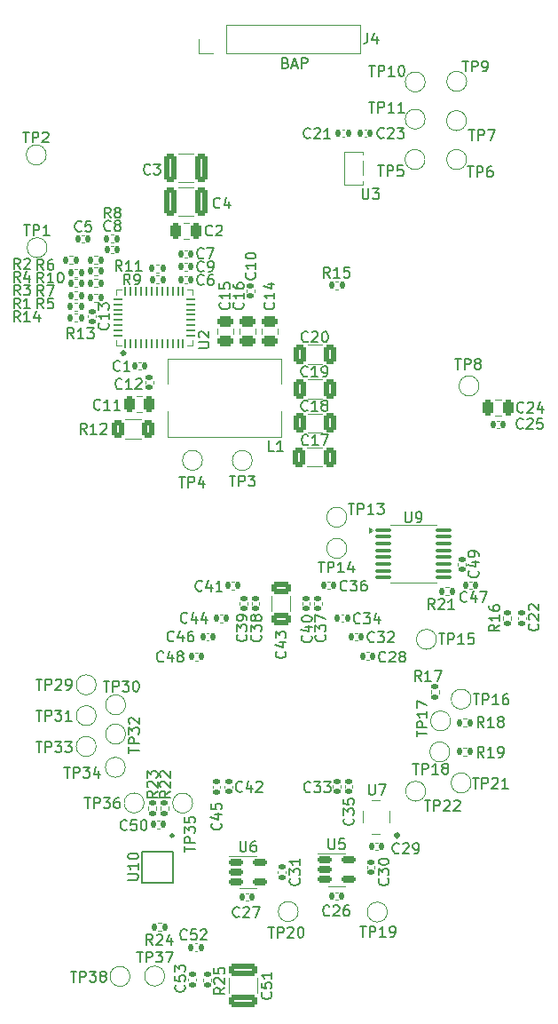
<source format=gbr>
%TF.GenerationSoftware,KiCad,Pcbnew,8.0.1*%
%TF.CreationDate,2024-08-23T16:32:47+08:00*%
%TF.ProjectId,bitaxeGamma,62697461-7865-4476-916d-6d612e6b6963,rev?*%
%TF.SameCoordinates,Original*%
%TF.FileFunction,Legend,Top*%
%TF.FilePolarity,Positive*%
%FSLAX46Y46*%
G04 Gerber Fmt 4.6, Leading zero omitted, Abs format (unit mm)*
G04 Created by KiCad (PCBNEW 8.0.1) date 2024-08-23 16:32:47*
%MOMM*%
%LPD*%
G01*
G04 APERTURE LIST*
G04 Aperture macros list*
%AMRoundRect*
0 Rectangle with rounded corners*
0 $1 Rounding radius*
0 $2 $3 $4 $5 $6 $7 $8 $9 X,Y pos of 4 corners*
0 Add a 4 corners polygon primitive as box body*
4,1,4,$2,$3,$4,$5,$6,$7,$8,$9,$2,$3,0*
0 Add four circle primitives for the rounded corners*
1,1,$1+$1,$2,$3*
1,1,$1+$1,$4,$5*
1,1,$1+$1,$6,$7*
1,1,$1+$1,$8,$9*
0 Add four rect primitives between the rounded corners*
20,1,$1+$1,$2,$3,$4,$5,0*
20,1,$1+$1,$4,$5,$6,$7,0*
20,1,$1+$1,$6,$7,$8,$9,0*
20,1,$1+$1,$8,$9,$2,$3,0*%
G04 Aperture macros list end*
%ADD10C,0.150000*%
%ADD11C,0.120000*%
%ADD12C,0.313180*%
%ADD13C,0.254165*%
%ADD14C,0.300000*%
%ADD15C,0.100000*%
%ADD16RoundRect,0.250000X-0.325000X-0.650000X0.325000X-0.650000X0.325000X0.650000X-0.325000X0.650000X0*%
%ADD17RoundRect,0.250000X0.475000X-0.250000X0.475000X0.250000X-0.475000X0.250000X-0.475000X-0.250000X0*%
%ADD18RoundRect,0.135000X0.135000X0.185000X-0.135000X0.185000X-0.135000X-0.185000X0.135000X-0.185000X0*%
%ADD19RoundRect,0.250000X-1.100000X0.325000X-1.100000X-0.325000X1.100000X-0.325000X1.100000X0.325000X0*%
%ADD20C,1.500000*%
%ADD21RoundRect,0.140000X-0.140000X-0.170000X0.140000X-0.170000X0.140000X0.170000X-0.140000X0.170000X0*%
%ADD22C,2.000000*%
%ADD23RoundRect,0.140000X0.140000X0.170000X-0.140000X0.170000X-0.140000X-0.170000X0.140000X-0.170000X0*%
%ADD24RoundRect,0.140000X0.170000X-0.140000X0.170000X0.140000X-0.170000X0.140000X-0.170000X-0.140000X0*%
%ADD25RoundRect,0.140000X-0.170000X0.140000X-0.170000X-0.140000X0.170000X-0.140000X0.170000X0.140000X0*%
%ADD26RoundRect,0.135000X-0.185000X0.135000X-0.185000X-0.135000X0.185000X-0.135000X0.185000X0.135000X0*%
%ADD27C,3.000000*%
%ADD28RoundRect,0.250000X0.312500X0.625000X-0.312500X0.625000X-0.312500X-0.625000X0.312500X-0.625000X0*%
%ADD29RoundRect,0.150000X-0.512500X-0.150000X0.512500X-0.150000X0.512500X0.150000X-0.512500X0.150000X0*%
%ADD30RoundRect,0.135000X-0.135000X-0.185000X0.135000X-0.185000X0.135000X0.185000X-0.135000X0.185000X0*%
%ADD31RoundRect,0.250000X-0.250000X-0.475000X0.250000X-0.475000X0.250000X0.475000X-0.250000X0.475000X0*%
%ADD32RoundRect,0.250000X-0.325000X-1.100000X0.325000X-1.100000X0.325000X1.100000X-0.325000X1.100000X0*%
%ADD33R,1.100000X1.300000*%
%ADD34C,0.800000*%
%ADD35C,6.000000*%
%ADD36RoundRect,0.250000X-0.650000X0.325000X-0.650000X-0.325000X0.650000X-0.325000X0.650000X0.325000X0*%
%ADD37RoundRect,0.135000X0.185000X-0.135000X0.185000X0.135000X-0.185000X0.135000X-0.185000X-0.135000X0*%
%ADD38R,0.400000X1.100000*%
%ADD39R,1.700000X1.700000*%
%ADD40O,1.700000X1.700000*%
%ADD41C,3.500000*%
%ADD42RoundRect,0.100000X-0.637500X-0.100000X0.637500X-0.100000X0.637500X0.100000X-0.637500X0.100000X0*%
%ADD43R,4.000000X2.600000*%
%ADD44RoundRect,0.062500X0.062500X-0.337500X0.062500X0.337500X-0.062500X0.337500X-0.062500X-0.337500X0*%
%ADD45RoundRect,0.062500X0.337500X-0.062500X0.337500X0.062500X-0.337500X0.062500X-0.337500X-0.062500X0*%
%ADD46C,0.400000*%
%ADD47R,5.300000X3.300000*%
%ADD48R,0.952500X0.558800*%
%ADD49C,1.295400*%
%ADD50C,1.574800*%
%ADD51C,1.700000*%
%ADD52C,0.650000*%
%ADD53O,1.800000X1.000000*%
%ADD54O,2.100000X1.000000*%
%ADD55C,0.990600*%
%ADD56C,1.600000*%
%ADD57C,1.800000*%
G04 APERTURE END LIST*
D10*
X106100112Y-53316009D02*
X106242969Y-53363628D01*
X106242969Y-53363628D02*
X106290588Y-53411247D01*
X106290588Y-53411247D02*
X106338207Y-53506485D01*
X106338207Y-53506485D02*
X106338207Y-53649342D01*
X106338207Y-53649342D02*
X106290588Y-53744580D01*
X106290588Y-53744580D02*
X106242969Y-53792200D01*
X106242969Y-53792200D02*
X106147731Y-53839819D01*
X106147731Y-53839819D02*
X105766779Y-53839819D01*
X105766779Y-53839819D02*
X105766779Y-52839819D01*
X105766779Y-52839819D02*
X106100112Y-52839819D01*
X106100112Y-52839819D02*
X106195350Y-52887438D01*
X106195350Y-52887438D02*
X106242969Y-52935057D01*
X106242969Y-52935057D02*
X106290588Y-53030295D01*
X106290588Y-53030295D02*
X106290588Y-53125533D01*
X106290588Y-53125533D02*
X106242969Y-53220771D01*
X106242969Y-53220771D02*
X106195350Y-53268390D01*
X106195350Y-53268390D02*
X106100112Y-53316009D01*
X106100112Y-53316009D02*
X105766779Y-53316009D01*
X106719160Y-53554104D02*
X107195350Y-53554104D01*
X106623922Y-53839819D02*
X106957255Y-52839819D01*
X106957255Y-52839819D02*
X107290588Y-53839819D01*
X107623922Y-53839819D02*
X107623922Y-52839819D01*
X107623922Y-52839819D02*
X108004874Y-52839819D01*
X108004874Y-52839819D02*
X108100112Y-52887438D01*
X108100112Y-52887438D02*
X108147731Y-52935057D01*
X108147731Y-52935057D02*
X108195350Y-53030295D01*
X108195350Y-53030295D02*
X108195350Y-53173152D01*
X108195350Y-53173152D02*
X108147731Y-53268390D01*
X108147731Y-53268390D02*
X108100112Y-53316009D01*
X108100112Y-53316009D02*
X108004874Y-53363628D01*
X108004874Y-53363628D02*
X107623922Y-53363628D01*
X108237142Y-79839580D02*
X108189523Y-79887200D01*
X108189523Y-79887200D02*
X108046666Y-79934819D01*
X108046666Y-79934819D02*
X107951428Y-79934819D01*
X107951428Y-79934819D02*
X107808571Y-79887200D01*
X107808571Y-79887200D02*
X107713333Y-79791961D01*
X107713333Y-79791961D02*
X107665714Y-79696723D01*
X107665714Y-79696723D02*
X107618095Y-79506247D01*
X107618095Y-79506247D02*
X107618095Y-79363390D01*
X107618095Y-79363390D02*
X107665714Y-79172914D01*
X107665714Y-79172914D02*
X107713333Y-79077676D01*
X107713333Y-79077676D02*
X107808571Y-78982438D01*
X107808571Y-78982438D02*
X107951428Y-78934819D01*
X107951428Y-78934819D02*
X108046666Y-78934819D01*
X108046666Y-78934819D02*
X108189523Y-78982438D01*
X108189523Y-78982438D02*
X108237142Y-79030057D01*
X108618095Y-79030057D02*
X108665714Y-78982438D01*
X108665714Y-78982438D02*
X108760952Y-78934819D01*
X108760952Y-78934819D02*
X108999047Y-78934819D01*
X108999047Y-78934819D02*
X109094285Y-78982438D01*
X109094285Y-78982438D02*
X109141904Y-79030057D01*
X109141904Y-79030057D02*
X109189523Y-79125295D01*
X109189523Y-79125295D02*
X109189523Y-79220533D01*
X109189523Y-79220533D02*
X109141904Y-79363390D01*
X109141904Y-79363390D02*
X108570476Y-79934819D01*
X108570476Y-79934819D02*
X109189523Y-79934819D01*
X109808571Y-78934819D02*
X109903809Y-78934819D01*
X109903809Y-78934819D02*
X109999047Y-78982438D01*
X109999047Y-78982438D02*
X110046666Y-79030057D01*
X110046666Y-79030057D02*
X110094285Y-79125295D01*
X110094285Y-79125295D02*
X110141904Y-79315771D01*
X110141904Y-79315771D02*
X110141904Y-79553866D01*
X110141904Y-79553866D02*
X110094285Y-79744342D01*
X110094285Y-79744342D02*
X110046666Y-79839580D01*
X110046666Y-79839580D02*
X109999047Y-79887200D01*
X109999047Y-79887200D02*
X109903809Y-79934819D01*
X109903809Y-79934819D02*
X109808571Y-79934819D01*
X109808571Y-79934819D02*
X109713333Y-79887200D01*
X109713333Y-79887200D02*
X109665714Y-79839580D01*
X109665714Y-79839580D02*
X109618095Y-79744342D01*
X109618095Y-79744342D02*
X109570476Y-79553866D01*
X109570476Y-79553866D02*
X109570476Y-79315771D01*
X109570476Y-79315771D02*
X109618095Y-79125295D01*
X109618095Y-79125295D02*
X109665714Y-79030057D01*
X109665714Y-79030057D02*
X109713333Y-78982438D01*
X109713333Y-78982438D02*
X109808571Y-78934819D01*
X100709580Y-76192857D02*
X100757200Y-76240476D01*
X100757200Y-76240476D02*
X100804819Y-76383333D01*
X100804819Y-76383333D02*
X100804819Y-76478571D01*
X100804819Y-76478571D02*
X100757200Y-76621428D01*
X100757200Y-76621428D02*
X100661961Y-76716666D01*
X100661961Y-76716666D02*
X100566723Y-76764285D01*
X100566723Y-76764285D02*
X100376247Y-76811904D01*
X100376247Y-76811904D02*
X100233390Y-76811904D01*
X100233390Y-76811904D02*
X100042914Y-76764285D01*
X100042914Y-76764285D02*
X99947676Y-76716666D01*
X99947676Y-76716666D02*
X99852438Y-76621428D01*
X99852438Y-76621428D02*
X99804819Y-76478571D01*
X99804819Y-76478571D02*
X99804819Y-76383333D01*
X99804819Y-76383333D02*
X99852438Y-76240476D01*
X99852438Y-76240476D02*
X99900057Y-76192857D01*
X100804819Y-75240476D02*
X100804819Y-75811904D01*
X100804819Y-75526190D02*
X99804819Y-75526190D01*
X99804819Y-75526190D02*
X99947676Y-75621428D01*
X99947676Y-75621428D02*
X100042914Y-75716666D01*
X100042914Y-75716666D02*
X100090533Y-75811904D01*
X99804819Y-74335714D02*
X99804819Y-74811904D01*
X99804819Y-74811904D02*
X100281009Y-74859523D01*
X100281009Y-74859523D02*
X100233390Y-74811904D01*
X100233390Y-74811904D02*
X100185771Y-74716666D01*
X100185771Y-74716666D02*
X100185771Y-74478571D01*
X100185771Y-74478571D02*
X100233390Y-74383333D01*
X100233390Y-74383333D02*
X100281009Y-74335714D01*
X100281009Y-74335714D02*
X100376247Y-74288095D01*
X100376247Y-74288095D02*
X100614342Y-74288095D01*
X100614342Y-74288095D02*
X100709580Y-74335714D01*
X100709580Y-74335714D02*
X100757200Y-74383333D01*
X100757200Y-74383333D02*
X100804819Y-74478571D01*
X100804819Y-74478571D02*
X100804819Y-74716666D01*
X100804819Y-74716666D02*
X100757200Y-74811904D01*
X100757200Y-74811904D02*
X100709580Y-74859523D01*
X120307142Y-105414819D02*
X119973809Y-104938628D01*
X119735714Y-105414819D02*
X119735714Y-104414819D01*
X119735714Y-104414819D02*
X120116666Y-104414819D01*
X120116666Y-104414819D02*
X120211904Y-104462438D01*
X120211904Y-104462438D02*
X120259523Y-104510057D01*
X120259523Y-104510057D02*
X120307142Y-104605295D01*
X120307142Y-104605295D02*
X120307142Y-104748152D01*
X120307142Y-104748152D02*
X120259523Y-104843390D01*
X120259523Y-104843390D02*
X120211904Y-104891009D01*
X120211904Y-104891009D02*
X120116666Y-104938628D01*
X120116666Y-104938628D02*
X119735714Y-104938628D01*
X120688095Y-104510057D02*
X120735714Y-104462438D01*
X120735714Y-104462438D02*
X120830952Y-104414819D01*
X120830952Y-104414819D02*
X121069047Y-104414819D01*
X121069047Y-104414819D02*
X121164285Y-104462438D01*
X121164285Y-104462438D02*
X121211904Y-104510057D01*
X121211904Y-104510057D02*
X121259523Y-104605295D01*
X121259523Y-104605295D02*
X121259523Y-104700533D01*
X121259523Y-104700533D02*
X121211904Y-104843390D01*
X121211904Y-104843390D02*
X120640476Y-105414819D01*
X120640476Y-105414819D02*
X121259523Y-105414819D01*
X122211904Y-105414819D02*
X121640476Y-105414819D01*
X121926190Y-105414819D02*
X121926190Y-104414819D01*
X121926190Y-104414819D02*
X121830952Y-104557676D01*
X121830952Y-104557676D02*
X121735714Y-104652914D01*
X121735714Y-104652914D02*
X121640476Y-104700533D01*
X104704580Y-141932857D02*
X104752200Y-141980476D01*
X104752200Y-141980476D02*
X104799819Y-142123333D01*
X104799819Y-142123333D02*
X104799819Y-142218571D01*
X104799819Y-142218571D02*
X104752200Y-142361428D01*
X104752200Y-142361428D02*
X104656961Y-142456666D01*
X104656961Y-142456666D02*
X104561723Y-142504285D01*
X104561723Y-142504285D02*
X104371247Y-142551904D01*
X104371247Y-142551904D02*
X104228390Y-142551904D01*
X104228390Y-142551904D02*
X104037914Y-142504285D01*
X104037914Y-142504285D02*
X103942676Y-142456666D01*
X103942676Y-142456666D02*
X103847438Y-142361428D01*
X103847438Y-142361428D02*
X103799819Y-142218571D01*
X103799819Y-142218571D02*
X103799819Y-142123333D01*
X103799819Y-142123333D02*
X103847438Y-141980476D01*
X103847438Y-141980476D02*
X103895057Y-141932857D01*
X103799819Y-141028095D02*
X103799819Y-141504285D01*
X103799819Y-141504285D02*
X104276009Y-141551904D01*
X104276009Y-141551904D02*
X104228390Y-141504285D01*
X104228390Y-141504285D02*
X104180771Y-141409047D01*
X104180771Y-141409047D02*
X104180771Y-141170952D01*
X104180771Y-141170952D02*
X104228390Y-141075714D01*
X104228390Y-141075714D02*
X104276009Y-141028095D01*
X104276009Y-141028095D02*
X104371247Y-140980476D01*
X104371247Y-140980476D02*
X104609342Y-140980476D01*
X104609342Y-140980476D02*
X104704580Y-141028095D01*
X104704580Y-141028095D02*
X104752200Y-141075714D01*
X104752200Y-141075714D02*
X104799819Y-141170952D01*
X104799819Y-141170952D02*
X104799819Y-141409047D01*
X104799819Y-141409047D02*
X104752200Y-141504285D01*
X104752200Y-141504285D02*
X104704580Y-141551904D01*
X104799819Y-140028095D02*
X104799819Y-140599523D01*
X104799819Y-140313809D02*
X103799819Y-140313809D01*
X103799819Y-140313809D02*
X103942676Y-140409047D01*
X103942676Y-140409047D02*
X104037914Y-140504285D01*
X104037914Y-140504285D02*
X104085533Y-140599523D01*
X113231905Y-135644819D02*
X113803333Y-135644819D01*
X113517619Y-136644819D02*
X113517619Y-135644819D01*
X114136667Y-136644819D02*
X114136667Y-135644819D01*
X114136667Y-135644819D02*
X114517619Y-135644819D01*
X114517619Y-135644819D02*
X114612857Y-135692438D01*
X114612857Y-135692438D02*
X114660476Y-135740057D01*
X114660476Y-135740057D02*
X114708095Y-135835295D01*
X114708095Y-135835295D02*
X114708095Y-135978152D01*
X114708095Y-135978152D02*
X114660476Y-136073390D01*
X114660476Y-136073390D02*
X114612857Y-136121009D01*
X114612857Y-136121009D02*
X114517619Y-136168628D01*
X114517619Y-136168628D02*
X114136667Y-136168628D01*
X115660476Y-136644819D02*
X115089048Y-136644819D01*
X115374762Y-136644819D02*
X115374762Y-135644819D01*
X115374762Y-135644819D02*
X115279524Y-135787676D01*
X115279524Y-135787676D02*
X115184286Y-135882914D01*
X115184286Y-135882914D02*
X115089048Y-135930533D01*
X116136667Y-136644819D02*
X116327143Y-136644819D01*
X116327143Y-136644819D02*
X116422381Y-136597200D01*
X116422381Y-136597200D02*
X116470000Y-136549580D01*
X116470000Y-136549580D02*
X116565238Y-136406723D01*
X116565238Y-136406723D02*
X116612857Y-136216247D01*
X116612857Y-136216247D02*
X116612857Y-135835295D01*
X116612857Y-135835295D02*
X116565238Y-135740057D01*
X116565238Y-135740057D02*
X116517619Y-135692438D01*
X116517619Y-135692438D02*
X116422381Y-135644819D01*
X116422381Y-135644819D02*
X116231905Y-135644819D01*
X116231905Y-135644819D02*
X116136667Y-135692438D01*
X116136667Y-135692438D02*
X116089048Y-135740057D01*
X116089048Y-135740057D02*
X116041429Y-135835295D01*
X116041429Y-135835295D02*
X116041429Y-136073390D01*
X116041429Y-136073390D02*
X116089048Y-136168628D01*
X116089048Y-136168628D02*
X116136667Y-136216247D01*
X116136667Y-136216247D02*
X116231905Y-136263866D01*
X116231905Y-136263866D02*
X116422381Y-136263866D01*
X116422381Y-136263866D02*
X116517619Y-136216247D01*
X116517619Y-136216247D02*
X116565238Y-136168628D01*
X116565238Y-136168628D02*
X116612857Y-136073390D01*
X98283333Y-73139580D02*
X98235714Y-73187200D01*
X98235714Y-73187200D02*
X98092857Y-73234819D01*
X98092857Y-73234819D02*
X97997619Y-73234819D01*
X97997619Y-73234819D02*
X97854762Y-73187200D01*
X97854762Y-73187200D02*
X97759524Y-73091961D01*
X97759524Y-73091961D02*
X97711905Y-72996723D01*
X97711905Y-72996723D02*
X97664286Y-72806247D01*
X97664286Y-72806247D02*
X97664286Y-72663390D01*
X97664286Y-72663390D02*
X97711905Y-72472914D01*
X97711905Y-72472914D02*
X97759524Y-72377676D01*
X97759524Y-72377676D02*
X97854762Y-72282438D01*
X97854762Y-72282438D02*
X97997619Y-72234819D01*
X97997619Y-72234819D02*
X98092857Y-72234819D01*
X98092857Y-72234819D02*
X98235714Y-72282438D01*
X98235714Y-72282438D02*
X98283333Y-72330057D01*
X98759524Y-73234819D02*
X98950000Y-73234819D01*
X98950000Y-73234819D02*
X99045238Y-73187200D01*
X99045238Y-73187200D02*
X99092857Y-73139580D01*
X99092857Y-73139580D02*
X99188095Y-72996723D01*
X99188095Y-72996723D02*
X99235714Y-72806247D01*
X99235714Y-72806247D02*
X99235714Y-72425295D01*
X99235714Y-72425295D02*
X99188095Y-72330057D01*
X99188095Y-72330057D02*
X99140476Y-72282438D01*
X99140476Y-72282438D02*
X99045238Y-72234819D01*
X99045238Y-72234819D02*
X98854762Y-72234819D01*
X98854762Y-72234819D02*
X98759524Y-72282438D01*
X98759524Y-72282438D02*
X98711905Y-72330057D01*
X98711905Y-72330057D02*
X98664286Y-72425295D01*
X98664286Y-72425295D02*
X98664286Y-72663390D01*
X98664286Y-72663390D02*
X98711905Y-72758628D01*
X98711905Y-72758628D02*
X98759524Y-72806247D01*
X98759524Y-72806247D02*
X98854762Y-72853866D01*
X98854762Y-72853866D02*
X99045238Y-72853866D01*
X99045238Y-72853866D02*
X99140476Y-72806247D01*
X99140476Y-72806247D02*
X99188095Y-72758628D01*
X99188095Y-72758628D02*
X99235714Y-72663390D01*
X98137142Y-103589580D02*
X98089523Y-103637200D01*
X98089523Y-103637200D02*
X97946666Y-103684819D01*
X97946666Y-103684819D02*
X97851428Y-103684819D01*
X97851428Y-103684819D02*
X97708571Y-103637200D01*
X97708571Y-103637200D02*
X97613333Y-103541961D01*
X97613333Y-103541961D02*
X97565714Y-103446723D01*
X97565714Y-103446723D02*
X97518095Y-103256247D01*
X97518095Y-103256247D02*
X97518095Y-103113390D01*
X97518095Y-103113390D02*
X97565714Y-102922914D01*
X97565714Y-102922914D02*
X97613333Y-102827676D01*
X97613333Y-102827676D02*
X97708571Y-102732438D01*
X97708571Y-102732438D02*
X97851428Y-102684819D01*
X97851428Y-102684819D02*
X97946666Y-102684819D01*
X97946666Y-102684819D02*
X98089523Y-102732438D01*
X98089523Y-102732438D02*
X98137142Y-102780057D01*
X98994285Y-103018152D02*
X98994285Y-103684819D01*
X98756190Y-102637200D02*
X98518095Y-103351485D01*
X98518095Y-103351485D02*
X99137142Y-103351485D01*
X100041904Y-103684819D02*
X99470476Y-103684819D01*
X99756190Y-103684819D02*
X99756190Y-102684819D01*
X99756190Y-102684819D02*
X99660952Y-102827676D01*
X99660952Y-102827676D02*
X99565714Y-102922914D01*
X99565714Y-102922914D02*
X99470476Y-102970533D01*
X123961905Y-121484819D02*
X124533333Y-121484819D01*
X124247619Y-122484819D02*
X124247619Y-121484819D01*
X124866667Y-122484819D02*
X124866667Y-121484819D01*
X124866667Y-121484819D02*
X125247619Y-121484819D01*
X125247619Y-121484819D02*
X125342857Y-121532438D01*
X125342857Y-121532438D02*
X125390476Y-121580057D01*
X125390476Y-121580057D02*
X125438095Y-121675295D01*
X125438095Y-121675295D02*
X125438095Y-121818152D01*
X125438095Y-121818152D02*
X125390476Y-121913390D01*
X125390476Y-121913390D02*
X125342857Y-121961009D01*
X125342857Y-121961009D02*
X125247619Y-122008628D01*
X125247619Y-122008628D02*
X124866667Y-122008628D01*
X125819048Y-121580057D02*
X125866667Y-121532438D01*
X125866667Y-121532438D02*
X125961905Y-121484819D01*
X125961905Y-121484819D02*
X126200000Y-121484819D01*
X126200000Y-121484819D02*
X126295238Y-121532438D01*
X126295238Y-121532438D02*
X126342857Y-121580057D01*
X126342857Y-121580057D02*
X126390476Y-121675295D01*
X126390476Y-121675295D02*
X126390476Y-121770533D01*
X126390476Y-121770533D02*
X126342857Y-121913390D01*
X126342857Y-121913390D02*
X125771429Y-122484819D01*
X125771429Y-122484819D02*
X126390476Y-122484819D01*
X127342857Y-122484819D02*
X126771429Y-122484819D01*
X127057143Y-122484819D02*
X127057143Y-121484819D01*
X127057143Y-121484819D02*
X126961905Y-121627676D01*
X126961905Y-121627676D02*
X126866667Y-121722914D01*
X126866667Y-121722914D02*
X126771429Y-121770533D01*
X118241905Y-120124819D02*
X118813333Y-120124819D01*
X118527619Y-121124819D02*
X118527619Y-120124819D01*
X119146667Y-121124819D02*
X119146667Y-120124819D01*
X119146667Y-120124819D02*
X119527619Y-120124819D01*
X119527619Y-120124819D02*
X119622857Y-120172438D01*
X119622857Y-120172438D02*
X119670476Y-120220057D01*
X119670476Y-120220057D02*
X119718095Y-120315295D01*
X119718095Y-120315295D02*
X119718095Y-120458152D01*
X119718095Y-120458152D02*
X119670476Y-120553390D01*
X119670476Y-120553390D02*
X119622857Y-120601009D01*
X119622857Y-120601009D02*
X119527619Y-120648628D01*
X119527619Y-120648628D02*
X119146667Y-120648628D01*
X120670476Y-121124819D02*
X120099048Y-121124819D01*
X120384762Y-121124819D02*
X120384762Y-120124819D01*
X120384762Y-120124819D02*
X120289524Y-120267676D01*
X120289524Y-120267676D02*
X120194286Y-120362914D01*
X120194286Y-120362914D02*
X120099048Y-120410533D01*
X121241905Y-120553390D02*
X121146667Y-120505771D01*
X121146667Y-120505771D02*
X121099048Y-120458152D01*
X121099048Y-120458152D02*
X121051429Y-120362914D01*
X121051429Y-120362914D02*
X121051429Y-120315295D01*
X121051429Y-120315295D02*
X121099048Y-120220057D01*
X121099048Y-120220057D02*
X121146667Y-120172438D01*
X121146667Y-120172438D02*
X121241905Y-120124819D01*
X121241905Y-120124819D02*
X121432381Y-120124819D01*
X121432381Y-120124819D02*
X121527619Y-120172438D01*
X121527619Y-120172438D02*
X121575238Y-120220057D01*
X121575238Y-120220057D02*
X121622857Y-120315295D01*
X121622857Y-120315295D02*
X121622857Y-120362914D01*
X121622857Y-120362914D02*
X121575238Y-120458152D01*
X121575238Y-120458152D02*
X121527619Y-120505771D01*
X121527619Y-120505771D02*
X121432381Y-120553390D01*
X121432381Y-120553390D02*
X121241905Y-120553390D01*
X121241905Y-120553390D02*
X121146667Y-120601009D01*
X121146667Y-120601009D02*
X121099048Y-120648628D01*
X121099048Y-120648628D02*
X121051429Y-120743866D01*
X121051429Y-120743866D02*
X121051429Y-120934342D01*
X121051429Y-120934342D02*
X121099048Y-121029580D01*
X121099048Y-121029580D02*
X121146667Y-121077200D01*
X121146667Y-121077200D02*
X121241905Y-121124819D01*
X121241905Y-121124819D02*
X121432381Y-121124819D01*
X121432381Y-121124819D02*
X121527619Y-121077200D01*
X121527619Y-121077200D02*
X121575238Y-121029580D01*
X121575238Y-121029580D02*
X121622857Y-120934342D01*
X121622857Y-120934342D02*
X121622857Y-120743866D01*
X121622857Y-120743866D02*
X121575238Y-120648628D01*
X121575238Y-120648628D02*
X121527619Y-120601009D01*
X121527619Y-120601009D02*
X121432381Y-120553390D01*
X101967142Y-122729580D02*
X101919523Y-122777200D01*
X101919523Y-122777200D02*
X101776666Y-122824819D01*
X101776666Y-122824819D02*
X101681428Y-122824819D01*
X101681428Y-122824819D02*
X101538571Y-122777200D01*
X101538571Y-122777200D02*
X101443333Y-122681961D01*
X101443333Y-122681961D02*
X101395714Y-122586723D01*
X101395714Y-122586723D02*
X101348095Y-122396247D01*
X101348095Y-122396247D02*
X101348095Y-122253390D01*
X101348095Y-122253390D02*
X101395714Y-122062914D01*
X101395714Y-122062914D02*
X101443333Y-121967676D01*
X101443333Y-121967676D02*
X101538571Y-121872438D01*
X101538571Y-121872438D02*
X101681428Y-121824819D01*
X101681428Y-121824819D02*
X101776666Y-121824819D01*
X101776666Y-121824819D02*
X101919523Y-121872438D01*
X101919523Y-121872438D02*
X101967142Y-121920057D01*
X102824285Y-122158152D02*
X102824285Y-122824819D01*
X102586190Y-121777200D02*
X102348095Y-122491485D01*
X102348095Y-122491485D02*
X102967142Y-122491485D01*
X103300476Y-121920057D02*
X103348095Y-121872438D01*
X103348095Y-121872438D02*
X103443333Y-121824819D01*
X103443333Y-121824819D02*
X103681428Y-121824819D01*
X103681428Y-121824819D02*
X103776666Y-121872438D01*
X103776666Y-121872438D02*
X103824285Y-121920057D01*
X103824285Y-121920057D02*
X103871904Y-122015295D01*
X103871904Y-122015295D02*
X103871904Y-122110533D01*
X103871904Y-122110533D02*
X103824285Y-122253390D01*
X103824285Y-122253390D02*
X103252857Y-122824819D01*
X103252857Y-122824819D02*
X103871904Y-122824819D01*
X122296095Y-81533819D02*
X122867523Y-81533819D01*
X122581809Y-82533819D02*
X122581809Y-81533819D01*
X123200857Y-82533819D02*
X123200857Y-81533819D01*
X123200857Y-81533819D02*
X123581809Y-81533819D01*
X123581809Y-81533819D02*
X123677047Y-81581438D01*
X123677047Y-81581438D02*
X123724666Y-81629057D01*
X123724666Y-81629057D02*
X123772285Y-81724295D01*
X123772285Y-81724295D02*
X123772285Y-81867152D01*
X123772285Y-81867152D02*
X123724666Y-81962390D01*
X123724666Y-81962390D02*
X123677047Y-82010009D01*
X123677047Y-82010009D02*
X123581809Y-82057628D01*
X123581809Y-82057628D02*
X123200857Y-82057628D01*
X124343714Y-81962390D02*
X124248476Y-81914771D01*
X124248476Y-81914771D02*
X124200857Y-81867152D01*
X124200857Y-81867152D02*
X124153238Y-81771914D01*
X124153238Y-81771914D02*
X124153238Y-81724295D01*
X124153238Y-81724295D02*
X124200857Y-81629057D01*
X124200857Y-81629057D02*
X124248476Y-81581438D01*
X124248476Y-81581438D02*
X124343714Y-81533819D01*
X124343714Y-81533819D02*
X124534190Y-81533819D01*
X124534190Y-81533819D02*
X124629428Y-81581438D01*
X124629428Y-81581438D02*
X124677047Y-81629057D01*
X124677047Y-81629057D02*
X124724666Y-81724295D01*
X124724666Y-81724295D02*
X124724666Y-81771914D01*
X124724666Y-81771914D02*
X124677047Y-81867152D01*
X124677047Y-81867152D02*
X124629428Y-81914771D01*
X124629428Y-81914771D02*
X124534190Y-81962390D01*
X124534190Y-81962390D02*
X124343714Y-81962390D01*
X124343714Y-81962390D02*
X124248476Y-82010009D01*
X124248476Y-82010009D02*
X124200857Y-82057628D01*
X124200857Y-82057628D02*
X124153238Y-82152866D01*
X124153238Y-82152866D02*
X124153238Y-82343342D01*
X124153238Y-82343342D02*
X124200857Y-82438580D01*
X124200857Y-82438580D02*
X124248476Y-82486200D01*
X124248476Y-82486200D02*
X124343714Y-82533819D01*
X124343714Y-82533819D02*
X124534190Y-82533819D01*
X124534190Y-82533819D02*
X124629428Y-82486200D01*
X124629428Y-82486200D02*
X124677047Y-82438580D01*
X124677047Y-82438580D02*
X124724666Y-82343342D01*
X124724666Y-82343342D02*
X124724666Y-82152866D01*
X124724666Y-82152866D02*
X124677047Y-82057628D01*
X124677047Y-82057628D02*
X124629428Y-82010009D01*
X124629428Y-82010009D02*
X124534190Y-81962390D01*
X108534780Y-107942857D02*
X108582400Y-107990476D01*
X108582400Y-107990476D02*
X108630019Y-108133333D01*
X108630019Y-108133333D02*
X108630019Y-108228571D01*
X108630019Y-108228571D02*
X108582400Y-108371428D01*
X108582400Y-108371428D02*
X108487161Y-108466666D01*
X108487161Y-108466666D02*
X108391923Y-108514285D01*
X108391923Y-108514285D02*
X108201447Y-108561904D01*
X108201447Y-108561904D02*
X108058590Y-108561904D01*
X108058590Y-108561904D02*
X107868114Y-108514285D01*
X107868114Y-108514285D02*
X107772876Y-108466666D01*
X107772876Y-108466666D02*
X107677638Y-108371428D01*
X107677638Y-108371428D02*
X107630019Y-108228571D01*
X107630019Y-108228571D02*
X107630019Y-108133333D01*
X107630019Y-108133333D02*
X107677638Y-107990476D01*
X107677638Y-107990476D02*
X107725257Y-107942857D01*
X107963352Y-107085714D02*
X108630019Y-107085714D01*
X107582400Y-107323809D02*
X108296685Y-107561904D01*
X108296685Y-107561904D02*
X108296685Y-106942857D01*
X107630019Y-106371428D02*
X107630019Y-106276190D01*
X107630019Y-106276190D02*
X107677638Y-106180952D01*
X107677638Y-106180952D02*
X107725257Y-106133333D01*
X107725257Y-106133333D02*
X107820495Y-106085714D01*
X107820495Y-106085714D02*
X108010971Y-106038095D01*
X108010971Y-106038095D02*
X108249066Y-106038095D01*
X108249066Y-106038095D02*
X108439542Y-106085714D01*
X108439542Y-106085714D02*
X108534780Y-106133333D01*
X108534780Y-106133333D02*
X108582400Y-106180952D01*
X108582400Y-106180952D02*
X108630019Y-106276190D01*
X108630019Y-106276190D02*
X108630019Y-106371428D01*
X108630019Y-106371428D02*
X108582400Y-106466666D01*
X108582400Y-106466666D02*
X108534780Y-106514285D01*
X108534780Y-106514285D02*
X108439542Y-106561904D01*
X108439542Y-106561904D02*
X108249066Y-106609523D01*
X108249066Y-106609523D02*
X108010971Y-106609523D01*
X108010971Y-106609523D02*
X107820495Y-106561904D01*
X107820495Y-106561904D02*
X107725257Y-106514285D01*
X107725257Y-106514285D02*
X107677638Y-106466666D01*
X107677638Y-106466666D02*
X107630019Y-106371428D01*
X93884819Y-122752857D02*
X93408628Y-123086190D01*
X93884819Y-123324285D02*
X92884819Y-123324285D01*
X92884819Y-123324285D02*
X92884819Y-122943333D01*
X92884819Y-122943333D02*
X92932438Y-122848095D01*
X92932438Y-122848095D02*
X92980057Y-122800476D01*
X92980057Y-122800476D02*
X93075295Y-122752857D01*
X93075295Y-122752857D02*
X93218152Y-122752857D01*
X93218152Y-122752857D02*
X93313390Y-122800476D01*
X93313390Y-122800476D02*
X93361009Y-122848095D01*
X93361009Y-122848095D02*
X93408628Y-122943333D01*
X93408628Y-122943333D02*
X93408628Y-123324285D01*
X92980057Y-122371904D02*
X92932438Y-122324285D01*
X92932438Y-122324285D02*
X92884819Y-122229047D01*
X92884819Y-122229047D02*
X92884819Y-121990952D01*
X92884819Y-121990952D02*
X92932438Y-121895714D01*
X92932438Y-121895714D02*
X92980057Y-121848095D01*
X92980057Y-121848095D02*
X93075295Y-121800476D01*
X93075295Y-121800476D02*
X93170533Y-121800476D01*
X93170533Y-121800476D02*
X93313390Y-121848095D01*
X93313390Y-121848095D02*
X93884819Y-122419523D01*
X93884819Y-122419523D02*
X93884819Y-121800476D01*
X92884819Y-121467142D02*
X92884819Y-120848095D01*
X92884819Y-120848095D02*
X93265771Y-121181428D01*
X93265771Y-121181428D02*
X93265771Y-121038571D01*
X93265771Y-121038571D02*
X93313390Y-120943333D01*
X93313390Y-120943333D02*
X93361009Y-120895714D01*
X93361009Y-120895714D02*
X93456247Y-120848095D01*
X93456247Y-120848095D02*
X93694342Y-120848095D01*
X93694342Y-120848095D02*
X93789580Y-120895714D01*
X93789580Y-120895714D02*
X93837200Y-120943333D01*
X93837200Y-120943333D02*
X93884819Y-121038571D01*
X93884819Y-121038571D02*
X93884819Y-121324285D01*
X93884819Y-121324285D02*
X93837200Y-121419523D01*
X93837200Y-121419523D02*
X93789580Y-121467142D01*
X95437142Y-108399580D02*
X95389523Y-108447200D01*
X95389523Y-108447200D02*
X95246666Y-108494819D01*
X95246666Y-108494819D02*
X95151428Y-108494819D01*
X95151428Y-108494819D02*
X95008571Y-108447200D01*
X95008571Y-108447200D02*
X94913333Y-108351961D01*
X94913333Y-108351961D02*
X94865714Y-108256723D01*
X94865714Y-108256723D02*
X94818095Y-108066247D01*
X94818095Y-108066247D02*
X94818095Y-107923390D01*
X94818095Y-107923390D02*
X94865714Y-107732914D01*
X94865714Y-107732914D02*
X94913333Y-107637676D01*
X94913333Y-107637676D02*
X95008571Y-107542438D01*
X95008571Y-107542438D02*
X95151428Y-107494819D01*
X95151428Y-107494819D02*
X95246666Y-107494819D01*
X95246666Y-107494819D02*
X95389523Y-107542438D01*
X95389523Y-107542438D02*
X95437142Y-107590057D01*
X96294285Y-107828152D02*
X96294285Y-108494819D01*
X96056190Y-107447200D02*
X95818095Y-108161485D01*
X95818095Y-108161485D02*
X96437142Y-108161485D01*
X97246666Y-107494819D02*
X97056190Y-107494819D01*
X97056190Y-107494819D02*
X96960952Y-107542438D01*
X96960952Y-107542438D02*
X96913333Y-107590057D01*
X96913333Y-107590057D02*
X96818095Y-107732914D01*
X96818095Y-107732914D02*
X96770476Y-107923390D01*
X96770476Y-107923390D02*
X96770476Y-108304342D01*
X96770476Y-108304342D02*
X96818095Y-108399580D01*
X96818095Y-108399580D02*
X96865714Y-108447200D01*
X96865714Y-108447200D02*
X96960952Y-108494819D01*
X96960952Y-108494819D02*
X97151428Y-108494819D01*
X97151428Y-108494819D02*
X97246666Y-108447200D01*
X97246666Y-108447200D02*
X97294285Y-108399580D01*
X97294285Y-108399580D02*
X97341904Y-108304342D01*
X97341904Y-108304342D02*
X97341904Y-108066247D01*
X97341904Y-108066247D02*
X97294285Y-107971009D01*
X97294285Y-107971009D02*
X97246666Y-107923390D01*
X97246666Y-107923390D02*
X97151428Y-107875771D01*
X97151428Y-107875771D02*
X96960952Y-107875771D01*
X96960952Y-107875771D02*
X96865714Y-107923390D01*
X96865714Y-107923390D02*
X96818095Y-107971009D01*
X96818095Y-107971009D02*
X96770476Y-108066247D01*
X102324580Y-107842857D02*
X102372200Y-107890476D01*
X102372200Y-107890476D02*
X102419819Y-108033333D01*
X102419819Y-108033333D02*
X102419819Y-108128571D01*
X102419819Y-108128571D02*
X102372200Y-108271428D01*
X102372200Y-108271428D02*
X102276961Y-108366666D01*
X102276961Y-108366666D02*
X102181723Y-108414285D01*
X102181723Y-108414285D02*
X101991247Y-108461904D01*
X101991247Y-108461904D02*
X101848390Y-108461904D01*
X101848390Y-108461904D02*
X101657914Y-108414285D01*
X101657914Y-108414285D02*
X101562676Y-108366666D01*
X101562676Y-108366666D02*
X101467438Y-108271428D01*
X101467438Y-108271428D02*
X101419819Y-108128571D01*
X101419819Y-108128571D02*
X101419819Y-108033333D01*
X101419819Y-108033333D02*
X101467438Y-107890476D01*
X101467438Y-107890476D02*
X101515057Y-107842857D01*
X101419819Y-107509523D02*
X101419819Y-106890476D01*
X101419819Y-106890476D02*
X101800771Y-107223809D01*
X101800771Y-107223809D02*
X101800771Y-107080952D01*
X101800771Y-107080952D02*
X101848390Y-106985714D01*
X101848390Y-106985714D02*
X101896009Y-106938095D01*
X101896009Y-106938095D02*
X101991247Y-106890476D01*
X101991247Y-106890476D02*
X102229342Y-106890476D01*
X102229342Y-106890476D02*
X102324580Y-106938095D01*
X102324580Y-106938095D02*
X102372200Y-106985714D01*
X102372200Y-106985714D02*
X102419819Y-107080952D01*
X102419819Y-107080952D02*
X102419819Y-107366666D01*
X102419819Y-107366666D02*
X102372200Y-107461904D01*
X102372200Y-107461904D02*
X102324580Y-107509523D01*
X102419819Y-106414285D02*
X102419819Y-106223809D01*
X102419819Y-106223809D02*
X102372200Y-106128571D01*
X102372200Y-106128571D02*
X102324580Y-106080952D01*
X102324580Y-106080952D02*
X102181723Y-105985714D01*
X102181723Y-105985714D02*
X101991247Y-105938095D01*
X101991247Y-105938095D02*
X101610295Y-105938095D01*
X101610295Y-105938095D02*
X101515057Y-105985714D01*
X101515057Y-105985714D02*
X101467438Y-106033333D01*
X101467438Y-106033333D02*
X101419819Y-106128571D01*
X101419819Y-106128571D02*
X101419819Y-106319047D01*
X101419819Y-106319047D02*
X101467438Y-106414285D01*
X101467438Y-106414285D02*
X101515057Y-106461904D01*
X101515057Y-106461904D02*
X101610295Y-106509523D01*
X101610295Y-106509523D02*
X101848390Y-106509523D01*
X101848390Y-106509523D02*
X101943628Y-106461904D01*
X101943628Y-106461904D02*
X101991247Y-106414285D01*
X101991247Y-106414285D02*
X102038866Y-106319047D01*
X102038866Y-106319047D02*
X102038866Y-106128571D01*
X102038866Y-106128571D02*
X101991247Y-106033333D01*
X101991247Y-106033333D02*
X101943628Y-105985714D01*
X101943628Y-105985714D02*
X101848390Y-105938095D01*
X87117142Y-88704819D02*
X86783809Y-88228628D01*
X86545714Y-88704819D02*
X86545714Y-87704819D01*
X86545714Y-87704819D02*
X86926666Y-87704819D01*
X86926666Y-87704819D02*
X87021904Y-87752438D01*
X87021904Y-87752438D02*
X87069523Y-87800057D01*
X87069523Y-87800057D02*
X87117142Y-87895295D01*
X87117142Y-87895295D02*
X87117142Y-88038152D01*
X87117142Y-88038152D02*
X87069523Y-88133390D01*
X87069523Y-88133390D02*
X87021904Y-88181009D01*
X87021904Y-88181009D02*
X86926666Y-88228628D01*
X86926666Y-88228628D02*
X86545714Y-88228628D01*
X88069523Y-88704819D02*
X87498095Y-88704819D01*
X87783809Y-88704819D02*
X87783809Y-87704819D01*
X87783809Y-87704819D02*
X87688571Y-87847676D01*
X87688571Y-87847676D02*
X87593333Y-87942914D01*
X87593333Y-87942914D02*
X87498095Y-87990533D01*
X88450476Y-87800057D02*
X88498095Y-87752438D01*
X88498095Y-87752438D02*
X88593333Y-87704819D01*
X88593333Y-87704819D02*
X88831428Y-87704819D01*
X88831428Y-87704819D02*
X88926666Y-87752438D01*
X88926666Y-87752438D02*
X88974285Y-87800057D01*
X88974285Y-87800057D02*
X89021904Y-87895295D01*
X89021904Y-87895295D02*
X89021904Y-87990533D01*
X89021904Y-87990533D02*
X88974285Y-88133390D01*
X88974285Y-88133390D02*
X88402857Y-88704819D01*
X88402857Y-88704819D02*
X89021904Y-88704819D01*
X89149580Y-78132857D02*
X89197200Y-78180476D01*
X89197200Y-78180476D02*
X89244819Y-78323333D01*
X89244819Y-78323333D02*
X89244819Y-78418571D01*
X89244819Y-78418571D02*
X89197200Y-78561428D01*
X89197200Y-78561428D02*
X89101961Y-78656666D01*
X89101961Y-78656666D02*
X89006723Y-78704285D01*
X89006723Y-78704285D02*
X88816247Y-78751904D01*
X88816247Y-78751904D02*
X88673390Y-78751904D01*
X88673390Y-78751904D02*
X88482914Y-78704285D01*
X88482914Y-78704285D02*
X88387676Y-78656666D01*
X88387676Y-78656666D02*
X88292438Y-78561428D01*
X88292438Y-78561428D02*
X88244819Y-78418571D01*
X88244819Y-78418571D02*
X88244819Y-78323333D01*
X88244819Y-78323333D02*
X88292438Y-78180476D01*
X88292438Y-78180476D02*
X88340057Y-78132857D01*
X89244819Y-77180476D02*
X89244819Y-77751904D01*
X89244819Y-77466190D02*
X88244819Y-77466190D01*
X88244819Y-77466190D02*
X88387676Y-77561428D01*
X88387676Y-77561428D02*
X88482914Y-77656666D01*
X88482914Y-77656666D02*
X88530533Y-77751904D01*
X88244819Y-76847142D02*
X88244819Y-76228095D01*
X88244819Y-76228095D02*
X88625771Y-76561428D01*
X88625771Y-76561428D02*
X88625771Y-76418571D01*
X88625771Y-76418571D02*
X88673390Y-76323333D01*
X88673390Y-76323333D02*
X88721009Y-76275714D01*
X88721009Y-76275714D02*
X88816247Y-76228095D01*
X88816247Y-76228095D02*
X89054342Y-76228095D01*
X89054342Y-76228095D02*
X89149580Y-76275714D01*
X89149580Y-76275714D02*
X89197200Y-76323333D01*
X89197200Y-76323333D02*
X89244819Y-76418571D01*
X89244819Y-76418571D02*
X89244819Y-76704285D01*
X89244819Y-76704285D02*
X89197200Y-76799523D01*
X89197200Y-76799523D02*
X89149580Y-76847142D01*
X104959580Y-76192857D02*
X105007200Y-76240476D01*
X105007200Y-76240476D02*
X105054819Y-76383333D01*
X105054819Y-76383333D02*
X105054819Y-76478571D01*
X105054819Y-76478571D02*
X105007200Y-76621428D01*
X105007200Y-76621428D02*
X104911961Y-76716666D01*
X104911961Y-76716666D02*
X104816723Y-76764285D01*
X104816723Y-76764285D02*
X104626247Y-76811904D01*
X104626247Y-76811904D02*
X104483390Y-76811904D01*
X104483390Y-76811904D02*
X104292914Y-76764285D01*
X104292914Y-76764285D02*
X104197676Y-76716666D01*
X104197676Y-76716666D02*
X104102438Y-76621428D01*
X104102438Y-76621428D02*
X104054819Y-76478571D01*
X104054819Y-76478571D02*
X104054819Y-76383333D01*
X104054819Y-76383333D02*
X104102438Y-76240476D01*
X104102438Y-76240476D02*
X104150057Y-76192857D01*
X105054819Y-75240476D02*
X105054819Y-75811904D01*
X105054819Y-75526190D02*
X104054819Y-75526190D01*
X104054819Y-75526190D02*
X104197676Y-75621428D01*
X104197676Y-75621428D02*
X104292914Y-75716666D01*
X104292914Y-75716666D02*
X104340533Y-75811904D01*
X104388152Y-74383333D02*
X105054819Y-74383333D01*
X104007200Y-74621428D02*
X104721485Y-74859523D01*
X104721485Y-74859523D02*
X104721485Y-74240476D01*
X101768095Y-127524819D02*
X101768095Y-128334342D01*
X101768095Y-128334342D02*
X101815714Y-128429580D01*
X101815714Y-128429580D02*
X101863333Y-128477200D01*
X101863333Y-128477200D02*
X101958571Y-128524819D01*
X101958571Y-128524819D02*
X102149047Y-128524819D01*
X102149047Y-128524819D02*
X102244285Y-128477200D01*
X102244285Y-128477200D02*
X102291904Y-128429580D01*
X102291904Y-128429580D02*
X102339523Y-128334342D01*
X102339523Y-128334342D02*
X102339523Y-127524819D01*
X103244285Y-127524819D02*
X103053809Y-127524819D01*
X103053809Y-127524819D02*
X102958571Y-127572438D01*
X102958571Y-127572438D02*
X102910952Y-127620057D01*
X102910952Y-127620057D02*
X102815714Y-127762914D01*
X102815714Y-127762914D02*
X102768095Y-127953390D01*
X102768095Y-127953390D02*
X102768095Y-128334342D01*
X102768095Y-128334342D02*
X102815714Y-128429580D01*
X102815714Y-128429580D02*
X102863333Y-128477200D01*
X102863333Y-128477200D02*
X102958571Y-128524819D01*
X102958571Y-128524819D02*
X103149047Y-128524819D01*
X103149047Y-128524819D02*
X103244285Y-128477200D01*
X103244285Y-128477200D02*
X103291904Y-128429580D01*
X103291904Y-128429580D02*
X103339523Y-128334342D01*
X103339523Y-128334342D02*
X103339523Y-128096247D01*
X103339523Y-128096247D02*
X103291904Y-128001009D01*
X103291904Y-128001009D02*
X103244285Y-127953390D01*
X103244285Y-127953390D02*
X103149047Y-127905771D01*
X103149047Y-127905771D02*
X102958571Y-127905771D01*
X102958571Y-127905771D02*
X102863333Y-127953390D01*
X102863333Y-127953390D02*
X102815714Y-128001009D01*
X102815714Y-128001009D02*
X102768095Y-128096247D01*
X80767142Y-76737319D02*
X80433809Y-76261128D01*
X80195714Y-76737319D02*
X80195714Y-75737319D01*
X80195714Y-75737319D02*
X80576666Y-75737319D01*
X80576666Y-75737319D02*
X80671904Y-75784938D01*
X80671904Y-75784938D02*
X80719523Y-75832557D01*
X80719523Y-75832557D02*
X80767142Y-75927795D01*
X80767142Y-75927795D02*
X80767142Y-76070652D01*
X80767142Y-76070652D02*
X80719523Y-76165890D01*
X80719523Y-76165890D02*
X80671904Y-76213509D01*
X80671904Y-76213509D02*
X80576666Y-76261128D01*
X80576666Y-76261128D02*
X80195714Y-76261128D01*
X81719523Y-76737319D02*
X81148095Y-76737319D01*
X81433809Y-76737319D02*
X81433809Y-75737319D01*
X81433809Y-75737319D02*
X81338571Y-75880176D01*
X81338571Y-75880176D02*
X81243333Y-75975414D01*
X81243333Y-75975414D02*
X81148095Y-76023033D01*
X112101905Y-95334819D02*
X112673333Y-95334819D01*
X112387619Y-96334819D02*
X112387619Y-95334819D01*
X113006667Y-96334819D02*
X113006667Y-95334819D01*
X113006667Y-95334819D02*
X113387619Y-95334819D01*
X113387619Y-95334819D02*
X113482857Y-95382438D01*
X113482857Y-95382438D02*
X113530476Y-95430057D01*
X113530476Y-95430057D02*
X113578095Y-95525295D01*
X113578095Y-95525295D02*
X113578095Y-95668152D01*
X113578095Y-95668152D02*
X113530476Y-95763390D01*
X113530476Y-95763390D02*
X113482857Y-95811009D01*
X113482857Y-95811009D02*
X113387619Y-95858628D01*
X113387619Y-95858628D02*
X113006667Y-95858628D01*
X114530476Y-96334819D02*
X113959048Y-96334819D01*
X114244762Y-96334819D02*
X114244762Y-95334819D01*
X114244762Y-95334819D02*
X114149524Y-95477676D01*
X114149524Y-95477676D02*
X114054286Y-95572914D01*
X114054286Y-95572914D02*
X113959048Y-95620533D01*
X114863810Y-95334819D02*
X115482857Y-95334819D01*
X115482857Y-95334819D02*
X115149524Y-95715771D01*
X115149524Y-95715771D02*
X115292381Y-95715771D01*
X115292381Y-95715771D02*
X115387619Y-95763390D01*
X115387619Y-95763390D02*
X115435238Y-95811009D01*
X115435238Y-95811009D02*
X115482857Y-95906247D01*
X115482857Y-95906247D02*
X115482857Y-96144342D01*
X115482857Y-96144342D02*
X115435238Y-96239580D01*
X115435238Y-96239580D02*
X115387619Y-96287200D01*
X115387619Y-96287200D02*
X115292381Y-96334819D01*
X115292381Y-96334819D02*
X115006667Y-96334819D01*
X115006667Y-96334819D02*
X114911429Y-96287200D01*
X114911429Y-96287200D02*
X114863810Y-96239580D01*
X91911905Y-138064819D02*
X92483333Y-138064819D01*
X92197619Y-139064819D02*
X92197619Y-138064819D01*
X92816667Y-139064819D02*
X92816667Y-138064819D01*
X92816667Y-138064819D02*
X93197619Y-138064819D01*
X93197619Y-138064819D02*
X93292857Y-138112438D01*
X93292857Y-138112438D02*
X93340476Y-138160057D01*
X93340476Y-138160057D02*
X93388095Y-138255295D01*
X93388095Y-138255295D02*
X93388095Y-138398152D01*
X93388095Y-138398152D02*
X93340476Y-138493390D01*
X93340476Y-138493390D02*
X93292857Y-138541009D01*
X93292857Y-138541009D02*
X93197619Y-138588628D01*
X93197619Y-138588628D02*
X92816667Y-138588628D01*
X93721429Y-138064819D02*
X94340476Y-138064819D01*
X94340476Y-138064819D02*
X94007143Y-138445771D01*
X94007143Y-138445771D02*
X94150000Y-138445771D01*
X94150000Y-138445771D02*
X94245238Y-138493390D01*
X94245238Y-138493390D02*
X94292857Y-138541009D01*
X94292857Y-138541009D02*
X94340476Y-138636247D01*
X94340476Y-138636247D02*
X94340476Y-138874342D01*
X94340476Y-138874342D02*
X94292857Y-138969580D01*
X94292857Y-138969580D02*
X94245238Y-139017200D01*
X94245238Y-139017200D02*
X94150000Y-139064819D01*
X94150000Y-139064819D02*
X93864286Y-139064819D01*
X93864286Y-139064819D02*
X93769048Y-139017200D01*
X93769048Y-139017200D02*
X93721429Y-138969580D01*
X94673810Y-138064819D02*
X95340476Y-138064819D01*
X95340476Y-138064819D02*
X94911905Y-139064819D01*
X96464819Y-128568094D02*
X96464819Y-127996666D01*
X97464819Y-128282380D02*
X96464819Y-128282380D01*
X97464819Y-127663332D02*
X96464819Y-127663332D01*
X96464819Y-127663332D02*
X96464819Y-127282380D01*
X96464819Y-127282380D02*
X96512438Y-127187142D01*
X96512438Y-127187142D02*
X96560057Y-127139523D01*
X96560057Y-127139523D02*
X96655295Y-127091904D01*
X96655295Y-127091904D02*
X96798152Y-127091904D01*
X96798152Y-127091904D02*
X96893390Y-127139523D01*
X96893390Y-127139523D02*
X96941009Y-127187142D01*
X96941009Y-127187142D02*
X96988628Y-127282380D01*
X96988628Y-127282380D02*
X96988628Y-127663332D01*
X96464819Y-126758570D02*
X96464819Y-126139523D01*
X96464819Y-126139523D02*
X96845771Y-126472856D01*
X96845771Y-126472856D02*
X96845771Y-126329999D01*
X96845771Y-126329999D02*
X96893390Y-126234761D01*
X96893390Y-126234761D02*
X96941009Y-126187142D01*
X96941009Y-126187142D02*
X97036247Y-126139523D01*
X97036247Y-126139523D02*
X97274342Y-126139523D01*
X97274342Y-126139523D02*
X97369580Y-126187142D01*
X97369580Y-126187142D02*
X97417200Y-126234761D01*
X97417200Y-126234761D02*
X97464819Y-126329999D01*
X97464819Y-126329999D02*
X97464819Y-126615713D01*
X97464819Y-126615713D02*
X97417200Y-126710951D01*
X97417200Y-126710951D02*
X97369580Y-126758570D01*
X96464819Y-125234761D02*
X96464819Y-125710951D01*
X96464819Y-125710951D02*
X96941009Y-125758570D01*
X96941009Y-125758570D02*
X96893390Y-125710951D01*
X96893390Y-125710951D02*
X96845771Y-125615713D01*
X96845771Y-125615713D02*
X96845771Y-125377618D01*
X96845771Y-125377618D02*
X96893390Y-125282380D01*
X96893390Y-125282380D02*
X96941009Y-125234761D01*
X96941009Y-125234761D02*
X97036247Y-125187142D01*
X97036247Y-125187142D02*
X97274342Y-125187142D01*
X97274342Y-125187142D02*
X97369580Y-125234761D01*
X97369580Y-125234761D02*
X97417200Y-125282380D01*
X97417200Y-125282380D02*
X97464819Y-125377618D01*
X97464819Y-125377618D02*
X97464819Y-125615713D01*
X97464819Y-125615713D02*
X97417200Y-125710951D01*
X97417200Y-125710951D02*
X97369580Y-125758570D01*
X89403333Y-68104819D02*
X89070000Y-67628628D01*
X88831905Y-68104819D02*
X88831905Y-67104819D01*
X88831905Y-67104819D02*
X89212857Y-67104819D01*
X89212857Y-67104819D02*
X89308095Y-67152438D01*
X89308095Y-67152438D02*
X89355714Y-67200057D01*
X89355714Y-67200057D02*
X89403333Y-67295295D01*
X89403333Y-67295295D02*
X89403333Y-67438152D01*
X89403333Y-67438152D02*
X89355714Y-67533390D01*
X89355714Y-67533390D02*
X89308095Y-67581009D01*
X89308095Y-67581009D02*
X89212857Y-67628628D01*
X89212857Y-67628628D02*
X88831905Y-67628628D01*
X89974762Y-67533390D02*
X89879524Y-67485771D01*
X89879524Y-67485771D02*
X89831905Y-67438152D01*
X89831905Y-67438152D02*
X89784286Y-67342914D01*
X89784286Y-67342914D02*
X89784286Y-67295295D01*
X89784286Y-67295295D02*
X89831905Y-67200057D01*
X89831905Y-67200057D02*
X89879524Y-67152438D01*
X89879524Y-67152438D02*
X89974762Y-67104819D01*
X89974762Y-67104819D02*
X90165238Y-67104819D01*
X90165238Y-67104819D02*
X90260476Y-67152438D01*
X90260476Y-67152438D02*
X90308095Y-67200057D01*
X90308095Y-67200057D02*
X90355714Y-67295295D01*
X90355714Y-67295295D02*
X90355714Y-67342914D01*
X90355714Y-67342914D02*
X90308095Y-67438152D01*
X90308095Y-67438152D02*
X90260476Y-67485771D01*
X90260476Y-67485771D02*
X90165238Y-67533390D01*
X90165238Y-67533390D02*
X89974762Y-67533390D01*
X89974762Y-67533390D02*
X89879524Y-67581009D01*
X89879524Y-67581009D02*
X89831905Y-67628628D01*
X89831905Y-67628628D02*
X89784286Y-67723866D01*
X89784286Y-67723866D02*
X89784286Y-67914342D01*
X89784286Y-67914342D02*
X89831905Y-68009580D01*
X89831905Y-68009580D02*
X89879524Y-68057200D01*
X89879524Y-68057200D02*
X89974762Y-68104819D01*
X89974762Y-68104819D02*
X90165238Y-68104819D01*
X90165238Y-68104819D02*
X90260476Y-68057200D01*
X90260476Y-68057200D02*
X90308095Y-68009580D01*
X90308095Y-68009580D02*
X90355714Y-67914342D01*
X90355714Y-67914342D02*
X90355714Y-67723866D01*
X90355714Y-67723866D02*
X90308095Y-67628628D01*
X90308095Y-67628628D02*
X90260476Y-67581009D01*
X90260476Y-67581009D02*
X90165238Y-67533390D01*
X90477142Y-73154819D02*
X90143809Y-72678628D01*
X89905714Y-73154819D02*
X89905714Y-72154819D01*
X89905714Y-72154819D02*
X90286666Y-72154819D01*
X90286666Y-72154819D02*
X90381904Y-72202438D01*
X90381904Y-72202438D02*
X90429523Y-72250057D01*
X90429523Y-72250057D02*
X90477142Y-72345295D01*
X90477142Y-72345295D02*
X90477142Y-72488152D01*
X90477142Y-72488152D02*
X90429523Y-72583390D01*
X90429523Y-72583390D02*
X90381904Y-72631009D01*
X90381904Y-72631009D02*
X90286666Y-72678628D01*
X90286666Y-72678628D02*
X89905714Y-72678628D01*
X91429523Y-73154819D02*
X90858095Y-73154819D01*
X91143809Y-73154819D02*
X91143809Y-72154819D01*
X91143809Y-72154819D02*
X91048571Y-72297676D01*
X91048571Y-72297676D02*
X90953333Y-72392914D01*
X90953333Y-72392914D02*
X90858095Y-72440533D01*
X92381904Y-73154819D02*
X91810476Y-73154819D01*
X92096190Y-73154819D02*
X92096190Y-72154819D01*
X92096190Y-72154819D02*
X92000952Y-72297676D01*
X92000952Y-72297676D02*
X91905714Y-72392914D01*
X91905714Y-72392914D02*
X91810476Y-72440533D01*
X108207142Y-86409580D02*
X108159523Y-86457200D01*
X108159523Y-86457200D02*
X108016666Y-86504819D01*
X108016666Y-86504819D02*
X107921428Y-86504819D01*
X107921428Y-86504819D02*
X107778571Y-86457200D01*
X107778571Y-86457200D02*
X107683333Y-86361961D01*
X107683333Y-86361961D02*
X107635714Y-86266723D01*
X107635714Y-86266723D02*
X107588095Y-86076247D01*
X107588095Y-86076247D02*
X107588095Y-85933390D01*
X107588095Y-85933390D02*
X107635714Y-85742914D01*
X107635714Y-85742914D02*
X107683333Y-85647676D01*
X107683333Y-85647676D02*
X107778571Y-85552438D01*
X107778571Y-85552438D02*
X107921428Y-85504819D01*
X107921428Y-85504819D02*
X108016666Y-85504819D01*
X108016666Y-85504819D02*
X108159523Y-85552438D01*
X108159523Y-85552438D02*
X108207142Y-85600057D01*
X109159523Y-86504819D02*
X108588095Y-86504819D01*
X108873809Y-86504819D02*
X108873809Y-85504819D01*
X108873809Y-85504819D02*
X108778571Y-85647676D01*
X108778571Y-85647676D02*
X108683333Y-85742914D01*
X108683333Y-85742914D02*
X108588095Y-85790533D01*
X109730952Y-85933390D02*
X109635714Y-85885771D01*
X109635714Y-85885771D02*
X109588095Y-85838152D01*
X109588095Y-85838152D02*
X109540476Y-85742914D01*
X109540476Y-85742914D02*
X109540476Y-85695295D01*
X109540476Y-85695295D02*
X109588095Y-85600057D01*
X109588095Y-85600057D02*
X109635714Y-85552438D01*
X109635714Y-85552438D02*
X109730952Y-85504819D01*
X109730952Y-85504819D02*
X109921428Y-85504819D01*
X109921428Y-85504819D02*
X110016666Y-85552438D01*
X110016666Y-85552438D02*
X110064285Y-85600057D01*
X110064285Y-85600057D02*
X110111904Y-85695295D01*
X110111904Y-85695295D02*
X110111904Y-85742914D01*
X110111904Y-85742914D02*
X110064285Y-85838152D01*
X110064285Y-85838152D02*
X110016666Y-85885771D01*
X110016666Y-85885771D02*
X109921428Y-85933390D01*
X109921428Y-85933390D02*
X109730952Y-85933390D01*
X109730952Y-85933390D02*
X109635714Y-85981009D01*
X109635714Y-85981009D02*
X109588095Y-86028628D01*
X109588095Y-86028628D02*
X109540476Y-86123866D01*
X109540476Y-86123866D02*
X109540476Y-86314342D01*
X109540476Y-86314342D02*
X109588095Y-86409580D01*
X109588095Y-86409580D02*
X109635714Y-86457200D01*
X109635714Y-86457200D02*
X109730952Y-86504819D01*
X109730952Y-86504819D02*
X109921428Y-86504819D01*
X109921428Y-86504819D02*
X110016666Y-86457200D01*
X110016666Y-86457200D02*
X110064285Y-86409580D01*
X110064285Y-86409580D02*
X110111904Y-86314342D01*
X110111904Y-86314342D02*
X110111904Y-86123866D01*
X110111904Y-86123866D02*
X110064285Y-86028628D01*
X110064285Y-86028628D02*
X110016666Y-85981009D01*
X110016666Y-85981009D02*
X109921428Y-85933390D01*
X85591905Y-139934819D02*
X86163333Y-139934819D01*
X85877619Y-140934819D02*
X85877619Y-139934819D01*
X86496667Y-140934819D02*
X86496667Y-139934819D01*
X86496667Y-139934819D02*
X86877619Y-139934819D01*
X86877619Y-139934819D02*
X86972857Y-139982438D01*
X86972857Y-139982438D02*
X87020476Y-140030057D01*
X87020476Y-140030057D02*
X87068095Y-140125295D01*
X87068095Y-140125295D02*
X87068095Y-140268152D01*
X87068095Y-140268152D02*
X87020476Y-140363390D01*
X87020476Y-140363390D02*
X86972857Y-140411009D01*
X86972857Y-140411009D02*
X86877619Y-140458628D01*
X86877619Y-140458628D02*
X86496667Y-140458628D01*
X87401429Y-139934819D02*
X88020476Y-139934819D01*
X88020476Y-139934819D02*
X87687143Y-140315771D01*
X87687143Y-140315771D02*
X87830000Y-140315771D01*
X87830000Y-140315771D02*
X87925238Y-140363390D01*
X87925238Y-140363390D02*
X87972857Y-140411009D01*
X87972857Y-140411009D02*
X88020476Y-140506247D01*
X88020476Y-140506247D02*
X88020476Y-140744342D01*
X88020476Y-140744342D02*
X87972857Y-140839580D01*
X87972857Y-140839580D02*
X87925238Y-140887200D01*
X87925238Y-140887200D02*
X87830000Y-140934819D01*
X87830000Y-140934819D02*
X87544286Y-140934819D01*
X87544286Y-140934819D02*
X87449048Y-140887200D01*
X87449048Y-140887200D02*
X87401429Y-140839580D01*
X88591905Y-140363390D02*
X88496667Y-140315771D01*
X88496667Y-140315771D02*
X88449048Y-140268152D01*
X88449048Y-140268152D02*
X88401429Y-140172914D01*
X88401429Y-140172914D02*
X88401429Y-140125295D01*
X88401429Y-140125295D02*
X88449048Y-140030057D01*
X88449048Y-140030057D02*
X88496667Y-139982438D01*
X88496667Y-139982438D02*
X88591905Y-139934819D01*
X88591905Y-139934819D02*
X88782381Y-139934819D01*
X88782381Y-139934819D02*
X88877619Y-139982438D01*
X88877619Y-139982438D02*
X88925238Y-140030057D01*
X88925238Y-140030057D02*
X88972857Y-140125295D01*
X88972857Y-140125295D02*
X88972857Y-140172914D01*
X88972857Y-140172914D02*
X88925238Y-140268152D01*
X88925238Y-140268152D02*
X88877619Y-140315771D01*
X88877619Y-140315771D02*
X88782381Y-140363390D01*
X88782381Y-140363390D02*
X88591905Y-140363390D01*
X88591905Y-140363390D02*
X88496667Y-140411009D01*
X88496667Y-140411009D02*
X88449048Y-140458628D01*
X88449048Y-140458628D02*
X88401429Y-140553866D01*
X88401429Y-140553866D02*
X88401429Y-140744342D01*
X88401429Y-140744342D02*
X88449048Y-140839580D01*
X88449048Y-140839580D02*
X88496667Y-140887200D01*
X88496667Y-140887200D02*
X88591905Y-140934819D01*
X88591905Y-140934819D02*
X88782381Y-140934819D01*
X88782381Y-140934819D02*
X88877619Y-140887200D01*
X88877619Y-140887200D02*
X88925238Y-140839580D01*
X88925238Y-140839580D02*
X88972857Y-140744342D01*
X88972857Y-140744342D02*
X88972857Y-140553866D01*
X88972857Y-140553866D02*
X88925238Y-140458628D01*
X88925238Y-140458628D02*
X88877619Y-140411009D01*
X88877619Y-140411009D02*
X88782381Y-140363390D01*
X82301905Y-118044819D02*
X82873333Y-118044819D01*
X82587619Y-119044819D02*
X82587619Y-118044819D01*
X83206667Y-119044819D02*
X83206667Y-118044819D01*
X83206667Y-118044819D02*
X83587619Y-118044819D01*
X83587619Y-118044819D02*
X83682857Y-118092438D01*
X83682857Y-118092438D02*
X83730476Y-118140057D01*
X83730476Y-118140057D02*
X83778095Y-118235295D01*
X83778095Y-118235295D02*
X83778095Y-118378152D01*
X83778095Y-118378152D02*
X83730476Y-118473390D01*
X83730476Y-118473390D02*
X83682857Y-118521009D01*
X83682857Y-118521009D02*
X83587619Y-118568628D01*
X83587619Y-118568628D02*
X83206667Y-118568628D01*
X84111429Y-118044819D02*
X84730476Y-118044819D01*
X84730476Y-118044819D02*
X84397143Y-118425771D01*
X84397143Y-118425771D02*
X84540000Y-118425771D01*
X84540000Y-118425771D02*
X84635238Y-118473390D01*
X84635238Y-118473390D02*
X84682857Y-118521009D01*
X84682857Y-118521009D02*
X84730476Y-118616247D01*
X84730476Y-118616247D02*
X84730476Y-118854342D01*
X84730476Y-118854342D02*
X84682857Y-118949580D01*
X84682857Y-118949580D02*
X84635238Y-118997200D01*
X84635238Y-118997200D02*
X84540000Y-119044819D01*
X84540000Y-119044819D02*
X84254286Y-119044819D01*
X84254286Y-119044819D02*
X84159048Y-118997200D01*
X84159048Y-118997200D02*
X84111429Y-118949580D01*
X85063810Y-118044819D02*
X85682857Y-118044819D01*
X85682857Y-118044819D02*
X85349524Y-118425771D01*
X85349524Y-118425771D02*
X85492381Y-118425771D01*
X85492381Y-118425771D02*
X85587619Y-118473390D01*
X85587619Y-118473390D02*
X85635238Y-118521009D01*
X85635238Y-118521009D02*
X85682857Y-118616247D01*
X85682857Y-118616247D02*
X85682857Y-118854342D01*
X85682857Y-118854342D02*
X85635238Y-118949580D01*
X85635238Y-118949580D02*
X85587619Y-118997200D01*
X85587619Y-118997200D02*
X85492381Y-119044819D01*
X85492381Y-119044819D02*
X85206667Y-119044819D01*
X85206667Y-119044819D02*
X85111429Y-118997200D01*
X85111429Y-118997200D02*
X85063810Y-118949580D01*
X100758095Y-92684819D02*
X101329523Y-92684819D01*
X101043809Y-93684819D02*
X101043809Y-92684819D01*
X101662857Y-93684819D02*
X101662857Y-92684819D01*
X101662857Y-92684819D02*
X102043809Y-92684819D01*
X102043809Y-92684819D02*
X102139047Y-92732438D01*
X102139047Y-92732438D02*
X102186666Y-92780057D01*
X102186666Y-92780057D02*
X102234285Y-92875295D01*
X102234285Y-92875295D02*
X102234285Y-93018152D01*
X102234285Y-93018152D02*
X102186666Y-93113390D01*
X102186666Y-93113390D02*
X102139047Y-93161009D01*
X102139047Y-93161009D02*
X102043809Y-93208628D01*
X102043809Y-93208628D02*
X101662857Y-93208628D01*
X102567619Y-92684819D02*
X103186666Y-92684819D01*
X103186666Y-92684819D02*
X102853333Y-93065771D01*
X102853333Y-93065771D02*
X102996190Y-93065771D01*
X102996190Y-93065771D02*
X103091428Y-93113390D01*
X103091428Y-93113390D02*
X103139047Y-93161009D01*
X103139047Y-93161009D02*
X103186666Y-93256247D01*
X103186666Y-93256247D02*
X103186666Y-93494342D01*
X103186666Y-93494342D02*
X103139047Y-93589580D01*
X103139047Y-93589580D02*
X103091428Y-93637200D01*
X103091428Y-93637200D02*
X102996190Y-93684819D01*
X102996190Y-93684819D02*
X102710476Y-93684819D01*
X102710476Y-93684819D02*
X102615238Y-93637200D01*
X102615238Y-93637200D02*
X102567619Y-93589580D01*
X128807142Y-86569580D02*
X128759523Y-86617200D01*
X128759523Y-86617200D02*
X128616666Y-86664819D01*
X128616666Y-86664819D02*
X128521428Y-86664819D01*
X128521428Y-86664819D02*
X128378571Y-86617200D01*
X128378571Y-86617200D02*
X128283333Y-86521961D01*
X128283333Y-86521961D02*
X128235714Y-86426723D01*
X128235714Y-86426723D02*
X128188095Y-86236247D01*
X128188095Y-86236247D02*
X128188095Y-86093390D01*
X128188095Y-86093390D02*
X128235714Y-85902914D01*
X128235714Y-85902914D02*
X128283333Y-85807676D01*
X128283333Y-85807676D02*
X128378571Y-85712438D01*
X128378571Y-85712438D02*
X128521428Y-85664819D01*
X128521428Y-85664819D02*
X128616666Y-85664819D01*
X128616666Y-85664819D02*
X128759523Y-85712438D01*
X128759523Y-85712438D02*
X128807142Y-85760057D01*
X129188095Y-85760057D02*
X129235714Y-85712438D01*
X129235714Y-85712438D02*
X129330952Y-85664819D01*
X129330952Y-85664819D02*
X129569047Y-85664819D01*
X129569047Y-85664819D02*
X129664285Y-85712438D01*
X129664285Y-85712438D02*
X129711904Y-85760057D01*
X129711904Y-85760057D02*
X129759523Y-85855295D01*
X129759523Y-85855295D02*
X129759523Y-85950533D01*
X129759523Y-85950533D02*
X129711904Y-86093390D01*
X129711904Y-86093390D02*
X129140476Y-86664819D01*
X129140476Y-86664819D02*
X129759523Y-86664819D01*
X130616666Y-85998152D02*
X130616666Y-86664819D01*
X130378571Y-85617200D02*
X130140476Y-86331485D01*
X130140476Y-86331485D02*
X130759523Y-86331485D01*
X122978095Y-53144819D02*
X123549523Y-53144819D01*
X123263809Y-54144819D02*
X123263809Y-53144819D01*
X123882857Y-54144819D02*
X123882857Y-53144819D01*
X123882857Y-53144819D02*
X124263809Y-53144819D01*
X124263809Y-53144819D02*
X124359047Y-53192438D01*
X124359047Y-53192438D02*
X124406666Y-53240057D01*
X124406666Y-53240057D02*
X124454285Y-53335295D01*
X124454285Y-53335295D02*
X124454285Y-53478152D01*
X124454285Y-53478152D02*
X124406666Y-53573390D01*
X124406666Y-53573390D02*
X124359047Y-53621009D01*
X124359047Y-53621009D02*
X124263809Y-53668628D01*
X124263809Y-53668628D02*
X123882857Y-53668628D01*
X124930476Y-54144819D02*
X125120952Y-54144819D01*
X125120952Y-54144819D02*
X125216190Y-54097200D01*
X125216190Y-54097200D02*
X125263809Y-54049580D01*
X125263809Y-54049580D02*
X125359047Y-53906723D01*
X125359047Y-53906723D02*
X125406666Y-53716247D01*
X125406666Y-53716247D02*
X125406666Y-53335295D01*
X125406666Y-53335295D02*
X125359047Y-53240057D01*
X125359047Y-53240057D02*
X125311428Y-53192438D01*
X125311428Y-53192438D02*
X125216190Y-53144819D01*
X125216190Y-53144819D02*
X125025714Y-53144819D01*
X125025714Y-53144819D02*
X124930476Y-53192438D01*
X124930476Y-53192438D02*
X124882857Y-53240057D01*
X124882857Y-53240057D02*
X124835238Y-53335295D01*
X124835238Y-53335295D02*
X124835238Y-53573390D01*
X124835238Y-53573390D02*
X124882857Y-53668628D01*
X124882857Y-53668628D02*
X124930476Y-53716247D01*
X124930476Y-53716247D02*
X125025714Y-53763866D01*
X125025714Y-53763866D02*
X125216190Y-53763866D01*
X125216190Y-53763866D02*
X125311428Y-53716247D01*
X125311428Y-53716247D02*
X125359047Y-53668628D01*
X125359047Y-53668628D02*
X125406666Y-53573390D01*
X102009580Y-76192857D02*
X102057200Y-76240476D01*
X102057200Y-76240476D02*
X102104819Y-76383333D01*
X102104819Y-76383333D02*
X102104819Y-76478571D01*
X102104819Y-76478571D02*
X102057200Y-76621428D01*
X102057200Y-76621428D02*
X101961961Y-76716666D01*
X101961961Y-76716666D02*
X101866723Y-76764285D01*
X101866723Y-76764285D02*
X101676247Y-76811904D01*
X101676247Y-76811904D02*
X101533390Y-76811904D01*
X101533390Y-76811904D02*
X101342914Y-76764285D01*
X101342914Y-76764285D02*
X101247676Y-76716666D01*
X101247676Y-76716666D02*
X101152438Y-76621428D01*
X101152438Y-76621428D02*
X101104819Y-76478571D01*
X101104819Y-76478571D02*
X101104819Y-76383333D01*
X101104819Y-76383333D02*
X101152438Y-76240476D01*
X101152438Y-76240476D02*
X101200057Y-76192857D01*
X102104819Y-75240476D02*
X102104819Y-75811904D01*
X102104819Y-75526190D02*
X101104819Y-75526190D01*
X101104819Y-75526190D02*
X101247676Y-75621428D01*
X101247676Y-75621428D02*
X101342914Y-75716666D01*
X101342914Y-75716666D02*
X101390533Y-75811904D01*
X101104819Y-74383333D02*
X101104819Y-74573809D01*
X101104819Y-74573809D02*
X101152438Y-74669047D01*
X101152438Y-74669047D02*
X101200057Y-74716666D01*
X101200057Y-74716666D02*
X101342914Y-74811904D01*
X101342914Y-74811904D02*
X101533390Y-74859523D01*
X101533390Y-74859523D02*
X101914342Y-74859523D01*
X101914342Y-74859523D02*
X102009580Y-74811904D01*
X102009580Y-74811904D02*
X102057200Y-74764285D01*
X102057200Y-74764285D02*
X102104819Y-74669047D01*
X102104819Y-74669047D02*
X102104819Y-74478571D01*
X102104819Y-74478571D02*
X102057200Y-74383333D01*
X102057200Y-74383333D02*
X102009580Y-74335714D01*
X102009580Y-74335714D02*
X101914342Y-74288095D01*
X101914342Y-74288095D02*
X101676247Y-74288095D01*
X101676247Y-74288095D02*
X101581009Y-74335714D01*
X101581009Y-74335714D02*
X101533390Y-74383333D01*
X101533390Y-74383333D02*
X101485771Y-74478571D01*
X101485771Y-74478571D02*
X101485771Y-74669047D01*
X101485771Y-74669047D02*
X101533390Y-74764285D01*
X101533390Y-74764285D02*
X101581009Y-74811904D01*
X101581009Y-74811904D02*
X101676247Y-74859523D01*
X99909580Y-125832857D02*
X99957200Y-125880476D01*
X99957200Y-125880476D02*
X100004819Y-126023333D01*
X100004819Y-126023333D02*
X100004819Y-126118571D01*
X100004819Y-126118571D02*
X99957200Y-126261428D01*
X99957200Y-126261428D02*
X99861961Y-126356666D01*
X99861961Y-126356666D02*
X99766723Y-126404285D01*
X99766723Y-126404285D02*
X99576247Y-126451904D01*
X99576247Y-126451904D02*
X99433390Y-126451904D01*
X99433390Y-126451904D02*
X99242914Y-126404285D01*
X99242914Y-126404285D02*
X99147676Y-126356666D01*
X99147676Y-126356666D02*
X99052438Y-126261428D01*
X99052438Y-126261428D02*
X99004819Y-126118571D01*
X99004819Y-126118571D02*
X99004819Y-126023333D01*
X99004819Y-126023333D02*
X99052438Y-125880476D01*
X99052438Y-125880476D02*
X99100057Y-125832857D01*
X99338152Y-124975714D02*
X100004819Y-124975714D01*
X98957200Y-125213809D02*
X99671485Y-125451904D01*
X99671485Y-125451904D02*
X99671485Y-124832857D01*
X99004819Y-123975714D02*
X99004819Y-124451904D01*
X99004819Y-124451904D02*
X99481009Y-124499523D01*
X99481009Y-124499523D02*
X99433390Y-124451904D01*
X99433390Y-124451904D02*
X99385771Y-124356666D01*
X99385771Y-124356666D02*
X99385771Y-124118571D01*
X99385771Y-124118571D02*
X99433390Y-124023333D01*
X99433390Y-124023333D02*
X99481009Y-123975714D01*
X99481009Y-123975714D02*
X99576247Y-123928095D01*
X99576247Y-123928095D02*
X99814342Y-123928095D01*
X99814342Y-123928095D02*
X99909580Y-123975714D01*
X99909580Y-123975714D02*
X99957200Y-124023333D01*
X99957200Y-124023333D02*
X100004819Y-124118571D01*
X100004819Y-124118571D02*
X100004819Y-124356666D01*
X100004819Y-124356666D02*
X99957200Y-124451904D01*
X99957200Y-124451904D02*
X99909580Y-124499523D01*
X103169580Y-73342857D02*
X103217200Y-73390476D01*
X103217200Y-73390476D02*
X103264819Y-73533333D01*
X103264819Y-73533333D02*
X103264819Y-73628571D01*
X103264819Y-73628571D02*
X103217200Y-73771428D01*
X103217200Y-73771428D02*
X103121961Y-73866666D01*
X103121961Y-73866666D02*
X103026723Y-73914285D01*
X103026723Y-73914285D02*
X102836247Y-73961904D01*
X102836247Y-73961904D02*
X102693390Y-73961904D01*
X102693390Y-73961904D02*
X102502914Y-73914285D01*
X102502914Y-73914285D02*
X102407676Y-73866666D01*
X102407676Y-73866666D02*
X102312438Y-73771428D01*
X102312438Y-73771428D02*
X102264819Y-73628571D01*
X102264819Y-73628571D02*
X102264819Y-73533333D01*
X102264819Y-73533333D02*
X102312438Y-73390476D01*
X102312438Y-73390476D02*
X102360057Y-73342857D01*
X103264819Y-72390476D02*
X103264819Y-72961904D01*
X103264819Y-72676190D02*
X102264819Y-72676190D01*
X102264819Y-72676190D02*
X102407676Y-72771428D01*
X102407676Y-72771428D02*
X102502914Y-72866666D01*
X102502914Y-72866666D02*
X102550533Y-72961904D01*
X102264819Y-71771428D02*
X102264819Y-71676190D01*
X102264819Y-71676190D02*
X102312438Y-71580952D01*
X102312438Y-71580952D02*
X102360057Y-71533333D01*
X102360057Y-71533333D02*
X102455295Y-71485714D01*
X102455295Y-71485714D02*
X102645771Y-71438095D01*
X102645771Y-71438095D02*
X102883866Y-71438095D01*
X102883866Y-71438095D02*
X103074342Y-71485714D01*
X103074342Y-71485714D02*
X103169580Y-71533333D01*
X103169580Y-71533333D02*
X103217200Y-71580952D01*
X103217200Y-71580952D02*
X103264819Y-71676190D01*
X103264819Y-71676190D02*
X103264819Y-71771428D01*
X103264819Y-71771428D02*
X103217200Y-71866666D01*
X103217200Y-71866666D02*
X103169580Y-71914285D01*
X103169580Y-71914285D02*
X103074342Y-71961904D01*
X103074342Y-71961904D02*
X102883866Y-72009523D01*
X102883866Y-72009523D02*
X102645771Y-72009523D01*
X102645771Y-72009523D02*
X102455295Y-71961904D01*
X102455295Y-71961904D02*
X102360057Y-71914285D01*
X102360057Y-71914285D02*
X102312438Y-71866666D01*
X102312438Y-71866666D02*
X102264819Y-71771428D01*
X80767142Y-72964819D02*
X80433809Y-72488628D01*
X80195714Y-72964819D02*
X80195714Y-71964819D01*
X80195714Y-71964819D02*
X80576666Y-71964819D01*
X80576666Y-71964819D02*
X80671904Y-72012438D01*
X80671904Y-72012438D02*
X80719523Y-72060057D01*
X80719523Y-72060057D02*
X80767142Y-72155295D01*
X80767142Y-72155295D02*
X80767142Y-72298152D01*
X80767142Y-72298152D02*
X80719523Y-72393390D01*
X80719523Y-72393390D02*
X80671904Y-72441009D01*
X80671904Y-72441009D02*
X80576666Y-72488628D01*
X80576666Y-72488628D02*
X80195714Y-72488628D01*
X81148095Y-72060057D02*
X81195714Y-72012438D01*
X81195714Y-72012438D02*
X81290952Y-71964819D01*
X81290952Y-71964819D02*
X81529047Y-71964819D01*
X81529047Y-71964819D02*
X81624285Y-72012438D01*
X81624285Y-72012438D02*
X81671904Y-72060057D01*
X81671904Y-72060057D02*
X81719523Y-72155295D01*
X81719523Y-72155295D02*
X81719523Y-72250533D01*
X81719523Y-72250533D02*
X81671904Y-72393390D01*
X81671904Y-72393390D02*
X81100476Y-72964819D01*
X81100476Y-72964819D02*
X81719523Y-72964819D01*
X112539580Y-125362857D02*
X112587200Y-125410476D01*
X112587200Y-125410476D02*
X112634819Y-125553333D01*
X112634819Y-125553333D02*
X112634819Y-125648571D01*
X112634819Y-125648571D02*
X112587200Y-125791428D01*
X112587200Y-125791428D02*
X112491961Y-125886666D01*
X112491961Y-125886666D02*
X112396723Y-125934285D01*
X112396723Y-125934285D02*
X112206247Y-125981904D01*
X112206247Y-125981904D02*
X112063390Y-125981904D01*
X112063390Y-125981904D02*
X111872914Y-125934285D01*
X111872914Y-125934285D02*
X111777676Y-125886666D01*
X111777676Y-125886666D02*
X111682438Y-125791428D01*
X111682438Y-125791428D02*
X111634819Y-125648571D01*
X111634819Y-125648571D02*
X111634819Y-125553333D01*
X111634819Y-125553333D02*
X111682438Y-125410476D01*
X111682438Y-125410476D02*
X111730057Y-125362857D01*
X111634819Y-125029523D02*
X111634819Y-124410476D01*
X111634819Y-124410476D02*
X112015771Y-124743809D01*
X112015771Y-124743809D02*
X112015771Y-124600952D01*
X112015771Y-124600952D02*
X112063390Y-124505714D01*
X112063390Y-124505714D02*
X112111009Y-124458095D01*
X112111009Y-124458095D02*
X112206247Y-124410476D01*
X112206247Y-124410476D02*
X112444342Y-124410476D01*
X112444342Y-124410476D02*
X112539580Y-124458095D01*
X112539580Y-124458095D02*
X112587200Y-124505714D01*
X112587200Y-124505714D02*
X112634819Y-124600952D01*
X112634819Y-124600952D02*
X112634819Y-124886666D01*
X112634819Y-124886666D02*
X112587200Y-124981904D01*
X112587200Y-124981904D02*
X112539580Y-125029523D01*
X111634819Y-123505714D02*
X111634819Y-123981904D01*
X111634819Y-123981904D02*
X112111009Y-124029523D01*
X112111009Y-124029523D02*
X112063390Y-123981904D01*
X112063390Y-123981904D02*
X112015771Y-123886666D01*
X112015771Y-123886666D02*
X112015771Y-123648571D01*
X112015771Y-123648571D02*
X112063390Y-123553333D01*
X112063390Y-123553333D02*
X112111009Y-123505714D01*
X112111009Y-123505714D02*
X112206247Y-123458095D01*
X112206247Y-123458095D02*
X112444342Y-123458095D01*
X112444342Y-123458095D02*
X112539580Y-123505714D01*
X112539580Y-123505714D02*
X112587200Y-123553333D01*
X112587200Y-123553333D02*
X112634819Y-123648571D01*
X112634819Y-123648571D02*
X112634819Y-123886666D01*
X112634819Y-123886666D02*
X112587200Y-123981904D01*
X112587200Y-123981904D02*
X112539580Y-124029523D01*
X99853333Y-67089580D02*
X99805714Y-67137200D01*
X99805714Y-67137200D02*
X99662857Y-67184819D01*
X99662857Y-67184819D02*
X99567619Y-67184819D01*
X99567619Y-67184819D02*
X99424762Y-67137200D01*
X99424762Y-67137200D02*
X99329524Y-67041961D01*
X99329524Y-67041961D02*
X99281905Y-66946723D01*
X99281905Y-66946723D02*
X99234286Y-66756247D01*
X99234286Y-66756247D02*
X99234286Y-66613390D01*
X99234286Y-66613390D02*
X99281905Y-66422914D01*
X99281905Y-66422914D02*
X99329524Y-66327676D01*
X99329524Y-66327676D02*
X99424762Y-66232438D01*
X99424762Y-66232438D02*
X99567619Y-66184819D01*
X99567619Y-66184819D02*
X99662857Y-66184819D01*
X99662857Y-66184819D02*
X99805714Y-66232438D01*
X99805714Y-66232438D02*
X99853333Y-66280057D01*
X100710476Y-66518152D02*
X100710476Y-67184819D01*
X100472381Y-66137200D02*
X100234286Y-66851485D01*
X100234286Y-66851485D02*
X100853333Y-66851485D01*
X98283333Y-74409580D02*
X98235714Y-74457200D01*
X98235714Y-74457200D02*
X98092857Y-74504819D01*
X98092857Y-74504819D02*
X97997619Y-74504819D01*
X97997619Y-74504819D02*
X97854762Y-74457200D01*
X97854762Y-74457200D02*
X97759524Y-74361961D01*
X97759524Y-74361961D02*
X97711905Y-74266723D01*
X97711905Y-74266723D02*
X97664286Y-74076247D01*
X97664286Y-74076247D02*
X97664286Y-73933390D01*
X97664286Y-73933390D02*
X97711905Y-73742914D01*
X97711905Y-73742914D02*
X97759524Y-73647676D01*
X97759524Y-73647676D02*
X97854762Y-73552438D01*
X97854762Y-73552438D02*
X97997619Y-73504819D01*
X97997619Y-73504819D02*
X98092857Y-73504819D01*
X98092857Y-73504819D02*
X98235714Y-73552438D01*
X98235714Y-73552438D02*
X98283333Y-73600057D01*
X99140476Y-73504819D02*
X98950000Y-73504819D01*
X98950000Y-73504819D02*
X98854762Y-73552438D01*
X98854762Y-73552438D02*
X98807143Y-73600057D01*
X98807143Y-73600057D02*
X98711905Y-73742914D01*
X98711905Y-73742914D02*
X98664286Y-73933390D01*
X98664286Y-73933390D02*
X98664286Y-74314342D01*
X98664286Y-74314342D02*
X98711905Y-74409580D01*
X98711905Y-74409580D02*
X98759524Y-74457200D01*
X98759524Y-74457200D02*
X98854762Y-74504819D01*
X98854762Y-74504819D02*
X99045238Y-74504819D01*
X99045238Y-74504819D02*
X99140476Y-74457200D01*
X99140476Y-74457200D02*
X99188095Y-74409580D01*
X99188095Y-74409580D02*
X99235714Y-74314342D01*
X99235714Y-74314342D02*
X99235714Y-74076247D01*
X99235714Y-74076247D02*
X99188095Y-73981009D01*
X99188095Y-73981009D02*
X99140476Y-73933390D01*
X99140476Y-73933390D02*
X99045238Y-73885771D01*
X99045238Y-73885771D02*
X98854762Y-73885771D01*
X98854762Y-73885771D02*
X98759524Y-73933390D01*
X98759524Y-73933390D02*
X98711905Y-73981009D01*
X98711905Y-73981009D02*
X98664286Y-74076247D01*
X128767142Y-88119580D02*
X128719523Y-88167200D01*
X128719523Y-88167200D02*
X128576666Y-88214819D01*
X128576666Y-88214819D02*
X128481428Y-88214819D01*
X128481428Y-88214819D02*
X128338571Y-88167200D01*
X128338571Y-88167200D02*
X128243333Y-88071961D01*
X128243333Y-88071961D02*
X128195714Y-87976723D01*
X128195714Y-87976723D02*
X128148095Y-87786247D01*
X128148095Y-87786247D02*
X128148095Y-87643390D01*
X128148095Y-87643390D02*
X128195714Y-87452914D01*
X128195714Y-87452914D02*
X128243333Y-87357676D01*
X128243333Y-87357676D02*
X128338571Y-87262438D01*
X128338571Y-87262438D02*
X128481428Y-87214819D01*
X128481428Y-87214819D02*
X128576666Y-87214819D01*
X128576666Y-87214819D02*
X128719523Y-87262438D01*
X128719523Y-87262438D02*
X128767142Y-87310057D01*
X129148095Y-87310057D02*
X129195714Y-87262438D01*
X129195714Y-87262438D02*
X129290952Y-87214819D01*
X129290952Y-87214819D02*
X129529047Y-87214819D01*
X129529047Y-87214819D02*
X129624285Y-87262438D01*
X129624285Y-87262438D02*
X129671904Y-87310057D01*
X129671904Y-87310057D02*
X129719523Y-87405295D01*
X129719523Y-87405295D02*
X129719523Y-87500533D01*
X129719523Y-87500533D02*
X129671904Y-87643390D01*
X129671904Y-87643390D02*
X129100476Y-88214819D01*
X129100476Y-88214819D02*
X129719523Y-88214819D01*
X130624285Y-87214819D02*
X130148095Y-87214819D01*
X130148095Y-87214819D02*
X130100476Y-87691009D01*
X130100476Y-87691009D02*
X130148095Y-87643390D01*
X130148095Y-87643390D02*
X130243333Y-87595771D01*
X130243333Y-87595771D02*
X130481428Y-87595771D01*
X130481428Y-87595771D02*
X130576666Y-87643390D01*
X130576666Y-87643390D02*
X130624285Y-87691009D01*
X130624285Y-87691009D02*
X130671904Y-87786247D01*
X130671904Y-87786247D02*
X130671904Y-88024342D01*
X130671904Y-88024342D02*
X130624285Y-88119580D01*
X130624285Y-88119580D02*
X130576666Y-88167200D01*
X130576666Y-88167200D02*
X130481428Y-88214819D01*
X130481428Y-88214819D02*
X130243333Y-88214819D01*
X130243333Y-88214819D02*
X130148095Y-88167200D01*
X130148095Y-88167200D02*
X130100476Y-88119580D01*
X114068095Y-122104819D02*
X114068095Y-122914342D01*
X114068095Y-122914342D02*
X114115714Y-123009580D01*
X114115714Y-123009580D02*
X114163333Y-123057200D01*
X114163333Y-123057200D02*
X114258571Y-123104819D01*
X114258571Y-123104819D02*
X114449047Y-123104819D01*
X114449047Y-123104819D02*
X114544285Y-123057200D01*
X114544285Y-123057200D02*
X114591904Y-123009580D01*
X114591904Y-123009580D02*
X114639523Y-122914342D01*
X114639523Y-122914342D02*
X114639523Y-122104819D01*
X115020476Y-122104819D02*
X115687142Y-122104819D01*
X115687142Y-122104819D02*
X115258571Y-123104819D01*
X101687142Y-134689580D02*
X101639523Y-134737200D01*
X101639523Y-134737200D02*
X101496666Y-134784819D01*
X101496666Y-134784819D02*
X101401428Y-134784819D01*
X101401428Y-134784819D02*
X101258571Y-134737200D01*
X101258571Y-134737200D02*
X101163333Y-134641961D01*
X101163333Y-134641961D02*
X101115714Y-134546723D01*
X101115714Y-134546723D02*
X101068095Y-134356247D01*
X101068095Y-134356247D02*
X101068095Y-134213390D01*
X101068095Y-134213390D02*
X101115714Y-134022914D01*
X101115714Y-134022914D02*
X101163333Y-133927676D01*
X101163333Y-133927676D02*
X101258571Y-133832438D01*
X101258571Y-133832438D02*
X101401428Y-133784819D01*
X101401428Y-133784819D02*
X101496666Y-133784819D01*
X101496666Y-133784819D02*
X101639523Y-133832438D01*
X101639523Y-133832438D02*
X101687142Y-133880057D01*
X102068095Y-133880057D02*
X102115714Y-133832438D01*
X102115714Y-133832438D02*
X102210952Y-133784819D01*
X102210952Y-133784819D02*
X102449047Y-133784819D01*
X102449047Y-133784819D02*
X102544285Y-133832438D01*
X102544285Y-133832438D02*
X102591904Y-133880057D01*
X102591904Y-133880057D02*
X102639523Y-133975295D01*
X102639523Y-133975295D02*
X102639523Y-134070533D01*
X102639523Y-134070533D02*
X102591904Y-134213390D01*
X102591904Y-134213390D02*
X102020476Y-134784819D01*
X102020476Y-134784819D02*
X102639523Y-134784819D01*
X102972857Y-133784819D02*
X103639523Y-133784819D01*
X103639523Y-133784819D02*
X103210952Y-134784819D01*
X95938095Y-92784819D02*
X96509523Y-92784819D01*
X96223809Y-93784819D02*
X96223809Y-92784819D01*
X96842857Y-93784819D02*
X96842857Y-92784819D01*
X96842857Y-92784819D02*
X97223809Y-92784819D01*
X97223809Y-92784819D02*
X97319047Y-92832438D01*
X97319047Y-92832438D02*
X97366666Y-92880057D01*
X97366666Y-92880057D02*
X97414285Y-92975295D01*
X97414285Y-92975295D02*
X97414285Y-93118152D01*
X97414285Y-93118152D02*
X97366666Y-93213390D01*
X97366666Y-93213390D02*
X97319047Y-93261009D01*
X97319047Y-93261009D02*
X97223809Y-93308628D01*
X97223809Y-93308628D02*
X96842857Y-93308628D01*
X98271428Y-93118152D02*
X98271428Y-93784819D01*
X98033333Y-92737200D02*
X97795238Y-93451485D01*
X97795238Y-93451485D02*
X98414285Y-93451485D01*
X83003333Y-75514819D02*
X82670000Y-75038628D01*
X82431905Y-75514819D02*
X82431905Y-74514819D01*
X82431905Y-74514819D02*
X82812857Y-74514819D01*
X82812857Y-74514819D02*
X82908095Y-74562438D01*
X82908095Y-74562438D02*
X82955714Y-74610057D01*
X82955714Y-74610057D02*
X83003333Y-74705295D01*
X83003333Y-74705295D02*
X83003333Y-74848152D01*
X83003333Y-74848152D02*
X82955714Y-74943390D01*
X82955714Y-74943390D02*
X82908095Y-74991009D01*
X82908095Y-74991009D02*
X82812857Y-75038628D01*
X82812857Y-75038628D02*
X82431905Y-75038628D01*
X83336667Y-74514819D02*
X84003333Y-74514819D01*
X84003333Y-74514819D02*
X83574762Y-75514819D01*
X114051905Y-57054819D02*
X114623333Y-57054819D01*
X114337619Y-58054819D02*
X114337619Y-57054819D01*
X114956667Y-58054819D02*
X114956667Y-57054819D01*
X114956667Y-57054819D02*
X115337619Y-57054819D01*
X115337619Y-57054819D02*
X115432857Y-57102438D01*
X115432857Y-57102438D02*
X115480476Y-57150057D01*
X115480476Y-57150057D02*
X115528095Y-57245295D01*
X115528095Y-57245295D02*
X115528095Y-57388152D01*
X115528095Y-57388152D02*
X115480476Y-57483390D01*
X115480476Y-57483390D02*
X115432857Y-57531009D01*
X115432857Y-57531009D02*
X115337619Y-57578628D01*
X115337619Y-57578628D02*
X114956667Y-57578628D01*
X116480476Y-58054819D02*
X115909048Y-58054819D01*
X116194762Y-58054819D02*
X116194762Y-57054819D01*
X116194762Y-57054819D02*
X116099524Y-57197676D01*
X116099524Y-57197676D02*
X116004286Y-57292914D01*
X116004286Y-57292914D02*
X115909048Y-57340533D01*
X117432857Y-58054819D02*
X116861429Y-58054819D01*
X117147143Y-58054819D02*
X117147143Y-57054819D01*
X117147143Y-57054819D02*
X117051905Y-57197676D01*
X117051905Y-57197676D02*
X116956667Y-57292914D01*
X116956667Y-57292914D02*
X116861429Y-57340533D01*
X116927142Y-128609580D02*
X116879523Y-128657200D01*
X116879523Y-128657200D02*
X116736666Y-128704819D01*
X116736666Y-128704819D02*
X116641428Y-128704819D01*
X116641428Y-128704819D02*
X116498571Y-128657200D01*
X116498571Y-128657200D02*
X116403333Y-128561961D01*
X116403333Y-128561961D02*
X116355714Y-128466723D01*
X116355714Y-128466723D02*
X116308095Y-128276247D01*
X116308095Y-128276247D02*
X116308095Y-128133390D01*
X116308095Y-128133390D02*
X116355714Y-127942914D01*
X116355714Y-127942914D02*
X116403333Y-127847676D01*
X116403333Y-127847676D02*
X116498571Y-127752438D01*
X116498571Y-127752438D02*
X116641428Y-127704819D01*
X116641428Y-127704819D02*
X116736666Y-127704819D01*
X116736666Y-127704819D02*
X116879523Y-127752438D01*
X116879523Y-127752438D02*
X116927142Y-127800057D01*
X117308095Y-127800057D02*
X117355714Y-127752438D01*
X117355714Y-127752438D02*
X117450952Y-127704819D01*
X117450952Y-127704819D02*
X117689047Y-127704819D01*
X117689047Y-127704819D02*
X117784285Y-127752438D01*
X117784285Y-127752438D02*
X117831904Y-127800057D01*
X117831904Y-127800057D02*
X117879523Y-127895295D01*
X117879523Y-127895295D02*
X117879523Y-127990533D01*
X117879523Y-127990533D02*
X117831904Y-128133390D01*
X117831904Y-128133390D02*
X117260476Y-128704819D01*
X117260476Y-128704819D02*
X117879523Y-128704819D01*
X118355714Y-128704819D02*
X118546190Y-128704819D01*
X118546190Y-128704819D02*
X118641428Y-128657200D01*
X118641428Y-128657200D02*
X118689047Y-128609580D01*
X118689047Y-128609580D02*
X118784285Y-128466723D01*
X118784285Y-128466723D02*
X118831904Y-128276247D01*
X118831904Y-128276247D02*
X118831904Y-127895295D01*
X118831904Y-127895295D02*
X118784285Y-127800057D01*
X118784285Y-127800057D02*
X118736666Y-127752438D01*
X118736666Y-127752438D02*
X118641428Y-127704819D01*
X118641428Y-127704819D02*
X118450952Y-127704819D01*
X118450952Y-127704819D02*
X118355714Y-127752438D01*
X118355714Y-127752438D02*
X118308095Y-127800057D01*
X118308095Y-127800057D02*
X118260476Y-127895295D01*
X118260476Y-127895295D02*
X118260476Y-128133390D01*
X118260476Y-128133390D02*
X118308095Y-128228628D01*
X118308095Y-128228628D02*
X118355714Y-128276247D01*
X118355714Y-128276247D02*
X118450952Y-128323866D01*
X118450952Y-128323866D02*
X118641428Y-128323866D01*
X118641428Y-128323866D02*
X118736666Y-128276247D01*
X118736666Y-128276247D02*
X118784285Y-128228628D01*
X118784285Y-128228628D02*
X118831904Y-128133390D01*
X90477142Y-84329580D02*
X90429523Y-84377200D01*
X90429523Y-84377200D02*
X90286666Y-84424819D01*
X90286666Y-84424819D02*
X90191428Y-84424819D01*
X90191428Y-84424819D02*
X90048571Y-84377200D01*
X90048571Y-84377200D02*
X89953333Y-84281961D01*
X89953333Y-84281961D02*
X89905714Y-84186723D01*
X89905714Y-84186723D02*
X89858095Y-83996247D01*
X89858095Y-83996247D02*
X89858095Y-83853390D01*
X89858095Y-83853390D02*
X89905714Y-83662914D01*
X89905714Y-83662914D02*
X89953333Y-83567676D01*
X89953333Y-83567676D02*
X90048571Y-83472438D01*
X90048571Y-83472438D02*
X90191428Y-83424819D01*
X90191428Y-83424819D02*
X90286666Y-83424819D01*
X90286666Y-83424819D02*
X90429523Y-83472438D01*
X90429523Y-83472438D02*
X90477142Y-83520057D01*
X91429523Y-84424819D02*
X90858095Y-84424819D01*
X91143809Y-84424819D02*
X91143809Y-83424819D01*
X91143809Y-83424819D02*
X91048571Y-83567676D01*
X91048571Y-83567676D02*
X90953333Y-83662914D01*
X90953333Y-83662914D02*
X90858095Y-83710533D01*
X91810476Y-83520057D02*
X91858095Y-83472438D01*
X91858095Y-83472438D02*
X91953333Y-83424819D01*
X91953333Y-83424819D02*
X92191428Y-83424819D01*
X92191428Y-83424819D02*
X92286666Y-83472438D01*
X92286666Y-83472438D02*
X92334285Y-83520057D01*
X92334285Y-83520057D02*
X92381904Y-83615295D01*
X92381904Y-83615295D02*
X92381904Y-83710533D01*
X92381904Y-83710533D02*
X92334285Y-83853390D01*
X92334285Y-83853390D02*
X91762857Y-84424819D01*
X91762857Y-84424819D02*
X92381904Y-84424819D01*
X109251905Y-100894819D02*
X109823333Y-100894819D01*
X109537619Y-101894819D02*
X109537619Y-100894819D01*
X110156667Y-101894819D02*
X110156667Y-100894819D01*
X110156667Y-100894819D02*
X110537619Y-100894819D01*
X110537619Y-100894819D02*
X110632857Y-100942438D01*
X110632857Y-100942438D02*
X110680476Y-100990057D01*
X110680476Y-100990057D02*
X110728095Y-101085295D01*
X110728095Y-101085295D02*
X110728095Y-101228152D01*
X110728095Y-101228152D02*
X110680476Y-101323390D01*
X110680476Y-101323390D02*
X110632857Y-101371009D01*
X110632857Y-101371009D02*
X110537619Y-101418628D01*
X110537619Y-101418628D02*
X110156667Y-101418628D01*
X111680476Y-101894819D02*
X111109048Y-101894819D01*
X111394762Y-101894819D02*
X111394762Y-100894819D01*
X111394762Y-100894819D02*
X111299524Y-101037676D01*
X111299524Y-101037676D02*
X111204286Y-101132914D01*
X111204286Y-101132914D02*
X111109048Y-101180533D01*
X112537619Y-101228152D02*
X112537619Y-101894819D01*
X112299524Y-100847200D02*
X112061429Y-101561485D01*
X112061429Y-101561485D02*
X112680476Y-101561485D01*
X125027142Y-119514819D02*
X124693809Y-119038628D01*
X124455714Y-119514819D02*
X124455714Y-118514819D01*
X124455714Y-118514819D02*
X124836666Y-118514819D01*
X124836666Y-118514819D02*
X124931904Y-118562438D01*
X124931904Y-118562438D02*
X124979523Y-118610057D01*
X124979523Y-118610057D02*
X125027142Y-118705295D01*
X125027142Y-118705295D02*
X125027142Y-118848152D01*
X125027142Y-118848152D02*
X124979523Y-118943390D01*
X124979523Y-118943390D02*
X124931904Y-118991009D01*
X124931904Y-118991009D02*
X124836666Y-119038628D01*
X124836666Y-119038628D02*
X124455714Y-119038628D01*
X125979523Y-119514819D02*
X125408095Y-119514819D01*
X125693809Y-119514819D02*
X125693809Y-118514819D01*
X125693809Y-118514819D02*
X125598571Y-118657676D01*
X125598571Y-118657676D02*
X125503333Y-118752914D01*
X125503333Y-118752914D02*
X125408095Y-118800533D01*
X126455714Y-119514819D02*
X126646190Y-119514819D01*
X126646190Y-119514819D02*
X126741428Y-119467200D01*
X126741428Y-119467200D02*
X126789047Y-119419580D01*
X126789047Y-119419580D02*
X126884285Y-119276723D01*
X126884285Y-119276723D02*
X126931904Y-119086247D01*
X126931904Y-119086247D02*
X126931904Y-118705295D01*
X126931904Y-118705295D02*
X126884285Y-118610057D01*
X126884285Y-118610057D02*
X126836666Y-118562438D01*
X126836666Y-118562438D02*
X126741428Y-118514819D01*
X126741428Y-118514819D02*
X126550952Y-118514819D01*
X126550952Y-118514819D02*
X126455714Y-118562438D01*
X126455714Y-118562438D02*
X126408095Y-118610057D01*
X126408095Y-118610057D02*
X126360476Y-118705295D01*
X126360476Y-118705295D02*
X126360476Y-118943390D01*
X126360476Y-118943390D02*
X126408095Y-119038628D01*
X126408095Y-119038628D02*
X126455714Y-119086247D01*
X126455714Y-119086247D02*
X126550952Y-119133866D01*
X126550952Y-119133866D02*
X126741428Y-119133866D01*
X126741428Y-119133866D02*
X126836666Y-119086247D01*
X126836666Y-119086247D02*
X126884285Y-119038628D01*
X126884285Y-119038628D02*
X126931904Y-118943390D01*
X114918095Y-63104819D02*
X115489523Y-63104819D01*
X115203809Y-64104819D02*
X115203809Y-63104819D01*
X115822857Y-64104819D02*
X115822857Y-63104819D01*
X115822857Y-63104819D02*
X116203809Y-63104819D01*
X116203809Y-63104819D02*
X116299047Y-63152438D01*
X116299047Y-63152438D02*
X116346666Y-63200057D01*
X116346666Y-63200057D02*
X116394285Y-63295295D01*
X116394285Y-63295295D02*
X116394285Y-63438152D01*
X116394285Y-63438152D02*
X116346666Y-63533390D01*
X116346666Y-63533390D02*
X116299047Y-63581009D01*
X116299047Y-63581009D02*
X116203809Y-63628628D01*
X116203809Y-63628628D02*
X115822857Y-63628628D01*
X117299047Y-63104819D02*
X116822857Y-63104819D01*
X116822857Y-63104819D02*
X116775238Y-63581009D01*
X116775238Y-63581009D02*
X116822857Y-63533390D01*
X116822857Y-63533390D02*
X116918095Y-63485771D01*
X116918095Y-63485771D02*
X117156190Y-63485771D01*
X117156190Y-63485771D02*
X117251428Y-63533390D01*
X117251428Y-63533390D02*
X117299047Y-63581009D01*
X117299047Y-63581009D02*
X117346666Y-63676247D01*
X117346666Y-63676247D02*
X117346666Y-63914342D01*
X117346666Y-63914342D02*
X117299047Y-64009580D01*
X117299047Y-64009580D02*
X117251428Y-64057200D01*
X117251428Y-64057200D02*
X117156190Y-64104819D01*
X117156190Y-64104819D02*
X116918095Y-64104819D01*
X116918095Y-64104819D02*
X116822857Y-64057200D01*
X116822857Y-64057200D02*
X116775238Y-64009580D01*
X86921905Y-123374819D02*
X87493333Y-123374819D01*
X87207619Y-124374819D02*
X87207619Y-123374819D01*
X87826667Y-124374819D02*
X87826667Y-123374819D01*
X87826667Y-123374819D02*
X88207619Y-123374819D01*
X88207619Y-123374819D02*
X88302857Y-123422438D01*
X88302857Y-123422438D02*
X88350476Y-123470057D01*
X88350476Y-123470057D02*
X88398095Y-123565295D01*
X88398095Y-123565295D02*
X88398095Y-123708152D01*
X88398095Y-123708152D02*
X88350476Y-123803390D01*
X88350476Y-123803390D02*
X88302857Y-123851009D01*
X88302857Y-123851009D02*
X88207619Y-123898628D01*
X88207619Y-123898628D02*
X87826667Y-123898628D01*
X88731429Y-123374819D02*
X89350476Y-123374819D01*
X89350476Y-123374819D02*
X89017143Y-123755771D01*
X89017143Y-123755771D02*
X89160000Y-123755771D01*
X89160000Y-123755771D02*
X89255238Y-123803390D01*
X89255238Y-123803390D02*
X89302857Y-123851009D01*
X89302857Y-123851009D02*
X89350476Y-123946247D01*
X89350476Y-123946247D02*
X89350476Y-124184342D01*
X89350476Y-124184342D02*
X89302857Y-124279580D01*
X89302857Y-124279580D02*
X89255238Y-124327200D01*
X89255238Y-124327200D02*
X89160000Y-124374819D01*
X89160000Y-124374819D02*
X88874286Y-124374819D01*
X88874286Y-124374819D02*
X88779048Y-124327200D01*
X88779048Y-124327200D02*
X88731429Y-124279580D01*
X90207619Y-123374819D02*
X90017143Y-123374819D01*
X90017143Y-123374819D02*
X89921905Y-123422438D01*
X89921905Y-123422438D02*
X89874286Y-123470057D01*
X89874286Y-123470057D02*
X89779048Y-123612914D01*
X89779048Y-123612914D02*
X89731429Y-123803390D01*
X89731429Y-123803390D02*
X89731429Y-124184342D01*
X89731429Y-124184342D02*
X89779048Y-124279580D01*
X89779048Y-124279580D02*
X89826667Y-124327200D01*
X89826667Y-124327200D02*
X89921905Y-124374819D01*
X89921905Y-124374819D02*
X90112381Y-124374819D01*
X90112381Y-124374819D02*
X90207619Y-124327200D01*
X90207619Y-124327200D02*
X90255238Y-124279580D01*
X90255238Y-124279580D02*
X90302857Y-124184342D01*
X90302857Y-124184342D02*
X90302857Y-123946247D01*
X90302857Y-123946247D02*
X90255238Y-123851009D01*
X90255238Y-123851009D02*
X90207619Y-123803390D01*
X90207619Y-123803390D02*
X90112381Y-123755771D01*
X90112381Y-123755771D02*
X89921905Y-123755771D01*
X89921905Y-123755771D02*
X89826667Y-123803390D01*
X89826667Y-123803390D02*
X89779048Y-123851009D01*
X89779048Y-123851009D02*
X89731429Y-123946247D01*
X106059580Y-109442857D02*
X106107200Y-109490476D01*
X106107200Y-109490476D02*
X106154819Y-109633333D01*
X106154819Y-109633333D02*
X106154819Y-109728571D01*
X106154819Y-109728571D02*
X106107200Y-109871428D01*
X106107200Y-109871428D02*
X106011961Y-109966666D01*
X106011961Y-109966666D02*
X105916723Y-110014285D01*
X105916723Y-110014285D02*
X105726247Y-110061904D01*
X105726247Y-110061904D02*
X105583390Y-110061904D01*
X105583390Y-110061904D02*
X105392914Y-110014285D01*
X105392914Y-110014285D02*
X105297676Y-109966666D01*
X105297676Y-109966666D02*
X105202438Y-109871428D01*
X105202438Y-109871428D02*
X105154819Y-109728571D01*
X105154819Y-109728571D02*
X105154819Y-109633333D01*
X105154819Y-109633333D02*
X105202438Y-109490476D01*
X105202438Y-109490476D02*
X105250057Y-109442857D01*
X105488152Y-108585714D02*
X106154819Y-108585714D01*
X105107200Y-108823809D02*
X105821485Y-109061904D01*
X105821485Y-109061904D02*
X105821485Y-108442857D01*
X105154819Y-108157142D02*
X105154819Y-107538095D01*
X105154819Y-107538095D02*
X105535771Y-107871428D01*
X105535771Y-107871428D02*
X105535771Y-107728571D01*
X105535771Y-107728571D02*
X105583390Y-107633333D01*
X105583390Y-107633333D02*
X105631009Y-107585714D01*
X105631009Y-107585714D02*
X105726247Y-107538095D01*
X105726247Y-107538095D02*
X105964342Y-107538095D01*
X105964342Y-107538095D02*
X106059580Y-107585714D01*
X106059580Y-107585714D02*
X106107200Y-107633333D01*
X106107200Y-107633333D02*
X106154819Y-107728571D01*
X106154819Y-107728571D02*
X106154819Y-108014285D01*
X106154819Y-108014285D02*
X106107200Y-108109523D01*
X106107200Y-108109523D02*
X106059580Y-108157142D01*
X120721905Y-107724819D02*
X121293333Y-107724819D01*
X121007619Y-108724819D02*
X121007619Y-107724819D01*
X121626667Y-108724819D02*
X121626667Y-107724819D01*
X121626667Y-107724819D02*
X122007619Y-107724819D01*
X122007619Y-107724819D02*
X122102857Y-107772438D01*
X122102857Y-107772438D02*
X122150476Y-107820057D01*
X122150476Y-107820057D02*
X122198095Y-107915295D01*
X122198095Y-107915295D02*
X122198095Y-108058152D01*
X122198095Y-108058152D02*
X122150476Y-108153390D01*
X122150476Y-108153390D02*
X122102857Y-108201009D01*
X122102857Y-108201009D02*
X122007619Y-108248628D01*
X122007619Y-108248628D02*
X121626667Y-108248628D01*
X123150476Y-108724819D02*
X122579048Y-108724819D01*
X122864762Y-108724819D02*
X122864762Y-107724819D01*
X122864762Y-107724819D02*
X122769524Y-107867676D01*
X122769524Y-107867676D02*
X122674286Y-107962914D01*
X122674286Y-107962914D02*
X122579048Y-108010533D01*
X124055238Y-107724819D02*
X123579048Y-107724819D01*
X123579048Y-107724819D02*
X123531429Y-108201009D01*
X123531429Y-108201009D02*
X123579048Y-108153390D01*
X123579048Y-108153390D02*
X123674286Y-108105771D01*
X123674286Y-108105771D02*
X123912381Y-108105771D01*
X123912381Y-108105771D02*
X124007619Y-108153390D01*
X124007619Y-108153390D02*
X124055238Y-108201009D01*
X124055238Y-108201009D02*
X124102857Y-108296247D01*
X124102857Y-108296247D02*
X124102857Y-108534342D01*
X124102857Y-108534342D02*
X124055238Y-108629580D01*
X124055238Y-108629580D02*
X124007619Y-108677200D01*
X124007619Y-108677200D02*
X123912381Y-108724819D01*
X123912381Y-108724819D02*
X123674286Y-108724819D01*
X123674286Y-108724819D02*
X123579048Y-108677200D01*
X123579048Y-108677200D02*
X123531429Y-108629580D01*
X119371905Y-123614819D02*
X119943333Y-123614819D01*
X119657619Y-124614819D02*
X119657619Y-123614819D01*
X120276667Y-124614819D02*
X120276667Y-123614819D01*
X120276667Y-123614819D02*
X120657619Y-123614819D01*
X120657619Y-123614819D02*
X120752857Y-123662438D01*
X120752857Y-123662438D02*
X120800476Y-123710057D01*
X120800476Y-123710057D02*
X120848095Y-123805295D01*
X120848095Y-123805295D02*
X120848095Y-123948152D01*
X120848095Y-123948152D02*
X120800476Y-124043390D01*
X120800476Y-124043390D02*
X120752857Y-124091009D01*
X120752857Y-124091009D02*
X120657619Y-124138628D01*
X120657619Y-124138628D02*
X120276667Y-124138628D01*
X121229048Y-123710057D02*
X121276667Y-123662438D01*
X121276667Y-123662438D02*
X121371905Y-123614819D01*
X121371905Y-123614819D02*
X121610000Y-123614819D01*
X121610000Y-123614819D02*
X121705238Y-123662438D01*
X121705238Y-123662438D02*
X121752857Y-123710057D01*
X121752857Y-123710057D02*
X121800476Y-123805295D01*
X121800476Y-123805295D02*
X121800476Y-123900533D01*
X121800476Y-123900533D02*
X121752857Y-124043390D01*
X121752857Y-124043390D02*
X121181429Y-124614819D01*
X121181429Y-124614819D02*
X121800476Y-124614819D01*
X122181429Y-123710057D02*
X122229048Y-123662438D01*
X122229048Y-123662438D02*
X122324286Y-123614819D01*
X122324286Y-123614819D02*
X122562381Y-123614819D01*
X122562381Y-123614819D02*
X122657619Y-123662438D01*
X122657619Y-123662438D02*
X122705238Y-123710057D01*
X122705238Y-123710057D02*
X122752857Y-123805295D01*
X122752857Y-123805295D02*
X122752857Y-123900533D01*
X122752857Y-123900533D02*
X122705238Y-124043390D01*
X122705238Y-124043390D02*
X122133810Y-124614819D01*
X122133810Y-124614819D02*
X122752857Y-124614819D01*
X100284819Y-141482857D02*
X99808628Y-141816190D01*
X100284819Y-142054285D02*
X99284819Y-142054285D01*
X99284819Y-142054285D02*
X99284819Y-141673333D01*
X99284819Y-141673333D02*
X99332438Y-141578095D01*
X99332438Y-141578095D02*
X99380057Y-141530476D01*
X99380057Y-141530476D02*
X99475295Y-141482857D01*
X99475295Y-141482857D02*
X99618152Y-141482857D01*
X99618152Y-141482857D02*
X99713390Y-141530476D01*
X99713390Y-141530476D02*
X99761009Y-141578095D01*
X99761009Y-141578095D02*
X99808628Y-141673333D01*
X99808628Y-141673333D02*
X99808628Y-142054285D01*
X99380057Y-141101904D02*
X99332438Y-141054285D01*
X99332438Y-141054285D02*
X99284819Y-140959047D01*
X99284819Y-140959047D02*
X99284819Y-140720952D01*
X99284819Y-140720952D02*
X99332438Y-140625714D01*
X99332438Y-140625714D02*
X99380057Y-140578095D01*
X99380057Y-140578095D02*
X99475295Y-140530476D01*
X99475295Y-140530476D02*
X99570533Y-140530476D01*
X99570533Y-140530476D02*
X99713390Y-140578095D01*
X99713390Y-140578095D02*
X100284819Y-141149523D01*
X100284819Y-141149523D02*
X100284819Y-140530476D01*
X99284819Y-139625714D02*
X99284819Y-140101904D01*
X99284819Y-140101904D02*
X99761009Y-140149523D01*
X99761009Y-140149523D02*
X99713390Y-140101904D01*
X99713390Y-140101904D02*
X99665771Y-140006666D01*
X99665771Y-140006666D02*
X99665771Y-139768571D01*
X99665771Y-139768571D02*
X99713390Y-139673333D01*
X99713390Y-139673333D02*
X99761009Y-139625714D01*
X99761009Y-139625714D02*
X99856247Y-139578095D01*
X99856247Y-139578095D02*
X100094342Y-139578095D01*
X100094342Y-139578095D02*
X100189580Y-139625714D01*
X100189580Y-139625714D02*
X100237200Y-139673333D01*
X100237200Y-139673333D02*
X100284819Y-139768571D01*
X100284819Y-139768571D02*
X100284819Y-140006666D01*
X100284819Y-140006666D02*
X100237200Y-140101904D01*
X100237200Y-140101904D02*
X100189580Y-140149523D01*
X130189580Y-106812857D02*
X130237200Y-106860476D01*
X130237200Y-106860476D02*
X130284819Y-107003333D01*
X130284819Y-107003333D02*
X130284819Y-107098571D01*
X130284819Y-107098571D02*
X130237200Y-107241428D01*
X130237200Y-107241428D02*
X130141961Y-107336666D01*
X130141961Y-107336666D02*
X130046723Y-107384285D01*
X130046723Y-107384285D02*
X129856247Y-107431904D01*
X129856247Y-107431904D02*
X129713390Y-107431904D01*
X129713390Y-107431904D02*
X129522914Y-107384285D01*
X129522914Y-107384285D02*
X129427676Y-107336666D01*
X129427676Y-107336666D02*
X129332438Y-107241428D01*
X129332438Y-107241428D02*
X129284819Y-107098571D01*
X129284819Y-107098571D02*
X129284819Y-107003333D01*
X129284819Y-107003333D02*
X129332438Y-106860476D01*
X129332438Y-106860476D02*
X129380057Y-106812857D01*
X129380057Y-106431904D02*
X129332438Y-106384285D01*
X129332438Y-106384285D02*
X129284819Y-106289047D01*
X129284819Y-106289047D02*
X129284819Y-106050952D01*
X129284819Y-106050952D02*
X129332438Y-105955714D01*
X129332438Y-105955714D02*
X129380057Y-105908095D01*
X129380057Y-105908095D02*
X129475295Y-105860476D01*
X129475295Y-105860476D02*
X129570533Y-105860476D01*
X129570533Y-105860476D02*
X129713390Y-105908095D01*
X129713390Y-105908095D02*
X130284819Y-106479523D01*
X130284819Y-106479523D02*
X130284819Y-105860476D01*
X129380057Y-105479523D02*
X129332438Y-105431904D01*
X129332438Y-105431904D02*
X129284819Y-105336666D01*
X129284819Y-105336666D02*
X129284819Y-105098571D01*
X129284819Y-105098571D02*
X129332438Y-105003333D01*
X129332438Y-105003333D02*
X129380057Y-104955714D01*
X129380057Y-104955714D02*
X129475295Y-104908095D01*
X129475295Y-104908095D02*
X129570533Y-104908095D01*
X129570533Y-104908095D02*
X129713390Y-104955714D01*
X129713390Y-104955714D02*
X130284819Y-105527142D01*
X130284819Y-105527142D02*
X130284819Y-104908095D01*
X91049819Y-131198094D02*
X91859342Y-131198094D01*
X91859342Y-131198094D02*
X91954580Y-131150475D01*
X91954580Y-131150475D02*
X92002200Y-131102856D01*
X92002200Y-131102856D02*
X92049819Y-131007618D01*
X92049819Y-131007618D02*
X92049819Y-130817142D01*
X92049819Y-130817142D02*
X92002200Y-130721904D01*
X92002200Y-130721904D02*
X91954580Y-130674285D01*
X91954580Y-130674285D02*
X91859342Y-130626666D01*
X91859342Y-130626666D02*
X91049819Y-130626666D01*
X92049819Y-129626666D02*
X92049819Y-130198094D01*
X92049819Y-129912380D02*
X91049819Y-129912380D01*
X91049819Y-129912380D02*
X91192676Y-130007618D01*
X91192676Y-130007618D02*
X91287914Y-130102856D01*
X91287914Y-130102856D02*
X91335533Y-130198094D01*
X91049819Y-129007618D02*
X91049819Y-128912380D01*
X91049819Y-128912380D02*
X91097438Y-128817142D01*
X91097438Y-128817142D02*
X91145057Y-128769523D01*
X91145057Y-128769523D02*
X91240295Y-128721904D01*
X91240295Y-128721904D02*
X91430771Y-128674285D01*
X91430771Y-128674285D02*
X91668866Y-128674285D01*
X91668866Y-128674285D02*
X91859342Y-128721904D01*
X91859342Y-128721904D02*
X91954580Y-128769523D01*
X91954580Y-128769523D02*
X92002200Y-128817142D01*
X92002200Y-128817142D02*
X92049819Y-128912380D01*
X92049819Y-128912380D02*
X92049819Y-129007618D01*
X92049819Y-129007618D02*
X92002200Y-129102856D01*
X92002200Y-129102856D02*
X91954580Y-129150475D01*
X91954580Y-129150475D02*
X91859342Y-129198094D01*
X91859342Y-129198094D02*
X91668866Y-129245713D01*
X91668866Y-129245713D02*
X91430771Y-129245713D01*
X91430771Y-129245713D02*
X91240295Y-129198094D01*
X91240295Y-129198094D02*
X91145057Y-129150475D01*
X91145057Y-129150475D02*
X91097438Y-129102856D01*
X91097438Y-129102856D02*
X91049819Y-129007618D01*
X89403333Y-69259580D02*
X89355714Y-69307200D01*
X89355714Y-69307200D02*
X89212857Y-69354819D01*
X89212857Y-69354819D02*
X89117619Y-69354819D01*
X89117619Y-69354819D02*
X88974762Y-69307200D01*
X88974762Y-69307200D02*
X88879524Y-69211961D01*
X88879524Y-69211961D02*
X88831905Y-69116723D01*
X88831905Y-69116723D02*
X88784286Y-68926247D01*
X88784286Y-68926247D02*
X88784286Y-68783390D01*
X88784286Y-68783390D02*
X88831905Y-68592914D01*
X88831905Y-68592914D02*
X88879524Y-68497676D01*
X88879524Y-68497676D02*
X88974762Y-68402438D01*
X88974762Y-68402438D02*
X89117619Y-68354819D01*
X89117619Y-68354819D02*
X89212857Y-68354819D01*
X89212857Y-68354819D02*
X89355714Y-68402438D01*
X89355714Y-68402438D02*
X89403333Y-68450057D01*
X89974762Y-68783390D02*
X89879524Y-68735771D01*
X89879524Y-68735771D02*
X89831905Y-68688152D01*
X89831905Y-68688152D02*
X89784286Y-68592914D01*
X89784286Y-68592914D02*
X89784286Y-68545295D01*
X89784286Y-68545295D02*
X89831905Y-68450057D01*
X89831905Y-68450057D02*
X89879524Y-68402438D01*
X89879524Y-68402438D02*
X89974762Y-68354819D01*
X89974762Y-68354819D02*
X90165238Y-68354819D01*
X90165238Y-68354819D02*
X90260476Y-68402438D01*
X90260476Y-68402438D02*
X90308095Y-68450057D01*
X90308095Y-68450057D02*
X90355714Y-68545295D01*
X90355714Y-68545295D02*
X90355714Y-68592914D01*
X90355714Y-68592914D02*
X90308095Y-68688152D01*
X90308095Y-68688152D02*
X90260476Y-68735771D01*
X90260476Y-68735771D02*
X90165238Y-68783390D01*
X90165238Y-68783390D02*
X89974762Y-68783390D01*
X89974762Y-68783390D02*
X89879524Y-68831009D01*
X89879524Y-68831009D02*
X89831905Y-68878628D01*
X89831905Y-68878628D02*
X89784286Y-68973866D01*
X89784286Y-68973866D02*
X89784286Y-69164342D01*
X89784286Y-69164342D02*
X89831905Y-69259580D01*
X89831905Y-69259580D02*
X89879524Y-69307200D01*
X89879524Y-69307200D02*
X89974762Y-69354819D01*
X89974762Y-69354819D02*
X90165238Y-69354819D01*
X90165238Y-69354819D02*
X90260476Y-69307200D01*
X90260476Y-69307200D02*
X90308095Y-69259580D01*
X90308095Y-69259580D02*
X90355714Y-69164342D01*
X90355714Y-69164342D02*
X90355714Y-68973866D01*
X90355714Y-68973866D02*
X90308095Y-68878628D01*
X90308095Y-68878628D02*
X90260476Y-68831009D01*
X90260476Y-68831009D02*
X90165238Y-68783390D01*
X83003333Y-76744819D02*
X82670000Y-76268628D01*
X82431905Y-76744819D02*
X82431905Y-75744819D01*
X82431905Y-75744819D02*
X82812857Y-75744819D01*
X82812857Y-75744819D02*
X82908095Y-75792438D01*
X82908095Y-75792438D02*
X82955714Y-75840057D01*
X82955714Y-75840057D02*
X83003333Y-75935295D01*
X83003333Y-75935295D02*
X83003333Y-76078152D01*
X83003333Y-76078152D02*
X82955714Y-76173390D01*
X82955714Y-76173390D02*
X82908095Y-76221009D01*
X82908095Y-76221009D02*
X82812857Y-76268628D01*
X82812857Y-76268628D02*
X82431905Y-76268628D01*
X83908095Y-75744819D02*
X83431905Y-75744819D01*
X83431905Y-75744819D02*
X83384286Y-76221009D01*
X83384286Y-76221009D02*
X83431905Y-76173390D01*
X83431905Y-76173390D02*
X83527143Y-76125771D01*
X83527143Y-76125771D02*
X83765238Y-76125771D01*
X83765238Y-76125771D02*
X83860476Y-76173390D01*
X83860476Y-76173390D02*
X83908095Y-76221009D01*
X83908095Y-76221009D02*
X83955714Y-76316247D01*
X83955714Y-76316247D02*
X83955714Y-76554342D01*
X83955714Y-76554342D02*
X83908095Y-76649580D01*
X83908095Y-76649580D02*
X83860476Y-76697200D01*
X83860476Y-76697200D02*
X83765238Y-76744819D01*
X83765238Y-76744819D02*
X83527143Y-76744819D01*
X83527143Y-76744819D02*
X83431905Y-76697200D01*
X83431905Y-76697200D02*
X83384286Y-76649580D01*
X83003333Y-73054819D02*
X82670000Y-72578628D01*
X82431905Y-73054819D02*
X82431905Y-72054819D01*
X82431905Y-72054819D02*
X82812857Y-72054819D01*
X82812857Y-72054819D02*
X82908095Y-72102438D01*
X82908095Y-72102438D02*
X82955714Y-72150057D01*
X82955714Y-72150057D02*
X83003333Y-72245295D01*
X83003333Y-72245295D02*
X83003333Y-72388152D01*
X83003333Y-72388152D02*
X82955714Y-72483390D01*
X82955714Y-72483390D02*
X82908095Y-72531009D01*
X82908095Y-72531009D02*
X82812857Y-72578628D01*
X82812857Y-72578628D02*
X82431905Y-72578628D01*
X83860476Y-72054819D02*
X83670000Y-72054819D01*
X83670000Y-72054819D02*
X83574762Y-72102438D01*
X83574762Y-72102438D02*
X83527143Y-72150057D01*
X83527143Y-72150057D02*
X83431905Y-72292914D01*
X83431905Y-72292914D02*
X83384286Y-72483390D01*
X83384286Y-72483390D02*
X83384286Y-72864342D01*
X83384286Y-72864342D02*
X83431905Y-72959580D01*
X83431905Y-72959580D02*
X83479524Y-73007200D01*
X83479524Y-73007200D02*
X83574762Y-73054819D01*
X83574762Y-73054819D02*
X83765238Y-73054819D01*
X83765238Y-73054819D02*
X83860476Y-73007200D01*
X83860476Y-73007200D02*
X83908095Y-72959580D01*
X83908095Y-72959580D02*
X83955714Y-72864342D01*
X83955714Y-72864342D02*
X83955714Y-72626247D01*
X83955714Y-72626247D02*
X83908095Y-72531009D01*
X83908095Y-72531009D02*
X83860476Y-72483390D01*
X83860476Y-72483390D02*
X83765238Y-72435771D01*
X83765238Y-72435771D02*
X83574762Y-72435771D01*
X83574762Y-72435771D02*
X83479524Y-72483390D01*
X83479524Y-72483390D02*
X83431905Y-72531009D01*
X83431905Y-72531009D02*
X83384286Y-72626247D01*
X82301905Y-112078819D02*
X82873333Y-112078819D01*
X82587619Y-113078819D02*
X82587619Y-112078819D01*
X83206667Y-113078819D02*
X83206667Y-112078819D01*
X83206667Y-112078819D02*
X83587619Y-112078819D01*
X83587619Y-112078819D02*
X83682857Y-112126438D01*
X83682857Y-112126438D02*
X83730476Y-112174057D01*
X83730476Y-112174057D02*
X83778095Y-112269295D01*
X83778095Y-112269295D02*
X83778095Y-112412152D01*
X83778095Y-112412152D02*
X83730476Y-112507390D01*
X83730476Y-112507390D02*
X83682857Y-112555009D01*
X83682857Y-112555009D02*
X83587619Y-112602628D01*
X83587619Y-112602628D02*
X83206667Y-112602628D01*
X84159048Y-112174057D02*
X84206667Y-112126438D01*
X84206667Y-112126438D02*
X84301905Y-112078819D01*
X84301905Y-112078819D02*
X84540000Y-112078819D01*
X84540000Y-112078819D02*
X84635238Y-112126438D01*
X84635238Y-112126438D02*
X84682857Y-112174057D01*
X84682857Y-112174057D02*
X84730476Y-112269295D01*
X84730476Y-112269295D02*
X84730476Y-112364533D01*
X84730476Y-112364533D02*
X84682857Y-112507390D01*
X84682857Y-112507390D02*
X84111429Y-113078819D01*
X84111429Y-113078819D02*
X84730476Y-113078819D01*
X85206667Y-113078819D02*
X85397143Y-113078819D01*
X85397143Y-113078819D02*
X85492381Y-113031200D01*
X85492381Y-113031200D02*
X85540000Y-112983580D01*
X85540000Y-112983580D02*
X85635238Y-112840723D01*
X85635238Y-112840723D02*
X85682857Y-112650247D01*
X85682857Y-112650247D02*
X85682857Y-112269295D01*
X85682857Y-112269295D02*
X85635238Y-112174057D01*
X85635238Y-112174057D02*
X85587619Y-112126438D01*
X85587619Y-112126438D02*
X85492381Y-112078819D01*
X85492381Y-112078819D02*
X85301905Y-112078819D01*
X85301905Y-112078819D02*
X85206667Y-112126438D01*
X85206667Y-112126438D02*
X85159048Y-112174057D01*
X85159048Y-112174057D02*
X85111429Y-112269295D01*
X85111429Y-112269295D02*
X85111429Y-112507390D01*
X85111429Y-112507390D02*
X85159048Y-112602628D01*
X85159048Y-112602628D02*
X85206667Y-112650247D01*
X85206667Y-112650247D02*
X85301905Y-112697866D01*
X85301905Y-112697866D02*
X85492381Y-112697866D01*
X85492381Y-112697866D02*
X85587619Y-112650247D01*
X85587619Y-112650247D02*
X85635238Y-112602628D01*
X85635238Y-112602628D02*
X85682857Y-112507390D01*
X110219095Y-127283819D02*
X110219095Y-128093342D01*
X110219095Y-128093342D02*
X110266714Y-128188580D01*
X110266714Y-128188580D02*
X110314333Y-128236200D01*
X110314333Y-128236200D02*
X110409571Y-128283819D01*
X110409571Y-128283819D02*
X110600047Y-128283819D01*
X110600047Y-128283819D02*
X110695285Y-128236200D01*
X110695285Y-128236200D02*
X110742904Y-128188580D01*
X110742904Y-128188580D02*
X110790523Y-128093342D01*
X110790523Y-128093342D02*
X110790523Y-127283819D01*
X111742904Y-127283819D02*
X111266714Y-127283819D01*
X111266714Y-127283819D02*
X111219095Y-127760009D01*
X111219095Y-127760009D02*
X111266714Y-127712390D01*
X111266714Y-127712390D02*
X111361952Y-127664771D01*
X111361952Y-127664771D02*
X111600047Y-127664771D01*
X111600047Y-127664771D02*
X111695285Y-127712390D01*
X111695285Y-127712390D02*
X111742904Y-127760009D01*
X111742904Y-127760009D02*
X111790523Y-127855247D01*
X111790523Y-127855247D02*
X111790523Y-128093342D01*
X111790523Y-128093342D02*
X111742904Y-128188580D01*
X111742904Y-128188580D02*
X111695285Y-128236200D01*
X111695285Y-128236200D02*
X111600047Y-128283819D01*
X111600047Y-128283819D02*
X111361952Y-128283819D01*
X111361952Y-128283819D02*
X111266714Y-128236200D01*
X111266714Y-128236200D02*
X111219095Y-128188580D01*
X124449580Y-101762857D02*
X124497200Y-101810476D01*
X124497200Y-101810476D02*
X124544819Y-101953333D01*
X124544819Y-101953333D02*
X124544819Y-102048571D01*
X124544819Y-102048571D02*
X124497200Y-102191428D01*
X124497200Y-102191428D02*
X124401961Y-102286666D01*
X124401961Y-102286666D02*
X124306723Y-102334285D01*
X124306723Y-102334285D02*
X124116247Y-102381904D01*
X124116247Y-102381904D02*
X123973390Y-102381904D01*
X123973390Y-102381904D02*
X123782914Y-102334285D01*
X123782914Y-102334285D02*
X123687676Y-102286666D01*
X123687676Y-102286666D02*
X123592438Y-102191428D01*
X123592438Y-102191428D02*
X123544819Y-102048571D01*
X123544819Y-102048571D02*
X123544819Y-101953333D01*
X123544819Y-101953333D02*
X123592438Y-101810476D01*
X123592438Y-101810476D02*
X123640057Y-101762857D01*
X123878152Y-100905714D02*
X124544819Y-100905714D01*
X123497200Y-101143809D02*
X124211485Y-101381904D01*
X124211485Y-101381904D02*
X124211485Y-100762857D01*
X124544819Y-100334285D02*
X124544819Y-100143809D01*
X124544819Y-100143809D02*
X124497200Y-100048571D01*
X124497200Y-100048571D02*
X124449580Y-100000952D01*
X124449580Y-100000952D02*
X124306723Y-99905714D01*
X124306723Y-99905714D02*
X124116247Y-99858095D01*
X124116247Y-99858095D02*
X123735295Y-99858095D01*
X123735295Y-99858095D02*
X123640057Y-99905714D01*
X123640057Y-99905714D02*
X123592438Y-99953333D01*
X123592438Y-99953333D02*
X123544819Y-100048571D01*
X123544819Y-100048571D02*
X123544819Y-100239047D01*
X123544819Y-100239047D02*
X123592438Y-100334285D01*
X123592438Y-100334285D02*
X123640057Y-100381904D01*
X123640057Y-100381904D02*
X123735295Y-100429523D01*
X123735295Y-100429523D02*
X123973390Y-100429523D01*
X123973390Y-100429523D02*
X124068628Y-100381904D01*
X124068628Y-100381904D02*
X124116247Y-100334285D01*
X124116247Y-100334285D02*
X124163866Y-100239047D01*
X124163866Y-100239047D02*
X124163866Y-100048571D01*
X124163866Y-100048571D02*
X124116247Y-99953333D01*
X124116247Y-99953333D02*
X124068628Y-99905714D01*
X124068628Y-99905714D02*
X123973390Y-99858095D01*
X81048095Y-59906819D02*
X81619523Y-59906819D01*
X81333809Y-60906819D02*
X81333809Y-59906819D01*
X81952857Y-60906819D02*
X81952857Y-59906819D01*
X81952857Y-59906819D02*
X82333809Y-59906819D01*
X82333809Y-59906819D02*
X82429047Y-59954438D01*
X82429047Y-59954438D02*
X82476666Y-60002057D01*
X82476666Y-60002057D02*
X82524285Y-60097295D01*
X82524285Y-60097295D02*
X82524285Y-60240152D01*
X82524285Y-60240152D02*
X82476666Y-60335390D01*
X82476666Y-60335390D02*
X82429047Y-60383009D01*
X82429047Y-60383009D02*
X82333809Y-60430628D01*
X82333809Y-60430628D02*
X81952857Y-60430628D01*
X82905238Y-60002057D02*
X82952857Y-59954438D01*
X82952857Y-59954438D02*
X83048095Y-59906819D01*
X83048095Y-59906819D02*
X83286190Y-59906819D01*
X83286190Y-59906819D02*
X83381428Y-59954438D01*
X83381428Y-59954438D02*
X83429047Y-60002057D01*
X83429047Y-60002057D02*
X83476666Y-60097295D01*
X83476666Y-60097295D02*
X83476666Y-60192533D01*
X83476666Y-60192533D02*
X83429047Y-60335390D01*
X83429047Y-60335390D02*
X82857619Y-60906819D01*
X82857619Y-60906819D02*
X83476666Y-60906819D01*
X91253333Y-74454819D02*
X90920000Y-73978628D01*
X90681905Y-74454819D02*
X90681905Y-73454819D01*
X90681905Y-73454819D02*
X91062857Y-73454819D01*
X91062857Y-73454819D02*
X91158095Y-73502438D01*
X91158095Y-73502438D02*
X91205714Y-73550057D01*
X91205714Y-73550057D02*
X91253333Y-73645295D01*
X91253333Y-73645295D02*
X91253333Y-73788152D01*
X91253333Y-73788152D02*
X91205714Y-73883390D01*
X91205714Y-73883390D02*
X91158095Y-73931009D01*
X91158095Y-73931009D02*
X91062857Y-73978628D01*
X91062857Y-73978628D02*
X90681905Y-73978628D01*
X91729524Y-74454819D02*
X91920000Y-74454819D01*
X91920000Y-74454819D02*
X92015238Y-74407200D01*
X92015238Y-74407200D02*
X92062857Y-74359580D01*
X92062857Y-74359580D02*
X92158095Y-74216723D01*
X92158095Y-74216723D02*
X92205714Y-74026247D01*
X92205714Y-74026247D02*
X92205714Y-73645295D01*
X92205714Y-73645295D02*
X92158095Y-73550057D01*
X92158095Y-73550057D02*
X92110476Y-73502438D01*
X92110476Y-73502438D02*
X92015238Y-73454819D01*
X92015238Y-73454819D02*
X91824762Y-73454819D01*
X91824762Y-73454819D02*
X91729524Y-73502438D01*
X91729524Y-73502438D02*
X91681905Y-73550057D01*
X91681905Y-73550057D02*
X91634286Y-73645295D01*
X91634286Y-73645295D02*
X91634286Y-73883390D01*
X91634286Y-73883390D02*
X91681905Y-73978628D01*
X91681905Y-73978628D02*
X91729524Y-74026247D01*
X91729524Y-74026247D02*
X91824762Y-74073866D01*
X91824762Y-74073866D02*
X92015238Y-74073866D01*
X92015238Y-74073866D02*
X92110476Y-74026247D01*
X92110476Y-74026247D02*
X92158095Y-73978628D01*
X92158095Y-73978628D02*
X92205714Y-73883390D01*
X103704580Y-107862857D02*
X103752200Y-107910476D01*
X103752200Y-107910476D02*
X103799819Y-108053333D01*
X103799819Y-108053333D02*
X103799819Y-108148571D01*
X103799819Y-108148571D02*
X103752200Y-108291428D01*
X103752200Y-108291428D02*
X103656961Y-108386666D01*
X103656961Y-108386666D02*
X103561723Y-108434285D01*
X103561723Y-108434285D02*
X103371247Y-108481904D01*
X103371247Y-108481904D02*
X103228390Y-108481904D01*
X103228390Y-108481904D02*
X103037914Y-108434285D01*
X103037914Y-108434285D02*
X102942676Y-108386666D01*
X102942676Y-108386666D02*
X102847438Y-108291428D01*
X102847438Y-108291428D02*
X102799819Y-108148571D01*
X102799819Y-108148571D02*
X102799819Y-108053333D01*
X102799819Y-108053333D02*
X102847438Y-107910476D01*
X102847438Y-107910476D02*
X102895057Y-107862857D01*
X102799819Y-107529523D02*
X102799819Y-106910476D01*
X102799819Y-106910476D02*
X103180771Y-107243809D01*
X103180771Y-107243809D02*
X103180771Y-107100952D01*
X103180771Y-107100952D02*
X103228390Y-107005714D01*
X103228390Y-107005714D02*
X103276009Y-106958095D01*
X103276009Y-106958095D02*
X103371247Y-106910476D01*
X103371247Y-106910476D02*
X103609342Y-106910476D01*
X103609342Y-106910476D02*
X103704580Y-106958095D01*
X103704580Y-106958095D02*
X103752200Y-107005714D01*
X103752200Y-107005714D02*
X103799819Y-107100952D01*
X103799819Y-107100952D02*
X103799819Y-107386666D01*
X103799819Y-107386666D02*
X103752200Y-107481904D01*
X103752200Y-107481904D02*
X103704580Y-107529523D01*
X103228390Y-106339047D02*
X103180771Y-106434285D01*
X103180771Y-106434285D02*
X103133152Y-106481904D01*
X103133152Y-106481904D02*
X103037914Y-106529523D01*
X103037914Y-106529523D02*
X102990295Y-106529523D01*
X102990295Y-106529523D02*
X102895057Y-106481904D01*
X102895057Y-106481904D02*
X102847438Y-106434285D01*
X102847438Y-106434285D02*
X102799819Y-106339047D01*
X102799819Y-106339047D02*
X102799819Y-106148571D01*
X102799819Y-106148571D02*
X102847438Y-106053333D01*
X102847438Y-106053333D02*
X102895057Y-106005714D01*
X102895057Y-106005714D02*
X102990295Y-105958095D01*
X102990295Y-105958095D02*
X103037914Y-105958095D01*
X103037914Y-105958095D02*
X103133152Y-106005714D01*
X103133152Y-106005714D02*
X103180771Y-106053333D01*
X103180771Y-106053333D02*
X103228390Y-106148571D01*
X103228390Y-106148571D02*
X103228390Y-106339047D01*
X103228390Y-106339047D02*
X103276009Y-106434285D01*
X103276009Y-106434285D02*
X103323628Y-106481904D01*
X103323628Y-106481904D02*
X103418866Y-106529523D01*
X103418866Y-106529523D02*
X103609342Y-106529523D01*
X103609342Y-106529523D02*
X103704580Y-106481904D01*
X103704580Y-106481904D02*
X103752200Y-106434285D01*
X103752200Y-106434285D02*
X103799819Y-106339047D01*
X103799819Y-106339047D02*
X103799819Y-106148571D01*
X103799819Y-106148571D02*
X103752200Y-106053333D01*
X103752200Y-106053333D02*
X103704580Y-106005714D01*
X103704580Y-106005714D02*
X103609342Y-105958095D01*
X103609342Y-105958095D02*
X103418866Y-105958095D01*
X103418866Y-105958095D02*
X103323628Y-106005714D01*
X103323628Y-106005714D02*
X103276009Y-106053333D01*
X103276009Y-106053333D02*
X103228390Y-106148571D01*
X115487142Y-60419580D02*
X115439523Y-60467200D01*
X115439523Y-60467200D02*
X115296666Y-60514819D01*
X115296666Y-60514819D02*
X115201428Y-60514819D01*
X115201428Y-60514819D02*
X115058571Y-60467200D01*
X115058571Y-60467200D02*
X114963333Y-60371961D01*
X114963333Y-60371961D02*
X114915714Y-60276723D01*
X114915714Y-60276723D02*
X114868095Y-60086247D01*
X114868095Y-60086247D02*
X114868095Y-59943390D01*
X114868095Y-59943390D02*
X114915714Y-59752914D01*
X114915714Y-59752914D02*
X114963333Y-59657676D01*
X114963333Y-59657676D02*
X115058571Y-59562438D01*
X115058571Y-59562438D02*
X115201428Y-59514819D01*
X115201428Y-59514819D02*
X115296666Y-59514819D01*
X115296666Y-59514819D02*
X115439523Y-59562438D01*
X115439523Y-59562438D02*
X115487142Y-59610057D01*
X115868095Y-59610057D02*
X115915714Y-59562438D01*
X115915714Y-59562438D02*
X116010952Y-59514819D01*
X116010952Y-59514819D02*
X116249047Y-59514819D01*
X116249047Y-59514819D02*
X116344285Y-59562438D01*
X116344285Y-59562438D02*
X116391904Y-59610057D01*
X116391904Y-59610057D02*
X116439523Y-59705295D01*
X116439523Y-59705295D02*
X116439523Y-59800533D01*
X116439523Y-59800533D02*
X116391904Y-59943390D01*
X116391904Y-59943390D02*
X115820476Y-60514819D01*
X115820476Y-60514819D02*
X116439523Y-60514819D01*
X116772857Y-59514819D02*
X117391904Y-59514819D01*
X117391904Y-59514819D02*
X117058571Y-59895771D01*
X117058571Y-59895771D02*
X117201428Y-59895771D01*
X117201428Y-59895771D02*
X117296666Y-59943390D01*
X117296666Y-59943390D02*
X117344285Y-59991009D01*
X117344285Y-59991009D02*
X117391904Y-60086247D01*
X117391904Y-60086247D02*
X117391904Y-60324342D01*
X117391904Y-60324342D02*
X117344285Y-60419580D01*
X117344285Y-60419580D02*
X117296666Y-60467200D01*
X117296666Y-60467200D02*
X117201428Y-60514819D01*
X117201428Y-60514819D02*
X116915714Y-60514819D01*
X116915714Y-60514819D02*
X116820476Y-60467200D01*
X116820476Y-60467200D02*
X116772857Y-60419580D01*
X123458095Y-63204819D02*
X124029523Y-63204819D01*
X123743809Y-64204819D02*
X123743809Y-63204819D01*
X124362857Y-64204819D02*
X124362857Y-63204819D01*
X124362857Y-63204819D02*
X124743809Y-63204819D01*
X124743809Y-63204819D02*
X124839047Y-63252438D01*
X124839047Y-63252438D02*
X124886666Y-63300057D01*
X124886666Y-63300057D02*
X124934285Y-63395295D01*
X124934285Y-63395295D02*
X124934285Y-63538152D01*
X124934285Y-63538152D02*
X124886666Y-63633390D01*
X124886666Y-63633390D02*
X124839047Y-63681009D01*
X124839047Y-63681009D02*
X124743809Y-63728628D01*
X124743809Y-63728628D02*
X124362857Y-63728628D01*
X125791428Y-63204819D02*
X125600952Y-63204819D01*
X125600952Y-63204819D02*
X125505714Y-63252438D01*
X125505714Y-63252438D02*
X125458095Y-63300057D01*
X125458095Y-63300057D02*
X125362857Y-63442914D01*
X125362857Y-63442914D02*
X125315238Y-63633390D01*
X125315238Y-63633390D02*
X125315238Y-64014342D01*
X125315238Y-64014342D02*
X125362857Y-64109580D01*
X125362857Y-64109580D02*
X125410476Y-64157200D01*
X125410476Y-64157200D02*
X125505714Y-64204819D01*
X125505714Y-64204819D02*
X125696190Y-64204819D01*
X125696190Y-64204819D02*
X125791428Y-64157200D01*
X125791428Y-64157200D02*
X125839047Y-64109580D01*
X125839047Y-64109580D02*
X125886666Y-64014342D01*
X125886666Y-64014342D02*
X125886666Y-63776247D01*
X125886666Y-63776247D02*
X125839047Y-63681009D01*
X125839047Y-63681009D02*
X125791428Y-63633390D01*
X125791428Y-63633390D02*
X125696190Y-63585771D01*
X125696190Y-63585771D02*
X125505714Y-63585771D01*
X125505714Y-63585771D02*
X125410476Y-63633390D01*
X125410476Y-63633390D02*
X125362857Y-63681009D01*
X125362857Y-63681009D02*
X125315238Y-63776247D01*
X108207142Y-83149580D02*
X108159523Y-83197200D01*
X108159523Y-83197200D02*
X108016666Y-83244819D01*
X108016666Y-83244819D02*
X107921428Y-83244819D01*
X107921428Y-83244819D02*
X107778571Y-83197200D01*
X107778571Y-83197200D02*
X107683333Y-83101961D01*
X107683333Y-83101961D02*
X107635714Y-83006723D01*
X107635714Y-83006723D02*
X107588095Y-82816247D01*
X107588095Y-82816247D02*
X107588095Y-82673390D01*
X107588095Y-82673390D02*
X107635714Y-82482914D01*
X107635714Y-82482914D02*
X107683333Y-82387676D01*
X107683333Y-82387676D02*
X107778571Y-82292438D01*
X107778571Y-82292438D02*
X107921428Y-82244819D01*
X107921428Y-82244819D02*
X108016666Y-82244819D01*
X108016666Y-82244819D02*
X108159523Y-82292438D01*
X108159523Y-82292438D02*
X108207142Y-82340057D01*
X109159523Y-83244819D02*
X108588095Y-83244819D01*
X108873809Y-83244819D02*
X108873809Y-82244819D01*
X108873809Y-82244819D02*
X108778571Y-82387676D01*
X108778571Y-82387676D02*
X108683333Y-82482914D01*
X108683333Y-82482914D02*
X108588095Y-82530533D01*
X109635714Y-83244819D02*
X109826190Y-83244819D01*
X109826190Y-83244819D02*
X109921428Y-83197200D01*
X109921428Y-83197200D02*
X109969047Y-83149580D01*
X109969047Y-83149580D02*
X110064285Y-83006723D01*
X110064285Y-83006723D02*
X110111904Y-82816247D01*
X110111904Y-82816247D02*
X110111904Y-82435295D01*
X110111904Y-82435295D02*
X110064285Y-82340057D01*
X110064285Y-82340057D02*
X110016666Y-82292438D01*
X110016666Y-82292438D02*
X109921428Y-82244819D01*
X109921428Y-82244819D02*
X109730952Y-82244819D01*
X109730952Y-82244819D02*
X109635714Y-82292438D01*
X109635714Y-82292438D02*
X109588095Y-82340057D01*
X109588095Y-82340057D02*
X109540476Y-82435295D01*
X109540476Y-82435295D02*
X109540476Y-82673390D01*
X109540476Y-82673390D02*
X109588095Y-82768628D01*
X109588095Y-82768628D02*
X109635714Y-82816247D01*
X109635714Y-82816247D02*
X109730952Y-82863866D01*
X109730952Y-82863866D02*
X109921428Y-82863866D01*
X109921428Y-82863866D02*
X110016666Y-82816247D01*
X110016666Y-82816247D02*
X110064285Y-82768628D01*
X110064285Y-82768628D02*
X110111904Y-82673390D01*
X80767142Y-74222319D02*
X80433809Y-73746128D01*
X80195714Y-74222319D02*
X80195714Y-73222319D01*
X80195714Y-73222319D02*
X80576666Y-73222319D01*
X80576666Y-73222319D02*
X80671904Y-73269938D01*
X80671904Y-73269938D02*
X80719523Y-73317557D01*
X80719523Y-73317557D02*
X80767142Y-73412795D01*
X80767142Y-73412795D02*
X80767142Y-73555652D01*
X80767142Y-73555652D02*
X80719523Y-73650890D01*
X80719523Y-73650890D02*
X80671904Y-73698509D01*
X80671904Y-73698509D02*
X80576666Y-73746128D01*
X80576666Y-73746128D02*
X80195714Y-73746128D01*
X81624285Y-73555652D02*
X81624285Y-74222319D01*
X81386190Y-73174700D02*
X81148095Y-73888985D01*
X81148095Y-73888985D02*
X81767142Y-73888985D01*
X119037142Y-112244819D02*
X118703809Y-111768628D01*
X118465714Y-112244819D02*
X118465714Y-111244819D01*
X118465714Y-111244819D02*
X118846666Y-111244819D01*
X118846666Y-111244819D02*
X118941904Y-111292438D01*
X118941904Y-111292438D02*
X118989523Y-111340057D01*
X118989523Y-111340057D02*
X119037142Y-111435295D01*
X119037142Y-111435295D02*
X119037142Y-111578152D01*
X119037142Y-111578152D02*
X118989523Y-111673390D01*
X118989523Y-111673390D02*
X118941904Y-111721009D01*
X118941904Y-111721009D02*
X118846666Y-111768628D01*
X118846666Y-111768628D02*
X118465714Y-111768628D01*
X119989523Y-112244819D02*
X119418095Y-112244819D01*
X119703809Y-112244819D02*
X119703809Y-111244819D01*
X119703809Y-111244819D02*
X119608571Y-111387676D01*
X119608571Y-111387676D02*
X119513333Y-111482914D01*
X119513333Y-111482914D02*
X119418095Y-111530533D01*
X120322857Y-111244819D02*
X120989523Y-111244819D01*
X120989523Y-111244819D02*
X120560952Y-112244819D01*
X98283333Y-71879580D02*
X98235714Y-71927200D01*
X98235714Y-71927200D02*
X98092857Y-71974819D01*
X98092857Y-71974819D02*
X97997619Y-71974819D01*
X97997619Y-71974819D02*
X97854762Y-71927200D01*
X97854762Y-71927200D02*
X97759524Y-71831961D01*
X97759524Y-71831961D02*
X97711905Y-71736723D01*
X97711905Y-71736723D02*
X97664286Y-71546247D01*
X97664286Y-71546247D02*
X97664286Y-71403390D01*
X97664286Y-71403390D02*
X97711905Y-71212914D01*
X97711905Y-71212914D02*
X97759524Y-71117676D01*
X97759524Y-71117676D02*
X97854762Y-71022438D01*
X97854762Y-71022438D02*
X97997619Y-70974819D01*
X97997619Y-70974819D02*
X98092857Y-70974819D01*
X98092857Y-70974819D02*
X98235714Y-71022438D01*
X98235714Y-71022438D02*
X98283333Y-71070057D01*
X98616667Y-70974819D02*
X99283333Y-70974819D01*
X99283333Y-70974819D02*
X98854762Y-71974819D01*
X113928171Y-50478819D02*
X113928171Y-51193104D01*
X113928171Y-51193104D02*
X113880552Y-51335961D01*
X113880552Y-51335961D02*
X113785314Y-51431200D01*
X113785314Y-51431200D02*
X113642457Y-51478819D01*
X113642457Y-51478819D02*
X113547219Y-51478819D01*
X114832933Y-50812152D02*
X114832933Y-51478819D01*
X114594838Y-50431200D02*
X114356743Y-51145485D01*
X114356743Y-51145485D02*
X114975790Y-51145485D01*
X124021905Y-113494819D02*
X124593333Y-113494819D01*
X124307619Y-114494819D02*
X124307619Y-113494819D01*
X124926667Y-114494819D02*
X124926667Y-113494819D01*
X124926667Y-113494819D02*
X125307619Y-113494819D01*
X125307619Y-113494819D02*
X125402857Y-113542438D01*
X125402857Y-113542438D02*
X125450476Y-113590057D01*
X125450476Y-113590057D02*
X125498095Y-113685295D01*
X125498095Y-113685295D02*
X125498095Y-113828152D01*
X125498095Y-113828152D02*
X125450476Y-113923390D01*
X125450476Y-113923390D02*
X125402857Y-113971009D01*
X125402857Y-113971009D02*
X125307619Y-114018628D01*
X125307619Y-114018628D02*
X124926667Y-114018628D01*
X126450476Y-114494819D02*
X125879048Y-114494819D01*
X126164762Y-114494819D02*
X126164762Y-113494819D01*
X126164762Y-113494819D02*
X126069524Y-113637676D01*
X126069524Y-113637676D02*
X125974286Y-113732914D01*
X125974286Y-113732914D02*
X125879048Y-113780533D01*
X127307619Y-113494819D02*
X127117143Y-113494819D01*
X127117143Y-113494819D02*
X127021905Y-113542438D01*
X127021905Y-113542438D02*
X126974286Y-113590057D01*
X126974286Y-113590057D02*
X126879048Y-113732914D01*
X126879048Y-113732914D02*
X126831429Y-113923390D01*
X126831429Y-113923390D02*
X126831429Y-114304342D01*
X126831429Y-114304342D02*
X126879048Y-114399580D01*
X126879048Y-114399580D02*
X126926667Y-114447200D01*
X126926667Y-114447200D02*
X127021905Y-114494819D01*
X127021905Y-114494819D02*
X127212381Y-114494819D01*
X127212381Y-114494819D02*
X127307619Y-114447200D01*
X127307619Y-114447200D02*
X127355238Y-114399580D01*
X127355238Y-114399580D02*
X127402857Y-114304342D01*
X127402857Y-114304342D02*
X127402857Y-114066247D01*
X127402857Y-114066247D02*
X127355238Y-113971009D01*
X127355238Y-113971009D02*
X127307619Y-113923390D01*
X127307619Y-113923390D02*
X127212381Y-113875771D01*
X127212381Y-113875771D02*
X127021905Y-113875771D01*
X127021905Y-113875771D02*
X126926667Y-113923390D01*
X126926667Y-113923390D02*
X126879048Y-113971009D01*
X126879048Y-113971009D02*
X126831429Y-114066247D01*
X84981905Y-120464819D02*
X85553333Y-120464819D01*
X85267619Y-121464819D02*
X85267619Y-120464819D01*
X85886667Y-121464819D02*
X85886667Y-120464819D01*
X85886667Y-120464819D02*
X86267619Y-120464819D01*
X86267619Y-120464819D02*
X86362857Y-120512438D01*
X86362857Y-120512438D02*
X86410476Y-120560057D01*
X86410476Y-120560057D02*
X86458095Y-120655295D01*
X86458095Y-120655295D02*
X86458095Y-120798152D01*
X86458095Y-120798152D02*
X86410476Y-120893390D01*
X86410476Y-120893390D02*
X86362857Y-120941009D01*
X86362857Y-120941009D02*
X86267619Y-120988628D01*
X86267619Y-120988628D02*
X85886667Y-120988628D01*
X86791429Y-120464819D02*
X87410476Y-120464819D01*
X87410476Y-120464819D02*
X87077143Y-120845771D01*
X87077143Y-120845771D02*
X87220000Y-120845771D01*
X87220000Y-120845771D02*
X87315238Y-120893390D01*
X87315238Y-120893390D02*
X87362857Y-120941009D01*
X87362857Y-120941009D02*
X87410476Y-121036247D01*
X87410476Y-121036247D02*
X87410476Y-121274342D01*
X87410476Y-121274342D02*
X87362857Y-121369580D01*
X87362857Y-121369580D02*
X87315238Y-121417200D01*
X87315238Y-121417200D02*
X87220000Y-121464819D01*
X87220000Y-121464819D02*
X86934286Y-121464819D01*
X86934286Y-121464819D02*
X86839048Y-121417200D01*
X86839048Y-121417200D02*
X86791429Y-121369580D01*
X88267619Y-120798152D02*
X88267619Y-121464819D01*
X88029524Y-120417200D02*
X87791429Y-121131485D01*
X87791429Y-121131485D02*
X88410476Y-121131485D01*
X81128095Y-68746819D02*
X81699523Y-68746819D01*
X81413809Y-69746819D02*
X81413809Y-68746819D01*
X82032857Y-69746819D02*
X82032857Y-68746819D01*
X82032857Y-68746819D02*
X82413809Y-68746819D01*
X82413809Y-68746819D02*
X82509047Y-68794438D01*
X82509047Y-68794438D02*
X82556666Y-68842057D01*
X82556666Y-68842057D02*
X82604285Y-68937295D01*
X82604285Y-68937295D02*
X82604285Y-69080152D01*
X82604285Y-69080152D02*
X82556666Y-69175390D01*
X82556666Y-69175390D02*
X82509047Y-69223009D01*
X82509047Y-69223009D02*
X82413809Y-69270628D01*
X82413809Y-69270628D02*
X82032857Y-69270628D01*
X83556666Y-69746819D02*
X82985238Y-69746819D01*
X83270952Y-69746819D02*
X83270952Y-68746819D01*
X83270952Y-68746819D02*
X83175714Y-68889676D01*
X83175714Y-68889676D02*
X83080476Y-68984914D01*
X83080476Y-68984914D02*
X82985238Y-69032533D01*
X85897142Y-79594819D02*
X85563809Y-79118628D01*
X85325714Y-79594819D02*
X85325714Y-78594819D01*
X85325714Y-78594819D02*
X85706666Y-78594819D01*
X85706666Y-78594819D02*
X85801904Y-78642438D01*
X85801904Y-78642438D02*
X85849523Y-78690057D01*
X85849523Y-78690057D02*
X85897142Y-78785295D01*
X85897142Y-78785295D02*
X85897142Y-78928152D01*
X85897142Y-78928152D02*
X85849523Y-79023390D01*
X85849523Y-79023390D02*
X85801904Y-79071009D01*
X85801904Y-79071009D02*
X85706666Y-79118628D01*
X85706666Y-79118628D02*
X85325714Y-79118628D01*
X86849523Y-79594819D02*
X86278095Y-79594819D01*
X86563809Y-79594819D02*
X86563809Y-78594819D01*
X86563809Y-78594819D02*
X86468571Y-78737676D01*
X86468571Y-78737676D02*
X86373333Y-78832914D01*
X86373333Y-78832914D02*
X86278095Y-78880533D01*
X87182857Y-78594819D02*
X87801904Y-78594819D01*
X87801904Y-78594819D02*
X87468571Y-78975771D01*
X87468571Y-78975771D02*
X87611428Y-78975771D01*
X87611428Y-78975771D02*
X87706666Y-79023390D01*
X87706666Y-79023390D02*
X87754285Y-79071009D01*
X87754285Y-79071009D02*
X87801904Y-79166247D01*
X87801904Y-79166247D02*
X87801904Y-79404342D01*
X87801904Y-79404342D02*
X87754285Y-79499580D01*
X87754285Y-79499580D02*
X87706666Y-79547200D01*
X87706666Y-79547200D02*
X87611428Y-79594819D01*
X87611428Y-79594819D02*
X87325714Y-79594819D01*
X87325714Y-79594819D02*
X87230476Y-79547200D01*
X87230476Y-79547200D02*
X87182857Y-79499580D01*
X96439580Y-141252857D02*
X96487200Y-141300476D01*
X96487200Y-141300476D02*
X96534819Y-141443333D01*
X96534819Y-141443333D02*
X96534819Y-141538571D01*
X96534819Y-141538571D02*
X96487200Y-141681428D01*
X96487200Y-141681428D02*
X96391961Y-141776666D01*
X96391961Y-141776666D02*
X96296723Y-141824285D01*
X96296723Y-141824285D02*
X96106247Y-141871904D01*
X96106247Y-141871904D02*
X95963390Y-141871904D01*
X95963390Y-141871904D02*
X95772914Y-141824285D01*
X95772914Y-141824285D02*
X95677676Y-141776666D01*
X95677676Y-141776666D02*
X95582438Y-141681428D01*
X95582438Y-141681428D02*
X95534819Y-141538571D01*
X95534819Y-141538571D02*
X95534819Y-141443333D01*
X95534819Y-141443333D02*
X95582438Y-141300476D01*
X95582438Y-141300476D02*
X95630057Y-141252857D01*
X95534819Y-140348095D02*
X95534819Y-140824285D01*
X95534819Y-140824285D02*
X96011009Y-140871904D01*
X96011009Y-140871904D02*
X95963390Y-140824285D01*
X95963390Y-140824285D02*
X95915771Y-140729047D01*
X95915771Y-140729047D02*
X95915771Y-140490952D01*
X95915771Y-140490952D02*
X95963390Y-140395714D01*
X95963390Y-140395714D02*
X96011009Y-140348095D01*
X96011009Y-140348095D02*
X96106247Y-140300476D01*
X96106247Y-140300476D02*
X96344342Y-140300476D01*
X96344342Y-140300476D02*
X96439580Y-140348095D01*
X96439580Y-140348095D02*
X96487200Y-140395714D01*
X96487200Y-140395714D02*
X96534819Y-140490952D01*
X96534819Y-140490952D02*
X96534819Y-140729047D01*
X96534819Y-140729047D02*
X96487200Y-140824285D01*
X96487200Y-140824285D02*
X96439580Y-140871904D01*
X95534819Y-139967142D02*
X95534819Y-139348095D01*
X95534819Y-139348095D02*
X95915771Y-139681428D01*
X95915771Y-139681428D02*
X95915771Y-139538571D01*
X95915771Y-139538571D02*
X95963390Y-139443333D01*
X95963390Y-139443333D02*
X96011009Y-139395714D01*
X96011009Y-139395714D02*
X96106247Y-139348095D01*
X96106247Y-139348095D02*
X96344342Y-139348095D01*
X96344342Y-139348095D02*
X96439580Y-139395714D01*
X96439580Y-139395714D02*
X96487200Y-139443333D01*
X96487200Y-139443333D02*
X96534819Y-139538571D01*
X96534819Y-139538571D02*
X96534819Y-139824285D01*
X96534819Y-139824285D02*
X96487200Y-139919523D01*
X96487200Y-139919523D02*
X96439580Y-139967142D01*
X94437142Y-110329580D02*
X94389523Y-110377200D01*
X94389523Y-110377200D02*
X94246666Y-110424819D01*
X94246666Y-110424819D02*
X94151428Y-110424819D01*
X94151428Y-110424819D02*
X94008571Y-110377200D01*
X94008571Y-110377200D02*
X93913333Y-110281961D01*
X93913333Y-110281961D02*
X93865714Y-110186723D01*
X93865714Y-110186723D02*
X93818095Y-109996247D01*
X93818095Y-109996247D02*
X93818095Y-109853390D01*
X93818095Y-109853390D02*
X93865714Y-109662914D01*
X93865714Y-109662914D02*
X93913333Y-109567676D01*
X93913333Y-109567676D02*
X94008571Y-109472438D01*
X94008571Y-109472438D02*
X94151428Y-109424819D01*
X94151428Y-109424819D02*
X94246666Y-109424819D01*
X94246666Y-109424819D02*
X94389523Y-109472438D01*
X94389523Y-109472438D02*
X94437142Y-109520057D01*
X95294285Y-109758152D02*
X95294285Y-110424819D01*
X95056190Y-109377200D02*
X94818095Y-110091485D01*
X94818095Y-110091485D02*
X95437142Y-110091485D01*
X95960952Y-109853390D02*
X95865714Y-109805771D01*
X95865714Y-109805771D02*
X95818095Y-109758152D01*
X95818095Y-109758152D02*
X95770476Y-109662914D01*
X95770476Y-109662914D02*
X95770476Y-109615295D01*
X95770476Y-109615295D02*
X95818095Y-109520057D01*
X95818095Y-109520057D02*
X95865714Y-109472438D01*
X95865714Y-109472438D02*
X95960952Y-109424819D01*
X95960952Y-109424819D02*
X96151428Y-109424819D01*
X96151428Y-109424819D02*
X96246666Y-109472438D01*
X96246666Y-109472438D02*
X96294285Y-109520057D01*
X96294285Y-109520057D02*
X96341904Y-109615295D01*
X96341904Y-109615295D02*
X96341904Y-109662914D01*
X96341904Y-109662914D02*
X96294285Y-109758152D01*
X96294285Y-109758152D02*
X96246666Y-109805771D01*
X96246666Y-109805771D02*
X96151428Y-109853390D01*
X96151428Y-109853390D02*
X95960952Y-109853390D01*
X95960952Y-109853390D02*
X95865714Y-109901009D01*
X95865714Y-109901009D02*
X95818095Y-109948628D01*
X95818095Y-109948628D02*
X95770476Y-110043866D01*
X95770476Y-110043866D02*
X95770476Y-110234342D01*
X95770476Y-110234342D02*
X95818095Y-110329580D01*
X95818095Y-110329580D02*
X95865714Y-110377200D01*
X95865714Y-110377200D02*
X95960952Y-110424819D01*
X95960952Y-110424819D02*
X96151428Y-110424819D01*
X96151428Y-110424819D02*
X96246666Y-110377200D01*
X96246666Y-110377200D02*
X96294285Y-110329580D01*
X96294285Y-110329580D02*
X96341904Y-110234342D01*
X96341904Y-110234342D02*
X96341904Y-110043866D01*
X96341904Y-110043866D02*
X96294285Y-109948628D01*
X96294285Y-109948628D02*
X96246666Y-109901009D01*
X96246666Y-109901009D02*
X96151428Y-109853390D01*
X115637142Y-110349580D02*
X115589523Y-110397200D01*
X115589523Y-110397200D02*
X115446666Y-110444819D01*
X115446666Y-110444819D02*
X115351428Y-110444819D01*
X115351428Y-110444819D02*
X115208571Y-110397200D01*
X115208571Y-110397200D02*
X115113333Y-110301961D01*
X115113333Y-110301961D02*
X115065714Y-110206723D01*
X115065714Y-110206723D02*
X115018095Y-110016247D01*
X115018095Y-110016247D02*
X115018095Y-109873390D01*
X115018095Y-109873390D02*
X115065714Y-109682914D01*
X115065714Y-109682914D02*
X115113333Y-109587676D01*
X115113333Y-109587676D02*
X115208571Y-109492438D01*
X115208571Y-109492438D02*
X115351428Y-109444819D01*
X115351428Y-109444819D02*
X115446666Y-109444819D01*
X115446666Y-109444819D02*
X115589523Y-109492438D01*
X115589523Y-109492438D02*
X115637142Y-109540057D01*
X116018095Y-109540057D02*
X116065714Y-109492438D01*
X116065714Y-109492438D02*
X116160952Y-109444819D01*
X116160952Y-109444819D02*
X116399047Y-109444819D01*
X116399047Y-109444819D02*
X116494285Y-109492438D01*
X116494285Y-109492438D02*
X116541904Y-109540057D01*
X116541904Y-109540057D02*
X116589523Y-109635295D01*
X116589523Y-109635295D02*
X116589523Y-109730533D01*
X116589523Y-109730533D02*
X116541904Y-109873390D01*
X116541904Y-109873390D02*
X115970476Y-110444819D01*
X115970476Y-110444819D02*
X116589523Y-110444819D01*
X117160952Y-109873390D02*
X117065714Y-109825771D01*
X117065714Y-109825771D02*
X117018095Y-109778152D01*
X117018095Y-109778152D02*
X116970476Y-109682914D01*
X116970476Y-109682914D02*
X116970476Y-109635295D01*
X116970476Y-109635295D02*
X117018095Y-109540057D01*
X117018095Y-109540057D02*
X117065714Y-109492438D01*
X117065714Y-109492438D02*
X117160952Y-109444819D01*
X117160952Y-109444819D02*
X117351428Y-109444819D01*
X117351428Y-109444819D02*
X117446666Y-109492438D01*
X117446666Y-109492438D02*
X117494285Y-109540057D01*
X117494285Y-109540057D02*
X117541904Y-109635295D01*
X117541904Y-109635295D02*
X117541904Y-109682914D01*
X117541904Y-109682914D02*
X117494285Y-109778152D01*
X117494285Y-109778152D02*
X117446666Y-109825771D01*
X117446666Y-109825771D02*
X117351428Y-109873390D01*
X117351428Y-109873390D02*
X117160952Y-109873390D01*
X117160952Y-109873390D02*
X117065714Y-109921009D01*
X117065714Y-109921009D02*
X117018095Y-109968628D01*
X117018095Y-109968628D02*
X116970476Y-110063866D01*
X116970476Y-110063866D02*
X116970476Y-110254342D01*
X116970476Y-110254342D02*
X117018095Y-110349580D01*
X117018095Y-110349580D02*
X117065714Y-110397200D01*
X117065714Y-110397200D02*
X117160952Y-110444819D01*
X117160952Y-110444819D02*
X117351428Y-110444819D01*
X117351428Y-110444819D02*
X117446666Y-110397200D01*
X117446666Y-110397200D02*
X117494285Y-110349580D01*
X117494285Y-110349580D02*
X117541904Y-110254342D01*
X117541904Y-110254342D02*
X117541904Y-110063866D01*
X117541904Y-110063866D02*
X117494285Y-109968628D01*
X117494285Y-109968628D02*
X117446666Y-109921009D01*
X117446666Y-109921009D02*
X117351428Y-109873390D01*
X117528095Y-96134819D02*
X117528095Y-96944342D01*
X117528095Y-96944342D02*
X117575714Y-97039580D01*
X117575714Y-97039580D02*
X117623333Y-97087200D01*
X117623333Y-97087200D02*
X117718571Y-97134819D01*
X117718571Y-97134819D02*
X117909047Y-97134819D01*
X117909047Y-97134819D02*
X118004285Y-97087200D01*
X118004285Y-97087200D02*
X118051904Y-97039580D01*
X118051904Y-97039580D02*
X118099523Y-96944342D01*
X118099523Y-96944342D02*
X118099523Y-96134819D01*
X118623333Y-97134819D02*
X118813809Y-97134819D01*
X118813809Y-97134819D02*
X118909047Y-97087200D01*
X118909047Y-97087200D02*
X118956666Y-97039580D01*
X118956666Y-97039580D02*
X119051904Y-96896723D01*
X119051904Y-96896723D02*
X119099523Y-96706247D01*
X119099523Y-96706247D02*
X119099523Y-96325295D01*
X119099523Y-96325295D02*
X119051904Y-96230057D01*
X119051904Y-96230057D02*
X119004285Y-96182438D01*
X119004285Y-96182438D02*
X118909047Y-96134819D01*
X118909047Y-96134819D02*
X118718571Y-96134819D01*
X118718571Y-96134819D02*
X118623333Y-96182438D01*
X118623333Y-96182438D02*
X118575714Y-96230057D01*
X118575714Y-96230057D02*
X118528095Y-96325295D01*
X118528095Y-96325295D02*
X118528095Y-96563390D01*
X118528095Y-96563390D02*
X118575714Y-96658628D01*
X118575714Y-96658628D02*
X118623333Y-96706247D01*
X118623333Y-96706247D02*
X118718571Y-96753866D01*
X118718571Y-96753866D02*
X118909047Y-96753866D01*
X118909047Y-96753866D02*
X119004285Y-96706247D01*
X119004285Y-96706247D02*
X119051904Y-96658628D01*
X119051904Y-96658628D02*
X119099523Y-96563390D01*
X93416142Y-137410219D02*
X93082809Y-136934028D01*
X92844714Y-137410219D02*
X92844714Y-136410219D01*
X92844714Y-136410219D02*
X93225666Y-136410219D01*
X93225666Y-136410219D02*
X93320904Y-136457838D01*
X93320904Y-136457838D02*
X93368523Y-136505457D01*
X93368523Y-136505457D02*
X93416142Y-136600695D01*
X93416142Y-136600695D02*
X93416142Y-136743552D01*
X93416142Y-136743552D02*
X93368523Y-136838790D01*
X93368523Y-136838790D02*
X93320904Y-136886409D01*
X93320904Y-136886409D02*
X93225666Y-136934028D01*
X93225666Y-136934028D02*
X92844714Y-136934028D01*
X93797095Y-136505457D02*
X93844714Y-136457838D01*
X93844714Y-136457838D02*
X93939952Y-136410219D01*
X93939952Y-136410219D02*
X94178047Y-136410219D01*
X94178047Y-136410219D02*
X94273285Y-136457838D01*
X94273285Y-136457838D02*
X94320904Y-136505457D01*
X94320904Y-136505457D02*
X94368523Y-136600695D01*
X94368523Y-136600695D02*
X94368523Y-136695933D01*
X94368523Y-136695933D02*
X94320904Y-136838790D01*
X94320904Y-136838790D02*
X93749476Y-137410219D01*
X93749476Y-137410219D02*
X94368523Y-137410219D01*
X95225666Y-136743552D02*
X95225666Y-137410219D01*
X94987571Y-136362600D02*
X94749476Y-137076885D01*
X94749476Y-137076885D02*
X95368523Y-137076885D01*
X86623333Y-69309580D02*
X86575714Y-69357200D01*
X86575714Y-69357200D02*
X86432857Y-69404819D01*
X86432857Y-69404819D02*
X86337619Y-69404819D01*
X86337619Y-69404819D02*
X86194762Y-69357200D01*
X86194762Y-69357200D02*
X86099524Y-69261961D01*
X86099524Y-69261961D02*
X86051905Y-69166723D01*
X86051905Y-69166723D02*
X86004286Y-68976247D01*
X86004286Y-68976247D02*
X86004286Y-68833390D01*
X86004286Y-68833390D02*
X86051905Y-68642914D01*
X86051905Y-68642914D02*
X86099524Y-68547676D01*
X86099524Y-68547676D02*
X86194762Y-68452438D01*
X86194762Y-68452438D02*
X86337619Y-68404819D01*
X86337619Y-68404819D02*
X86432857Y-68404819D01*
X86432857Y-68404819D02*
X86575714Y-68452438D01*
X86575714Y-68452438D02*
X86623333Y-68500057D01*
X87528095Y-68404819D02*
X87051905Y-68404819D01*
X87051905Y-68404819D02*
X87004286Y-68881009D01*
X87004286Y-68881009D02*
X87051905Y-68833390D01*
X87051905Y-68833390D02*
X87147143Y-68785771D01*
X87147143Y-68785771D02*
X87385238Y-68785771D01*
X87385238Y-68785771D02*
X87480476Y-68833390D01*
X87480476Y-68833390D02*
X87528095Y-68881009D01*
X87528095Y-68881009D02*
X87575714Y-68976247D01*
X87575714Y-68976247D02*
X87575714Y-69214342D01*
X87575714Y-69214342D02*
X87528095Y-69309580D01*
X87528095Y-69309580D02*
X87480476Y-69357200D01*
X87480476Y-69357200D02*
X87385238Y-69404819D01*
X87385238Y-69404819D02*
X87147143Y-69404819D01*
X87147143Y-69404819D02*
X87051905Y-69357200D01*
X87051905Y-69357200D02*
X87004286Y-69309580D01*
X113217142Y-106679580D02*
X113169523Y-106727200D01*
X113169523Y-106727200D02*
X113026666Y-106774819D01*
X113026666Y-106774819D02*
X112931428Y-106774819D01*
X112931428Y-106774819D02*
X112788571Y-106727200D01*
X112788571Y-106727200D02*
X112693333Y-106631961D01*
X112693333Y-106631961D02*
X112645714Y-106536723D01*
X112645714Y-106536723D02*
X112598095Y-106346247D01*
X112598095Y-106346247D02*
X112598095Y-106203390D01*
X112598095Y-106203390D02*
X112645714Y-106012914D01*
X112645714Y-106012914D02*
X112693333Y-105917676D01*
X112693333Y-105917676D02*
X112788571Y-105822438D01*
X112788571Y-105822438D02*
X112931428Y-105774819D01*
X112931428Y-105774819D02*
X113026666Y-105774819D01*
X113026666Y-105774819D02*
X113169523Y-105822438D01*
X113169523Y-105822438D02*
X113217142Y-105870057D01*
X113550476Y-105774819D02*
X114169523Y-105774819D01*
X114169523Y-105774819D02*
X113836190Y-106155771D01*
X113836190Y-106155771D02*
X113979047Y-106155771D01*
X113979047Y-106155771D02*
X114074285Y-106203390D01*
X114074285Y-106203390D02*
X114121904Y-106251009D01*
X114121904Y-106251009D02*
X114169523Y-106346247D01*
X114169523Y-106346247D02*
X114169523Y-106584342D01*
X114169523Y-106584342D02*
X114121904Y-106679580D01*
X114121904Y-106679580D02*
X114074285Y-106727200D01*
X114074285Y-106727200D02*
X113979047Y-106774819D01*
X113979047Y-106774819D02*
X113693333Y-106774819D01*
X113693333Y-106774819D02*
X113598095Y-106727200D01*
X113598095Y-106727200D02*
X113550476Y-106679580D01*
X115026666Y-106108152D02*
X115026666Y-106774819D01*
X114788571Y-105727200D02*
X114550476Y-106441485D01*
X114550476Y-106441485D02*
X115169523Y-106441485D01*
X95104819Y-122752857D02*
X94628628Y-123086190D01*
X95104819Y-123324285D02*
X94104819Y-123324285D01*
X94104819Y-123324285D02*
X94104819Y-122943333D01*
X94104819Y-122943333D02*
X94152438Y-122848095D01*
X94152438Y-122848095D02*
X94200057Y-122800476D01*
X94200057Y-122800476D02*
X94295295Y-122752857D01*
X94295295Y-122752857D02*
X94438152Y-122752857D01*
X94438152Y-122752857D02*
X94533390Y-122800476D01*
X94533390Y-122800476D02*
X94581009Y-122848095D01*
X94581009Y-122848095D02*
X94628628Y-122943333D01*
X94628628Y-122943333D02*
X94628628Y-123324285D01*
X94200057Y-122371904D02*
X94152438Y-122324285D01*
X94152438Y-122324285D02*
X94104819Y-122229047D01*
X94104819Y-122229047D02*
X94104819Y-121990952D01*
X94104819Y-121990952D02*
X94152438Y-121895714D01*
X94152438Y-121895714D02*
X94200057Y-121848095D01*
X94200057Y-121848095D02*
X94295295Y-121800476D01*
X94295295Y-121800476D02*
X94390533Y-121800476D01*
X94390533Y-121800476D02*
X94533390Y-121848095D01*
X94533390Y-121848095D02*
X95104819Y-122419523D01*
X95104819Y-122419523D02*
X95104819Y-121800476D01*
X94200057Y-121419523D02*
X94152438Y-121371904D01*
X94152438Y-121371904D02*
X94104819Y-121276666D01*
X94104819Y-121276666D02*
X94104819Y-121038571D01*
X94104819Y-121038571D02*
X94152438Y-120943333D01*
X94152438Y-120943333D02*
X94200057Y-120895714D01*
X94200057Y-120895714D02*
X94295295Y-120848095D01*
X94295295Y-120848095D02*
X94390533Y-120848095D01*
X94390533Y-120848095D02*
X94533390Y-120895714D01*
X94533390Y-120895714D02*
X95104819Y-121467142D01*
X95104819Y-121467142D02*
X95104819Y-120848095D01*
X105003333Y-90344819D02*
X104527143Y-90344819D01*
X104527143Y-90344819D02*
X104527143Y-89344819D01*
X105860476Y-90344819D02*
X105289048Y-90344819D01*
X105574762Y-90344819D02*
X105574762Y-89344819D01*
X105574762Y-89344819D02*
X105479524Y-89487676D01*
X105479524Y-89487676D02*
X105384286Y-89582914D01*
X105384286Y-89582914D02*
X105289048Y-89630533D01*
X108257142Y-89679580D02*
X108209523Y-89727200D01*
X108209523Y-89727200D02*
X108066666Y-89774819D01*
X108066666Y-89774819D02*
X107971428Y-89774819D01*
X107971428Y-89774819D02*
X107828571Y-89727200D01*
X107828571Y-89727200D02*
X107733333Y-89631961D01*
X107733333Y-89631961D02*
X107685714Y-89536723D01*
X107685714Y-89536723D02*
X107638095Y-89346247D01*
X107638095Y-89346247D02*
X107638095Y-89203390D01*
X107638095Y-89203390D02*
X107685714Y-89012914D01*
X107685714Y-89012914D02*
X107733333Y-88917676D01*
X107733333Y-88917676D02*
X107828571Y-88822438D01*
X107828571Y-88822438D02*
X107971428Y-88774819D01*
X107971428Y-88774819D02*
X108066666Y-88774819D01*
X108066666Y-88774819D02*
X108209523Y-88822438D01*
X108209523Y-88822438D02*
X108257142Y-88870057D01*
X109209523Y-89774819D02*
X108638095Y-89774819D01*
X108923809Y-89774819D02*
X108923809Y-88774819D01*
X108923809Y-88774819D02*
X108828571Y-88917676D01*
X108828571Y-88917676D02*
X108733333Y-89012914D01*
X108733333Y-89012914D02*
X108638095Y-89060533D01*
X109542857Y-88774819D02*
X110209523Y-88774819D01*
X110209523Y-88774819D02*
X109780952Y-89774819D01*
X110288142Y-134548580D02*
X110240523Y-134596200D01*
X110240523Y-134596200D02*
X110097666Y-134643819D01*
X110097666Y-134643819D02*
X110002428Y-134643819D01*
X110002428Y-134643819D02*
X109859571Y-134596200D01*
X109859571Y-134596200D02*
X109764333Y-134500961D01*
X109764333Y-134500961D02*
X109716714Y-134405723D01*
X109716714Y-134405723D02*
X109669095Y-134215247D01*
X109669095Y-134215247D02*
X109669095Y-134072390D01*
X109669095Y-134072390D02*
X109716714Y-133881914D01*
X109716714Y-133881914D02*
X109764333Y-133786676D01*
X109764333Y-133786676D02*
X109859571Y-133691438D01*
X109859571Y-133691438D02*
X110002428Y-133643819D01*
X110002428Y-133643819D02*
X110097666Y-133643819D01*
X110097666Y-133643819D02*
X110240523Y-133691438D01*
X110240523Y-133691438D02*
X110288142Y-133739057D01*
X110669095Y-133739057D02*
X110716714Y-133691438D01*
X110716714Y-133691438D02*
X110811952Y-133643819D01*
X110811952Y-133643819D02*
X111050047Y-133643819D01*
X111050047Y-133643819D02*
X111145285Y-133691438D01*
X111145285Y-133691438D02*
X111192904Y-133739057D01*
X111192904Y-133739057D02*
X111240523Y-133834295D01*
X111240523Y-133834295D02*
X111240523Y-133929533D01*
X111240523Y-133929533D02*
X111192904Y-134072390D01*
X111192904Y-134072390D02*
X110621476Y-134643819D01*
X110621476Y-134643819D02*
X111240523Y-134643819D01*
X112097666Y-133643819D02*
X111907190Y-133643819D01*
X111907190Y-133643819D02*
X111811952Y-133691438D01*
X111811952Y-133691438D02*
X111764333Y-133739057D01*
X111764333Y-133739057D02*
X111669095Y-133881914D01*
X111669095Y-133881914D02*
X111621476Y-134072390D01*
X111621476Y-134072390D02*
X111621476Y-134453342D01*
X111621476Y-134453342D02*
X111669095Y-134548580D01*
X111669095Y-134548580D02*
X111716714Y-134596200D01*
X111716714Y-134596200D02*
X111811952Y-134643819D01*
X111811952Y-134643819D02*
X112002428Y-134643819D01*
X112002428Y-134643819D02*
X112097666Y-134596200D01*
X112097666Y-134596200D02*
X112145285Y-134548580D01*
X112145285Y-134548580D02*
X112192904Y-134453342D01*
X112192904Y-134453342D02*
X112192904Y-134215247D01*
X112192904Y-134215247D02*
X112145285Y-134120009D01*
X112145285Y-134120009D02*
X112097666Y-134072390D01*
X112097666Y-134072390D02*
X112002428Y-134024771D01*
X112002428Y-134024771D02*
X111811952Y-134024771D01*
X111811952Y-134024771D02*
X111716714Y-134072390D01*
X111716714Y-134072390D02*
X111669095Y-134120009D01*
X111669095Y-134120009D02*
X111621476Y-134215247D01*
X123407142Y-104619580D02*
X123359523Y-104667200D01*
X123359523Y-104667200D02*
X123216666Y-104714819D01*
X123216666Y-104714819D02*
X123121428Y-104714819D01*
X123121428Y-104714819D02*
X122978571Y-104667200D01*
X122978571Y-104667200D02*
X122883333Y-104571961D01*
X122883333Y-104571961D02*
X122835714Y-104476723D01*
X122835714Y-104476723D02*
X122788095Y-104286247D01*
X122788095Y-104286247D02*
X122788095Y-104143390D01*
X122788095Y-104143390D02*
X122835714Y-103952914D01*
X122835714Y-103952914D02*
X122883333Y-103857676D01*
X122883333Y-103857676D02*
X122978571Y-103762438D01*
X122978571Y-103762438D02*
X123121428Y-103714819D01*
X123121428Y-103714819D02*
X123216666Y-103714819D01*
X123216666Y-103714819D02*
X123359523Y-103762438D01*
X123359523Y-103762438D02*
X123407142Y-103810057D01*
X124264285Y-104048152D02*
X124264285Y-104714819D01*
X124026190Y-103667200D02*
X123788095Y-104381485D01*
X123788095Y-104381485D02*
X124407142Y-104381485D01*
X124692857Y-103714819D02*
X125359523Y-103714819D01*
X125359523Y-103714819D02*
X124930952Y-104714819D01*
X108487142Y-122769580D02*
X108439523Y-122817200D01*
X108439523Y-122817200D02*
X108296666Y-122864819D01*
X108296666Y-122864819D02*
X108201428Y-122864819D01*
X108201428Y-122864819D02*
X108058571Y-122817200D01*
X108058571Y-122817200D02*
X107963333Y-122721961D01*
X107963333Y-122721961D02*
X107915714Y-122626723D01*
X107915714Y-122626723D02*
X107868095Y-122436247D01*
X107868095Y-122436247D02*
X107868095Y-122293390D01*
X107868095Y-122293390D02*
X107915714Y-122102914D01*
X107915714Y-122102914D02*
X107963333Y-122007676D01*
X107963333Y-122007676D02*
X108058571Y-121912438D01*
X108058571Y-121912438D02*
X108201428Y-121864819D01*
X108201428Y-121864819D02*
X108296666Y-121864819D01*
X108296666Y-121864819D02*
X108439523Y-121912438D01*
X108439523Y-121912438D02*
X108487142Y-121960057D01*
X108820476Y-121864819D02*
X109439523Y-121864819D01*
X109439523Y-121864819D02*
X109106190Y-122245771D01*
X109106190Y-122245771D02*
X109249047Y-122245771D01*
X109249047Y-122245771D02*
X109344285Y-122293390D01*
X109344285Y-122293390D02*
X109391904Y-122341009D01*
X109391904Y-122341009D02*
X109439523Y-122436247D01*
X109439523Y-122436247D02*
X109439523Y-122674342D01*
X109439523Y-122674342D02*
X109391904Y-122769580D01*
X109391904Y-122769580D02*
X109344285Y-122817200D01*
X109344285Y-122817200D02*
X109249047Y-122864819D01*
X109249047Y-122864819D02*
X108963333Y-122864819D01*
X108963333Y-122864819D02*
X108868095Y-122817200D01*
X108868095Y-122817200D02*
X108820476Y-122769580D01*
X109772857Y-121864819D02*
X110391904Y-121864819D01*
X110391904Y-121864819D02*
X110058571Y-122245771D01*
X110058571Y-122245771D02*
X110201428Y-122245771D01*
X110201428Y-122245771D02*
X110296666Y-122293390D01*
X110296666Y-122293390D02*
X110344285Y-122341009D01*
X110344285Y-122341009D02*
X110391904Y-122436247D01*
X110391904Y-122436247D02*
X110391904Y-122674342D01*
X110391904Y-122674342D02*
X110344285Y-122769580D01*
X110344285Y-122769580D02*
X110296666Y-122817200D01*
X110296666Y-122817200D02*
X110201428Y-122864819D01*
X110201428Y-122864819D02*
X109915714Y-122864819D01*
X109915714Y-122864819D02*
X109820476Y-122817200D01*
X109820476Y-122817200D02*
X109772857Y-122769580D01*
X109844580Y-107862857D02*
X109892200Y-107910476D01*
X109892200Y-107910476D02*
X109939819Y-108053333D01*
X109939819Y-108053333D02*
X109939819Y-108148571D01*
X109939819Y-108148571D02*
X109892200Y-108291428D01*
X109892200Y-108291428D02*
X109796961Y-108386666D01*
X109796961Y-108386666D02*
X109701723Y-108434285D01*
X109701723Y-108434285D02*
X109511247Y-108481904D01*
X109511247Y-108481904D02*
X109368390Y-108481904D01*
X109368390Y-108481904D02*
X109177914Y-108434285D01*
X109177914Y-108434285D02*
X109082676Y-108386666D01*
X109082676Y-108386666D02*
X108987438Y-108291428D01*
X108987438Y-108291428D02*
X108939819Y-108148571D01*
X108939819Y-108148571D02*
X108939819Y-108053333D01*
X108939819Y-108053333D02*
X108987438Y-107910476D01*
X108987438Y-107910476D02*
X109035057Y-107862857D01*
X108939819Y-107529523D02*
X108939819Y-106910476D01*
X108939819Y-106910476D02*
X109320771Y-107243809D01*
X109320771Y-107243809D02*
X109320771Y-107100952D01*
X109320771Y-107100952D02*
X109368390Y-107005714D01*
X109368390Y-107005714D02*
X109416009Y-106958095D01*
X109416009Y-106958095D02*
X109511247Y-106910476D01*
X109511247Y-106910476D02*
X109749342Y-106910476D01*
X109749342Y-106910476D02*
X109844580Y-106958095D01*
X109844580Y-106958095D02*
X109892200Y-107005714D01*
X109892200Y-107005714D02*
X109939819Y-107100952D01*
X109939819Y-107100952D02*
X109939819Y-107386666D01*
X109939819Y-107386666D02*
X109892200Y-107481904D01*
X109892200Y-107481904D02*
X109844580Y-107529523D01*
X108939819Y-106577142D02*
X108939819Y-105910476D01*
X108939819Y-105910476D02*
X109939819Y-106339047D01*
X90293333Y-82619580D02*
X90245714Y-82667200D01*
X90245714Y-82667200D02*
X90102857Y-82714819D01*
X90102857Y-82714819D02*
X90007619Y-82714819D01*
X90007619Y-82714819D02*
X89864762Y-82667200D01*
X89864762Y-82667200D02*
X89769524Y-82571961D01*
X89769524Y-82571961D02*
X89721905Y-82476723D01*
X89721905Y-82476723D02*
X89674286Y-82286247D01*
X89674286Y-82286247D02*
X89674286Y-82143390D01*
X89674286Y-82143390D02*
X89721905Y-81952914D01*
X89721905Y-81952914D02*
X89769524Y-81857676D01*
X89769524Y-81857676D02*
X89864762Y-81762438D01*
X89864762Y-81762438D02*
X90007619Y-81714819D01*
X90007619Y-81714819D02*
X90102857Y-81714819D01*
X90102857Y-81714819D02*
X90245714Y-81762438D01*
X90245714Y-81762438D02*
X90293333Y-81810057D01*
X91245714Y-82714819D02*
X90674286Y-82714819D01*
X90960000Y-82714819D02*
X90960000Y-81714819D01*
X90960000Y-81714819D02*
X90864762Y-81857676D01*
X90864762Y-81857676D02*
X90769524Y-81952914D01*
X90769524Y-81952914D02*
X90674286Y-82000533D01*
X125027142Y-116674819D02*
X124693809Y-116198628D01*
X124455714Y-116674819D02*
X124455714Y-115674819D01*
X124455714Y-115674819D02*
X124836666Y-115674819D01*
X124836666Y-115674819D02*
X124931904Y-115722438D01*
X124931904Y-115722438D02*
X124979523Y-115770057D01*
X124979523Y-115770057D02*
X125027142Y-115865295D01*
X125027142Y-115865295D02*
X125027142Y-116008152D01*
X125027142Y-116008152D02*
X124979523Y-116103390D01*
X124979523Y-116103390D02*
X124931904Y-116151009D01*
X124931904Y-116151009D02*
X124836666Y-116198628D01*
X124836666Y-116198628D02*
X124455714Y-116198628D01*
X125979523Y-116674819D02*
X125408095Y-116674819D01*
X125693809Y-116674819D02*
X125693809Y-115674819D01*
X125693809Y-115674819D02*
X125598571Y-115817676D01*
X125598571Y-115817676D02*
X125503333Y-115912914D01*
X125503333Y-115912914D02*
X125408095Y-115960533D01*
X126550952Y-116103390D02*
X126455714Y-116055771D01*
X126455714Y-116055771D02*
X126408095Y-116008152D01*
X126408095Y-116008152D02*
X126360476Y-115912914D01*
X126360476Y-115912914D02*
X126360476Y-115865295D01*
X126360476Y-115865295D02*
X126408095Y-115770057D01*
X126408095Y-115770057D02*
X126455714Y-115722438D01*
X126455714Y-115722438D02*
X126550952Y-115674819D01*
X126550952Y-115674819D02*
X126741428Y-115674819D01*
X126741428Y-115674819D02*
X126836666Y-115722438D01*
X126836666Y-115722438D02*
X126884285Y-115770057D01*
X126884285Y-115770057D02*
X126931904Y-115865295D01*
X126931904Y-115865295D02*
X126931904Y-115912914D01*
X126931904Y-115912914D02*
X126884285Y-116008152D01*
X126884285Y-116008152D02*
X126836666Y-116055771D01*
X126836666Y-116055771D02*
X126741428Y-116103390D01*
X126741428Y-116103390D02*
X126550952Y-116103390D01*
X126550952Y-116103390D02*
X126455714Y-116151009D01*
X126455714Y-116151009D02*
X126408095Y-116198628D01*
X126408095Y-116198628D02*
X126360476Y-116293866D01*
X126360476Y-116293866D02*
X126360476Y-116484342D01*
X126360476Y-116484342D02*
X126408095Y-116579580D01*
X126408095Y-116579580D02*
X126455714Y-116627200D01*
X126455714Y-116627200D02*
X126550952Y-116674819D01*
X126550952Y-116674819D02*
X126741428Y-116674819D01*
X126741428Y-116674819D02*
X126836666Y-116627200D01*
X126836666Y-116627200D02*
X126884285Y-116579580D01*
X126884285Y-116579580D02*
X126931904Y-116484342D01*
X126931904Y-116484342D02*
X126931904Y-116293866D01*
X126931904Y-116293866D02*
X126884285Y-116198628D01*
X126884285Y-116198628D02*
X126836666Y-116151009D01*
X126836666Y-116151009D02*
X126741428Y-116103390D01*
X111962142Y-103579580D02*
X111914523Y-103627200D01*
X111914523Y-103627200D02*
X111771666Y-103674819D01*
X111771666Y-103674819D02*
X111676428Y-103674819D01*
X111676428Y-103674819D02*
X111533571Y-103627200D01*
X111533571Y-103627200D02*
X111438333Y-103531961D01*
X111438333Y-103531961D02*
X111390714Y-103436723D01*
X111390714Y-103436723D02*
X111343095Y-103246247D01*
X111343095Y-103246247D02*
X111343095Y-103103390D01*
X111343095Y-103103390D02*
X111390714Y-102912914D01*
X111390714Y-102912914D02*
X111438333Y-102817676D01*
X111438333Y-102817676D02*
X111533571Y-102722438D01*
X111533571Y-102722438D02*
X111676428Y-102674819D01*
X111676428Y-102674819D02*
X111771666Y-102674819D01*
X111771666Y-102674819D02*
X111914523Y-102722438D01*
X111914523Y-102722438D02*
X111962142Y-102770057D01*
X112295476Y-102674819D02*
X112914523Y-102674819D01*
X112914523Y-102674819D02*
X112581190Y-103055771D01*
X112581190Y-103055771D02*
X112724047Y-103055771D01*
X112724047Y-103055771D02*
X112819285Y-103103390D01*
X112819285Y-103103390D02*
X112866904Y-103151009D01*
X112866904Y-103151009D02*
X112914523Y-103246247D01*
X112914523Y-103246247D02*
X112914523Y-103484342D01*
X112914523Y-103484342D02*
X112866904Y-103579580D01*
X112866904Y-103579580D02*
X112819285Y-103627200D01*
X112819285Y-103627200D02*
X112724047Y-103674819D01*
X112724047Y-103674819D02*
X112438333Y-103674819D01*
X112438333Y-103674819D02*
X112343095Y-103627200D01*
X112343095Y-103627200D02*
X112295476Y-103579580D01*
X113771666Y-102674819D02*
X113581190Y-102674819D01*
X113581190Y-102674819D02*
X113485952Y-102722438D01*
X113485952Y-102722438D02*
X113438333Y-102770057D01*
X113438333Y-102770057D02*
X113343095Y-102912914D01*
X113343095Y-102912914D02*
X113295476Y-103103390D01*
X113295476Y-103103390D02*
X113295476Y-103484342D01*
X113295476Y-103484342D02*
X113343095Y-103579580D01*
X113343095Y-103579580D02*
X113390714Y-103627200D01*
X113390714Y-103627200D02*
X113485952Y-103674819D01*
X113485952Y-103674819D02*
X113676428Y-103674819D01*
X113676428Y-103674819D02*
X113771666Y-103627200D01*
X113771666Y-103627200D02*
X113819285Y-103579580D01*
X113819285Y-103579580D02*
X113866904Y-103484342D01*
X113866904Y-103484342D02*
X113866904Y-103246247D01*
X113866904Y-103246247D02*
X113819285Y-103151009D01*
X113819285Y-103151009D02*
X113771666Y-103103390D01*
X113771666Y-103103390D02*
X113676428Y-103055771D01*
X113676428Y-103055771D02*
X113485952Y-103055771D01*
X113485952Y-103055771D02*
X113390714Y-103103390D01*
X113390714Y-103103390D02*
X113343095Y-103151009D01*
X113343095Y-103151009D02*
X113295476Y-103246247D01*
X104451905Y-135714819D02*
X105023333Y-135714819D01*
X104737619Y-136714819D02*
X104737619Y-135714819D01*
X105356667Y-136714819D02*
X105356667Y-135714819D01*
X105356667Y-135714819D02*
X105737619Y-135714819D01*
X105737619Y-135714819D02*
X105832857Y-135762438D01*
X105832857Y-135762438D02*
X105880476Y-135810057D01*
X105880476Y-135810057D02*
X105928095Y-135905295D01*
X105928095Y-135905295D02*
X105928095Y-136048152D01*
X105928095Y-136048152D02*
X105880476Y-136143390D01*
X105880476Y-136143390D02*
X105832857Y-136191009D01*
X105832857Y-136191009D02*
X105737619Y-136238628D01*
X105737619Y-136238628D02*
X105356667Y-136238628D01*
X106309048Y-135810057D02*
X106356667Y-135762438D01*
X106356667Y-135762438D02*
X106451905Y-135714819D01*
X106451905Y-135714819D02*
X106690000Y-135714819D01*
X106690000Y-135714819D02*
X106785238Y-135762438D01*
X106785238Y-135762438D02*
X106832857Y-135810057D01*
X106832857Y-135810057D02*
X106880476Y-135905295D01*
X106880476Y-135905295D02*
X106880476Y-136000533D01*
X106880476Y-136000533D02*
X106832857Y-136143390D01*
X106832857Y-136143390D02*
X106261429Y-136714819D01*
X106261429Y-136714819D02*
X106880476Y-136714819D01*
X107499524Y-135714819D02*
X107594762Y-135714819D01*
X107594762Y-135714819D02*
X107690000Y-135762438D01*
X107690000Y-135762438D02*
X107737619Y-135810057D01*
X107737619Y-135810057D02*
X107785238Y-135905295D01*
X107785238Y-135905295D02*
X107832857Y-136095771D01*
X107832857Y-136095771D02*
X107832857Y-136333866D01*
X107832857Y-136333866D02*
X107785238Y-136524342D01*
X107785238Y-136524342D02*
X107737619Y-136619580D01*
X107737619Y-136619580D02*
X107690000Y-136667200D01*
X107690000Y-136667200D02*
X107594762Y-136714819D01*
X107594762Y-136714819D02*
X107499524Y-136714819D01*
X107499524Y-136714819D02*
X107404286Y-136667200D01*
X107404286Y-136667200D02*
X107356667Y-136619580D01*
X107356667Y-136619580D02*
X107309048Y-136524342D01*
X107309048Y-136524342D02*
X107261429Y-136333866D01*
X107261429Y-136333866D02*
X107261429Y-136095771D01*
X107261429Y-136095771D02*
X107309048Y-135905295D01*
X107309048Y-135905295D02*
X107356667Y-135810057D01*
X107356667Y-135810057D02*
X107404286Y-135762438D01*
X107404286Y-135762438D02*
X107499524Y-135714819D01*
X118614819Y-117558094D02*
X118614819Y-116986666D01*
X119614819Y-117272380D02*
X118614819Y-117272380D01*
X119614819Y-116653332D02*
X118614819Y-116653332D01*
X118614819Y-116653332D02*
X118614819Y-116272380D01*
X118614819Y-116272380D02*
X118662438Y-116177142D01*
X118662438Y-116177142D02*
X118710057Y-116129523D01*
X118710057Y-116129523D02*
X118805295Y-116081904D01*
X118805295Y-116081904D02*
X118948152Y-116081904D01*
X118948152Y-116081904D02*
X119043390Y-116129523D01*
X119043390Y-116129523D02*
X119091009Y-116177142D01*
X119091009Y-116177142D02*
X119138628Y-116272380D01*
X119138628Y-116272380D02*
X119138628Y-116653332D01*
X119614819Y-115129523D02*
X119614819Y-115700951D01*
X119614819Y-115415237D02*
X118614819Y-115415237D01*
X118614819Y-115415237D02*
X118757676Y-115510475D01*
X118757676Y-115510475D02*
X118852914Y-115605713D01*
X118852914Y-115605713D02*
X118900533Y-115700951D01*
X118614819Y-114796189D02*
X118614819Y-114129523D01*
X118614819Y-114129523D02*
X119614819Y-114558094D01*
X88731905Y-112254819D02*
X89303333Y-112254819D01*
X89017619Y-113254819D02*
X89017619Y-112254819D01*
X89636667Y-113254819D02*
X89636667Y-112254819D01*
X89636667Y-112254819D02*
X90017619Y-112254819D01*
X90017619Y-112254819D02*
X90112857Y-112302438D01*
X90112857Y-112302438D02*
X90160476Y-112350057D01*
X90160476Y-112350057D02*
X90208095Y-112445295D01*
X90208095Y-112445295D02*
X90208095Y-112588152D01*
X90208095Y-112588152D02*
X90160476Y-112683390D01*
X90160476Y-112683390D02*
X90112857Y-112731009D01*
X90112857Y-112731009D02*
X90017619Y-112778628D01*
X90017619Y-112778628D02*
X89636667Y-112778628D01*
X90541429Y-112254819D02*
X91160476Y-112254819D01*
X91160476Y-112254819D02*
X90827143Y-112635771D01*
X90827143Y-112635771D02*
X90970000Y-112635771D01*
X90970000Y-112635771D02*
X91065238Y-112683390D01*
X91065238Y-112683390D02*
X91112857Y-112731009D01*
X91112857Y-112731009D02*
X91160476Y-112826247D01*
X91160476Y-112826247D02*
X91160476Y-113064342D01*
X91160476Y-113064342D02*
X91112857Y-113159580D01*
X91112857Y-113159580D02*
X91065238Y-113207200D01*
X91065238Y-113207200D02*
X90970000Y-113254819D01*
X90970000Y-113254819D02*
X90684286Y-113254819D01*
X90684286Y-113254819D02*
X90589048Y-113207200D01*
X90589048Y-113207200D02*
X90541429Y-113159580D01*
X91779524Y-112254819D02*
X91874762Y-112254819D01*
X91874762Y-112254819D02*
X91970000Y-112302438D01*
X91970000Y-112302438D02*
X92017619Y-112350057D01*
X92017619Y-112350057D02*
X92065238Y-112445295D01*
X92065238Y-112445295D02*
X92112857Y-112635771D01*
X92112857Y-112635771D02*
X92112857Y-112873866D01*
X92112857Y-112873866D02*
X92065238Y-113064342D01*
X92065238Y-113064342D02*
X92017619Y-113159580D01*
X92017619Y-113159580D02*
X91970000Y-113207200D01*
X91970000Y-113207200D02*
X91874762Y-113254819D01*
X91874762Y-113254819D02*
X91779524Y-113254819D01*
X91779524Y-113254819D02*
X91684286Y-113207200D01*
X91684286Y-113207200D02*
X91636667Y-113159580D01*
X91636667Y-113159580D02*
X91589048Y-113064342D01*
X91589048Y-113064342D02*
X91541429Y-112873866D01*
X91541429Y-112873866D02*
X91541429Y-112635771D01*
X91541429Y-112635771D02*
X91589048Y-112445295D01*
X91589048Y-112445295D02*
X91636667Y-112350057D01*
X91636667Y-112350057D02*
X91684286Y-112302438D01*
X91684286Y-112302438D02*
X91779524Y-112254819D01*
X110347142Y-73794819D02*
X110013809Y-73318628D01*
X109775714Y-73794819D02*
X109775714Y-72794819D01*
X109775714Y-72794819D02*
X110156666Y-72794819D01*
X110156666Y-72794819D02*
X110251904Y-72842438D01*
X110251904Y-72842438D02*
X110299523Y-72890057D01*
X110299523Y-72890057D02*
X110347142Y-72985295D01*
X110347142Y-72985295D02*
X110347142Y-73128152D01*
X110347142Y-73128152D02*
X110299523Y-73223390D01*
X110299523Y-73223390D02*
X110251904Y-73271009D01*
X110251904Y-73271009D02*
X110156666Y-73318628D01*
X110156666Y-73318628D02*
X109775714Y-73318628D01*
X111299523Y-73794819D02*
X110728095Y-73794819D01*
X111013809Y-73794819D02*
X111013809Y-72794819D01*
X111013809Y-72794819D02*
X110918571Y-72937676D01*
X110918571Y-72937676D02*
X110823333Y-73032914D01*
X110823333Y-73032914D02*
X110728095Y-73080533D01*
X112204285Y-72794819D02*
X111728095Y-72794819D01*
X111728095Y-72794819D02*
X111680476Y-73271009D01*
X111680476Y-73271009D02*
X111728095Y-73223390D01*
X111728095Y-73223390D02*
X111823333Y-73175771D01*
X111823333Y-73175771D02*
X112061428Y-73175771D01*
X112061428Y-73175771D02*
X112156666Y-73223390D01*
X112156666Y-73223390D02*
X112204285Y-73271009D01*
X112204285Y-73271009D02*
X112251904Y-73366247D01*
X112251904Y-73366247D02*
X112251904Y-73604342D01*
X112251904Y-73604342D02*
X112204285Y-73699580D01*
X112204285Y-73699580D02*
X112156666Y-73747200D01*
X112156666Y-73747200D02*
X112061428Y-73794819D01*
X112061428Y-73794819D02*
X111823333Y-73794819D01*
X111823333Y-73794819D02*
X111728095Y-73747200D01*
X111728095Y-73747200D02*
X111680476Y-73699580D01*
X97784819Y-80491904D02*
X98594342Y-80491904D01*
X98594342Y-80491904D02*
X98689580Y-80444285D01*
X98689580Y-80444285D02*
X98737200Y-80396666D01*
X98737200Y-80396666D02*
X98784819Y-80301428D01*
X98784819Y-80301428D02*
X98784819Y-80110952D01*
X98784819Y-80110952D02*
X98737200Y-80015714D01*
X98737200Y-80015714D02*
X98689580Y-79968095D01*
X98689580Y-79968095D02*
X98594342Y-79920476D01*
X98594342Y-79920476D02*
X97784819Y-79920476D01*
X97880057Y-79491904D02*
X97832438Y-79444285D01*
X97832438Y-79444285D02*
X97784819Y-79349047D01*
X97784819Y-79349047D02*
X97784819Y-79110952D01*
X97784819Y-79110952D02*
X97832438Y-79015714D01*
X97832438Y-79015714D02*
X97880057Y-78968095D01*
X97880057Y-78968095D02*
X97975295Y-78920476D01*
X97975295Y-78920476D02*
X98070533Y-78920476D01*
X98070533Y-78920476D02*
X98213390Y-78968095D01*
X98213390Y-78968095D02*
X98784819Y-79539523D01*
X98784819Y-79539523D02*
X98784819Y-78920476D01*
X93183333Y-63879580D02*
X93135714Y-63927200D01*
X93135714Y-63927200D02*
X92992857Y-63974819D01*
X92992857Y-63974819D02*
X92897619Y-63974819D01*
X92897619Y-63974819D02*
X92754762Y-63927200D01*
X92754762Y-63927200D02*
X92659524Y-63831961D01*
X92659524Y-63831961D02*
X92611905Y-63736723D01*
X92611905Y-63736723D02*
X92564286Y-63546247D01*
X92564286Y-63546247D02*
X92564286Y-63403390D01*
X92564286Y-63403390D02*
X92611905Y-63212914D01*
X92611905Y-63212914D02*
X92659524Y-63117676D01*
X92659524Y-63117676D02*
X92754762Y-63022438D01*
X92754762Y-63022438D02*
X92897619Y-62974819D01*
X92897619Y-62974819D02*
X92992857Y-62974819D01*
X92992857Y-62974819D02*
X93135714Y-63022438D01*
X93135714Y-63022438D02*
X93183333Y-63070057D01*
X93516667Y-62974819D02*
X94135714Y-62974819D01*
X94135714Y-62974819D02*
X93802381Y-63355771D01*
X93802381Y-63355771D02*
X93945238Y-63355771D01*
X93945238Y-63355771D02*
X94040476Y-63403390D01*
X94040476Y-63403390D02*
X94088095Y-63451009D01*
X94088095Y-63451009D02*
X94135714Y-63546247D01*
X94135714Y-63546247D02*
X94135714Y-63784342D01*
X94135714Y-63784342D02*
X94088095Y-63879580D01*
X94088095Y-63879580D02*
X94040476Y-63927200D01*
X94040476Y-63927200D02*
X93945238Y-63974819D01*
X93945238Y-63974819D02*
X93659524Y-63974819D01*
X93659524Y-63974819D02*
X93564286Y-63927200D01*
X93564286Y-63927200D02*
X93516667Y-63879580D01*
X80767142Y-75479819D02*
X80433809Y-75003628D01*
X80195714Y-75479819D02*
X80195714Y-74479819D01*
X80195714Y-74479819D02*
X80576666Y-74479819D01*
X80576666Y-74479819D02*
X80671904Y-74527438D01*
X80671904Y-74527438D02*
X80719523Y-74575057D01*
X80719523Y-74575057D02*
X80767142Y-74670295D01*
X80767142Y-74670295D02*
X80767142Y-74813152D01*
X80767142Y-74813152D02*
X80719523Y-74908390D01*
X80719523Y-74908390D02*
X80671904Y-74956009D01*
X80671904Y-74956009D02*
X80576666Y-75003628D01*
X80576666Y-75003628D02*
X80195714Y-75003628D01*
X81100476Y-74479819D02*
X81719523Y-74479819D01*
X81719523Y-74479819D02*
X81386190Y-74860771D01*
X81386190Y-74860771D02*
X81529047Y-74860771D01*
X81529047Y-74860771D02*
X81624285Y-74908390D01*
X81624285Y-74908390D02*
X81671904Y-74956009D01*
X81671904Y-74956009D02*
X81719523Y-75051247D01*
X81719523Y-75051247D02*
X81719523Y-75289342D01*
X81719523Y-75289342D02*
X81671904Y-75384580D01*
X81671904Y-75384580D02*
X81624285Y-75432200D01*
X81624285Y-75432200D02*
X81529047Y-75479819D01*
X81529047Y-75479819D02*
X81243333Y-75479819D01*
X81243333Y-75479819D02*
X81148095Y-75432200D01*
X81148095Y-75432200D02*
X81100476Y-75384580D01*
X90957142Y-126399580D02*
X90909523Y-126447200D01*
X90909523Y-126447200D02*
X90766666Y-126494819D01*
X90766666Y-126494819D02*
X90671428Y-126494819D01*
X90671428Y-126494819D02*
X90528571Y-126447200D01*
X90528571Y-126447200D02*
X90433333Y-126351961D01*
X90433333Y-126351961D02*
X90385714Y-126256723D01*
X90385714Y-126256723D02*
X90338095Y-126066247D01*
X90338095Y-126066247D02*
X90338095Y-125923390D01*
X90338095Y-125923390D02*
X90385714Y-125732914D01*
X90385714Y-125732914D02*
X90433333Y-125637676D01*
X90433333Y-125637676D02*
X90528571Y-125542438D01*
X90528571Y-125542438D02*
X90671428Y-125494819D01*
X90671428Y-125494819D02*
X90766666Y-125494819D01*
X90766666Y-125494819D02*
X90909523Y-125542438D01*
X90909523Y-125542438D02*
X90957142Y-125590057D01*
X91861904Y-125494819D02*
X91385714Y-125494819D01*
X91385714Y-125494819D02*
X91338095Y-125971009D01*
X91338095Y-125971009D02*
X91385714Y-125923390D01*
X91385714Y-125923390D02*
X91480952Y-125875771D01*
X91480952Y-125875771D02*
X91719047Y-125875771D01*
X91719047Y-125875771D02*
X91814285Y-125923390D01*
X91814285Y-125923390D02*
X91861904Y-125971009D01*
X91861904Y-125971009D02*
X91909523Y-126066247D01*
X91909523Y-126066247D02*
X91909523Y-126304342D01*
X91909523Y-126304342D02*
X91861904Y-126399580D01*
X91861904Y-126399580D02*
X91814285Y-126447200D01*
X91814285Y-126447200D02*
X91719047Y-126494819D01*
X91719047Y-126494819D02*
X91480952Y-126494819D01*
X91480952Y-126494819D02*
X91385714Y-126447200D01*
X91385714Y-126447200D02*
X91338095Y-126399580D01*
X92528571Y-125494819D02*
X92623809Y-125494819D01*
X92623809Y-125494819D02*
X92719047Y-125542438D01*
X92719047Y-125542438D02*
X92766666Y-125590057D01*
X92766666Y-125590057D02*
X92814285Y-125685295D01*
X92814285Y-125685295D02*
X92861904Y-125875771D01*
X92861904Y-125875771D02*
X92861904Y-126113866D01*
X92861904Y-126113866D02*
X92814285Y-126304342D01*
X92814285Y-126304342D02*
X92766666Y-126399580D01*
X92766666Y-126399580D02*
X92719047Y-126447200D01*
X92719047Y-126447200D02*
X92623809Y-126494819D01*
X92623809Y-126494819D02*
X92528571Y-126494819D01*
X92528571Y-126494819D02*
X92433333Y-126447200D01*
X92433333Y-126447200D02*
X92385714Y-126399580D01*
X92385714Y-126399580D02*
X92338095Y-126304342D01*
X92338095Y-126304342D02*
X92290476Y-126113866D01*
X92290476Y-126113866D02*
X92290476Y-125875771D01*
X92290476Y-125875771D02*
X92338095Y-125685295D01*
X92338095Y-125685295D02*
X92385714Y-125590057D01*
X92385714Y-125590057D02*
X92433333Y-125542438D01*
X92433333Y-125542438D02*
X92528571Y-125494819D01*
X83003333Y-74284819D02*
X82670000Y-73808628D01*
X82431905Y-74284819D02*
X82431905Y-73284819D01*
X82431905Y-73284819D02*
X82812857Y-73284819D01*
X82812857Y-73284819D02*
X82908095Y-73332438D01*
X82908095Y-73332438D02*
X82955714Y-73380057D01*
X82955714Y-73380057D02*
X83003333Y-73475295D01*
X83003333Y-73475295D02*
X83003333Y-73618152D01*
X83003333Y-73618152D02*
X82955714Y-73713390D01*
X82955714Y-73713390D02*
X82908095Y-73761009D01*
X82908095Y-73761009D02*
X82812857Y-73808628D01*
X82812857Y-73808628D02*
X82431905Y-73808628D01*
X83955714Y-74284819D02*
X83384286Y-74284819D01*
X83670000Y-74284819D02*
X83670000Y-73284819D01*
X83670000Y-73284819D02*
X83574762Y-73427676D01*
X83574762Y-73427676D02*
X83479524Y-73522914D01*
X83479524Y-73522914D02*
X83384286Y-73570533D01*
X84574762Y-73284819D02*
X84670000Y-73284819D01*
X84670000Y-73284819D02*
X84765238Y-73332438D01*
X84765238Y-73332438D02*
X84812857Y-73380057D01*
X84812857Y-73380057D02*
X84860476Y-73475295D01*
X84860476Y-73475295D02*
X84908095Y-73665771D01*
X84908095Y-73665771D02*
X84908095Y-73903866D01*
X84908095Y-73903866D02*
X84860476Y-74094342D01*
X84860476Y-74094342D02*
X84812857Y-74189580D01*
X84812857Y-74189580D02*
X84765238Y-74237200D01*
X84765238Y-74237200D02*
X84670000Y-74284819D01*
X84670000Y-74284819D02*
X84574762Y-74284819D01*
X84574762Y-74284819D02*
X84479524Y-74237200D01*
X84479524Y-74237200D02*
X84431905Y-74189580D01*
X84431905Y-74189580D02*
X84384286Y-74094342D01*
X84384286Y-74094342D02*
X84336667Y-73903866D01*
X84336667Y-73903866D02*
X84336667Y-73665771D01*
X84336667Y-73665771D02*
X84384286Y-73475295D01*
X84384286Y-73475295D02*
X84431905Y-73380057D01*
X84431905Y-73380057D02*
X84479524Y-73332438D01*
X84479524Y-73332438D02*
X84574762Y-73284819D01*
X114557142Y-108459580D02*
X114509523Y-108507200D01*
X114509523Y-108507200D02*
X114366666Y-108554819D01*
X114366666Y-108554819D02*
X114271428Y-108554819D01*
X114271428Y-108554819D02*
X114128571Y-108507200D01*
X114128571Y-108507200D02*
X114033333Y-108411961D01*
X114033333Y-108411961D02*
X113985714Y-108316723D01*
X113985714Y-108316723D02*
X113938095Y-108126247D01*
X113938095Y-108126247D02*
X113938095Y-107983390D01*
X113938095Y-107983390D02*
X113985714Y-107792914D01*
X113985714Y-107792914D02*
X114033333Y-107697676D01*
X114033333Y-107697676D02*
X114128571Y-107602438D01*
X114128571Y-107602438D02*
X114271428Y-107554819D01*
X114271428Y-107554819D02*
X114366666Y-107554819D01*
X114366666Y-107554819D02*
X114509523Y-107602438D01*
X114509523Y-107602438D02*
X114557142Y-107650057D01*
X114890476Y-107554819D02*
X115509523Y-107554819D01*
X115509523Y-107554819D02*
X115176190Y-107935771D01*
X115176190Y-107935771D02*
X115319047Y-107935771D01*
X115319047Y-107935771D02*
X115414285Y-107983390D01*
X115414285Y-107983390D02*
X115461904Y-108031009D01*
X115461904Y-108031009D02*
X115509523Y-108126247D01*
X115509523Y-108126247D02*
X115509523Y-108364342D01*
X115509523Y-108364342D02*
X115461904Y-108459580D01*
X115461904Y-108459580D02*
X115414285Y-108507200D01*
X115414285Y-108507200D02*
X115319047Y-108554819D01*
X115319047Y-108554819D02*
X115033333Y-108554819D01*
X115033333Y-108554819D02*
X114938095Y-108507200D01*
X114938095Y-108507200D02*
X114890476Y-108459580D01*
X115890476Y-107650057D02*
X115938095Y-107602438D01*
X115938095Y-107602438D02*
X116033333Y-107554819D01*
X116033333Y-107554819D02*
X116271428Y-107554819D01*
X116271428Y-107554819D02*
X116366666Y-107602438D01*
X116366666Y-107602438D02*
X116414285Y-107650057D01*
X116414285Y-107650057D02*
X116461904Y-107745295D01*
X116461904Y-107745295D02*
X116461904Y-107840533D01*
X116461904Y-107840533D02*
X116414285Y-107983390D01*
X116414285Y-107983390D02*
X115842857Y-108554819D01*
X115842857Y-108554819D02*
X116461904Y-108554819D01*
X126524819Y-106902857D02*
X126048628Y-107236190D01*
X126524819Y-107474285D02*
X125524819Y-107474285D01*
X125524819Y-107474285D02*
X125524819Y-107093333D01*
X125524819Y-107093333D02*
X125572438Y-106998095D01*
X125572438Y-106998095D02*
X125620057Y-106950476D01*
X125620057Y-106950476D02*
X125715295Y-106902857D01*
X125715295Y-106902857D02*
X125858152Y-106902857D01*
X125858152Y-106902857D02*
X125953390Y-106950476D01*
X125953390Y-106950476D02*
X126001009Y-106998095D01*
X126001009Y-106998095D02*
X126048628Y-107093333D01*
X126048628Y-107093333D02*
X126048628Y-107474285D01*
X126524819Y-105950476D02*
X126524819Y-106521904D01*
X126524819Y-106236190D02*
X125524819Y-106236190D01*
X125524819Y-106236190D02*
X125667676Y-106331428D01*
X125667676Y-106331428D02*
X125762914Y-106426666D01*
X125762914Y-106426666D02*
X125810533Y-106521904D01*
X125524819Y-105093333D02*
X125524819Y-105283809D01*
X125524819Y-105283809D02*
X125572438Y-105379047D01*
X125572438Y-105379047D02*
X125620057Y-105426666D01*
X125620057Y-105426666D02*
X125762914Y-105521904D01*
X125762914Y-105521904D02*
X125953390Y-105569523D01*
X125953390Y-105569523D02*
X126334342Y-105569523D01*
X126334342Y-105569523D02*
X126429580Y-105521904D01*
X126429580Y-105521904D02*
X126477200Y-105474285D01*
X126477200Y-105474285D02*
X126524819Y-105379047D01*
X126524819Y-105379047D02*
X126524819Y-105188571D01*
X126524819Y-105188571D02*
X126477200Y-105093333D01*
X126477200Y-105093333D02*
X126429580Y-105045714D01*
X126429580Y-105045714D02*
X126334342Y-104998095D01*
X126334342Y-104998095D02*
X126096247Y-104998095D01*
X126096247Y-104998095D02*
X126001009Y-105045714D01*
X126001009Y-105045714D02*
X125953390Y-105093333D01*
X125953390Y-105093333D02*
X125905771Y-105188571D01*
X125905771Y-105188571D02*
X125905771Y-105379047D01*
X125905771Y-105379047D02*
X125953390Y-105474285D01*
X125953390Y-105474285D02*
X126001009Y-105521904D01*
X126001009Y-105521904D02*
X126096247Y-105569523D01*
X96677142Y-136829580D02*
X96629523Y-136877200D01*
X96629523Y-136877200D02*
X96486666Y-136924819D01*
X96486666Y-136924819D02*
X96391428Y-136924819D01*
X96391428Y-136924819D02*
X96248571Y-136877200D01*
X96248571Y-136877200D02*
X96153333Y-136781961D01*
X96153333Y-136781961D02*
X96105714Y-136686723D01*
X96105714Y-136686723D02*
X96058095Y-136496247D01*
X96058095Y-136496247D02*
X96058095Y-136353390D01*
X96058095Y-136353390D02*
X96105714Y-136162914D01*
X96105714Y-136162914D02*
X96153333Y-136067676D01*
X96153333Y-136067676D02*
X96248571Y-135972438D01*
X96248571Y-135972438D02*
X96391428Y-135924819D01*
X96391428Y-135924819D02*
X96486666Y-135924819D01*
X96486666Y-135924819D02*
X96629523Y-135972438D01*
X96629523Y-135972438D02*
X96677142Y-136020057D01*
X97581904Y-135924819D02*
X97105714Y-135924819D01*
X97105714Y-135924819D02*
X97058095Y-136401009D01*
X97058095Y-136401009D02*
X97105714Y-136353390D01*
X97105714Y-136353390D02*
X97200952Y-136305771D01*
X97200952Y-136305771D02*
X97439047Y-136305771D01*
X97439047Y-136305771D02*
X97534285Y-136353390D01*
X97534285Y-136353390D02*
X97581904Y-136401009D01*
X97581904Y-136401009D02*
X97629523Y-136496247D01*
X97629523Y-136496247D02*
X97629523Y-136734342D01*
X97629523Y-136734342D02*
X97581904Y-136829580D01*
X97581904Y-136829580D02*
X97534285Y-136877200D01*
X97534285Y-136877200D02*
X97439047Y-136924819D01*
X97439047Y-136924819D02*
X97200952Y-136924819D01*
X97200952Y-136924819D02*
X97105714Y-136877200D01*
X97105714Y-136877200D02*
X97058095Y-136829580D01*
X98010476Y-136020057D02*
X98058095Y-135972438D01*
X98058095Y-135972438D02*
X98153333Y-135924819D01*
X98153333Y-135924819D02*
X98391428Y-135924819D01*
X98391428Y-135924819D02*
X98486666Y-135972438D01*
X98486666Y-135972438D02*
X98534285Y-136020057D01*
X98534285Y-136020057D02*
X98581904Y-136115295D01*
X98581904Y-136115295D02*
X98581904Y-136210533D01*
X98581904Y-136210533D02*
X98534285Y-136353390D01*
X98534285Y-136353390D02*
X97962857Y-136924819D01*
X97962857Y-136924819D02*
X98581904Y-136924819D01*
X88417142Y-86319580D02*
X88369523Y-86367200D01*
X88369523Y-86367200D02*
X88226666Y-86414819D01*
X88226666Y-86414819D02*
X88131428Y-86414819D01*
X88131428Y-86414819D02*
X87988571Y-86367200D01*
X87988571Y-86367200D02*
X87893333Y-86271961D01*
X87893333Y-86271961D02*
X87845714Y-86176723D01*
X87845714Y-86176723D02*
X87798095Y-85986247D01*
X87798095Y-85986247D02*
X87798095Y-85843390D01*
X87798095Y-85843390D02*
X87845714Y-85652914D01*
X87845714Y-85652914D02*
X87893333Y-85557676D01*
X87893333Y-85557676D02*
X87988571Y-85462438D01*
X87988571Y-85462438D02*
X88131428Y-85414819D01*
X88131428Y-85414819D02*
X88226666Y-85414819D01*
X88226666Y-85414819D02*
X88369523Y-85462438D01*
X88369523Y-85462438D02*
X88417142Y-85510057D01*
X89369523Y-86414819D02*
X88798095Y-86414819D01*
X89083809Y-86414819D02*
X89083809Y-85414819D01*
X89083809Y-85414819D02*
X88988571Y-85557676D01*
X88988571Y-85557676D02*
X88893333Y-85652914D01*
X88893333Y-85652914D02*
X88798095Y-85700533D01*
X90321904Y-86414819D02*
X89750476Y-86414819D01*
X90036190Y-86414819D02*
X90036190Y-85414819D01*
X90036190Y-85414819D02*
X89940952Y-85557676D01*
X89940952Y-85557676D02*
X89845714Y-85652914D01*
X89845714Y-85652914D02*
X89750476Y-85700533D01*
X108456142Y-60438580D02*
X108408523Y-60486200D01*
X108408523Y-60486200D02*
X108265666Y-60533819D01*
X108265666Y-60533819D02*
X108170428Y-60533819D01*
X108170428Y-60533819D02*
X108027571Y-60486200D01*
X108027571Y-60486200D02*
X107932333Y-60390961D01*
X107932333Y-60390961D02*
X107884714Y-60295723D01*
X107884714Y-60295723D02*
X107837095Y-60105247D01*
X107837095Y-60105247D02*
X107837095Y-59962390D01*
X107837095Y-59962390D02*
X107884714Y-59771914D01*
X107884714Y-59771914D02*
X107932333Y-59676676D01*
X107932333Y-59676676D02*
X108027571Y-59581438D01*
X108027571Y-59581438D02*
X108170428Y-59533819D01*
X108170428Y-59533819D02*
X108265666Y-59533819D01*
X108265666Y-59533819D02*
X108408523Y-59581438D01*
X108408523Y-59581438D02*
X108456142Y-59629057D01*
X108837095Y-59629057D02*
X108884714Y-59581438D01*
X108884714Y-59581438D02*
X108979952Y-59533819D01*
X108979952Y-59533819D02*
X109218047Y-59533819D01*
X109218047Y-59533819D02*
X109313285Y-59581438D01*
X109313285Y-59581438D02*
X109360904Y-59629057D01*
X109360904Y-59629057D02*
X109408523Y-59724295D01*
X109408523Y-59724295D02*
X109408523Y-59819533D01*
X109408523Y-59819533D02*
X109360904Y-59962390D01*
X109360904Y-59962390D02*
X108789476Y-60533819D01*
X108789476Y-60533819D02*
X109408523Y-60533819D01*
X110360904Y-60533819D02*
X109789476Y-60533819D01*
X110075190Y-60533819D02*
X110075190Y-59533819D01*
X110075190Y-59533819D02*
X109979952Y-59676676D01*
X109979952Y-59676676D02*
X109884714Y-59771914D01*
X109884714Y-59771914D02*
X109789476Y-59819533D01*
X82301905Y-115042219D02*
X82873333Y-115042219D01*
X82587619Y-116042219D02*
X82587619Y-115042219D01*
X83206667Y-116042219D02*
X83206667Y-115042219D01*
X83206667Y-115042219D02*
X83587619Y-115042219D01*
X83587619Y-115042219D02*
X83682857Y-115089838D01*
X83682857Y-115089838D02*
X83730476Y-115137457D01*
X83730476Y-115137457D02*
X83778095Y-115232695D01*
X83778095Y-115232695D02*
X83778095Y-115375552D01*
X83778095Y-115375552D02*
X83730476Y-115470790D01*
X83730476Y-115470790D02*
X83682857Y-115518409D01*
X83682857Y-115518409D02*
X83587619Y-115566028D01*
X83587619Y-115566028D02*
X83206667Y-115566028D01*
X84111429Y-115042219D02*
X84730476Y-115042219D01*
X84730476Y-115042219D02*
X84397143Y-115423171D01*
X84397143Y-115423171D02*
X84540000Y-115423171D01*
X84540000Y-115423171D02*
X84635238Y-115470790D01*
X84635238Y-115470790D02*
X84682857Y-115518409D01*
X84682857Y-115518409D02*
X84730476Y-115613647D01*
X84730476Y-115613647D02*
X84730476Y-115851742D01*
X84730476Y-115851742D02*
X84682857Y-115946980D01*
X84682857Y-115946980D02*
X84635238Y-115994600D01*
X84635238Y-115994600D02*
X84540000Y-116042219D01*
X84540000Y-116042219D02*
X84254286Y-116042219D01*
X84254286Y-116042219D02*
X84159048Y-115994600D01*
X84159048Y-115994600D02*
X84111429Y-115946980D01*
X85682857Y-116042219D02*
X85111429Y-116042219D01*
X85397143Y-116042219D02*
X85397143Y-115042219D01*
X85397143Y-115042219D02*
X85301905Y-115185076D01*
X85301905Y-115185076D02*
X85206667Y-115280314D01*
X85206667Y-115280314D02*
X85111429Y-115327933D01*
X123588095Y-59684819D02*
X124159523Y-59684819D01*
X123873809Y-60684819D02*
X123873809Y-59684819D01*
X124492857Y-60684819D02*
X124492857Y-59684819D01*
X124492857Y-59684819D02*
X124873809Y-59684819D01*
X124873809Y-59684819D02*
X124969047Y-59732438D01*
X124969047Y-59732438D02*
X125016666Y-59780057D01*
X125016666Y-59780057D02*
X125064285Y-59875295D01*
X125064285Y-59875295D02*
X125064285Y-60018152D01*
X125064285Y-60018152D02*
X125016666Y-60113390D01*
X125016666Y-60113390D02*
X124969047Y-60161009D01*
X124969047Y-60161009D02*
X124873809Y-60208628D01*
X124873809Y-60208628D02*
X124492857Y-60208628D01*
X125397619Y-59684819D02*
X126064285Y-59684819D01*
X126064285Y-59684819D02*
X125635714Y-60684819D01*
X91124819Y-119118094D02*
X91124819Y-118546666D01*
X92124819Y-118832380D02*
X91124819Y-118832380D01*
X92124819Y-118213332D02*
X91124819Y-118213332D01*
X91124819Y-118213332D02*
X91124819Y-117832380D01*
X91124819Y-117832380D02*
X91172438Y-117737142D01*
X91172438Y-117737142D02*
X91220057Y-117689523D01*
X91220057Y-117689523D02*
X91315295Y-117641904D01*
X91315295Y-117641904D02*
X91458152Y-117641904D01*
X91458152Y-117641904D02*
X91553390Y-117689523D01*
X91553390Y-117689523D02*
X91601009Y-117737142D01*
X91601009Y-117737142D02*
X91648628Y-117832380D01*
X91648628Y-117832380D02*
X91648628Y-118213332D01*
X91124819Y-117308570D02*
X91124819Y-116689523D01*
X91124819Y-116689523D02*
X91505771Y-117022856D01*
X91505771Y-117022856D02*
X91505771Y-116879999D01*
X91505771Y-116879999D02*
X91553390Y-116784761D01*
X91553390Y-116784761D02*
X91601009Y-116737142D01*
X91601009Y-116737142D02*
X91696247Y-116689523D01*
X91696247Y-116689523D02*
X91934342Y-116689523D01*
X91934342Y-116689523D02*
X92029580Y-116737142D01*
X92029580Y-116737142D02*
X92077200Y-116784761D01*
X92077200Y-116784761D02*
X92124819Y-116879999D01*
X92124819Y-116879999D02*
X92124819Y-117165713D01*
X92124819Y-117165713D02*
X92077200Y-117260951D01*
X92077200Y-117260951D02*
X92029580Y-117308570D01*
X91220057Y-116308570D02*
X91172438Y-116260951D01*
X91172438Y-116260951D02*
X91124819Y-116165713D01*
X91124819Y-116165713D02*
X91124819Y-115927618D01*
X91124819Y-115927618D02*
X91172438Y-115832380D01*
X91172438Y-115832380D02*
X91220057Y-115784761D01*
X91220057Y-115784761D02*
X91315295Y-115737142D01*
X91315295Y-115737142D02*
X91410533Y-115737142D01*
X91410533Y-115737142D02*
X91553390Y-115784761D01*
X91553390Y-115784761D02*
X92124819Y-116356189D01*
X92124819Y-116356189D02*
X92124819Y-115737142D01*
X80767142Y-77994819D02*
X80433809Y-77518628D01*
X80195714Y-77994819D02*
X80195714Y-76994819D01*
X80195714Y-76994819D02*
X80576666Y-76994819D01*
X80576666Y-76994819D02*
X80671904Y-77042438D01*
X80671904Y-77042438D02*
X80719523Y-77090057D01*
X80719523Y-77090057D02*
X80767142Y-77185295D01*
X80767142Y-77185295D02*
X80767142Y-77328152D01*
X80767142Y-77328152D02*
X80719523Y-77423390D01*
X80719523Y-77423390D02*
X80671904Y-77471009D01*
X80671904Y-77471009D02*
X80576666Y-77518628D01*
X80576666Y-77518628D02*
X80195714Y-77518628D01*
X81719523Y-77994819D02*
X81148095Y-77994819D01*
X81433809Y-77994819D02*
X81433809Y-76994819D01*
X81433809Y-76994819D02*
X81338571Y-77137676D01*
X81338571Y-77137676D02*
X81243333Y-77232914D01*
X81243333Y-77232914D02*
X81148095Y-77280533D01*
X82576666Y-77328152D02*
X82576666Y-77994819D01*
X82338571Y-76947200D02*
X82100476Y-77661485D01*
X82100476Y-77661485D02*
X82719523Y-77661485D01*
X115879580Y-131092857D02*
X115927200Y-131140476D01*
X115927200Y-131140476D02*
X115974819Y-131283333D01*
X115974819Y-131283333D02*
X115974819Y-131378571D01*
X115974819Y-131378571D02*
X115927200Y-131521428D01*
X115927200Y-131521428D02*
X115831961Y-131616666D01*
X115831961Y-131616666D02*
X115736723Y-131664285D01*
X115736723Y-131664285D02*
X115546247Y-131711904D01*
X115546247Y-131711904D02*
X115403390Y-131711904D01*
X115403390Y-131711904D02*
X115212914Y-131664285D01*
X115212914Y-131664285D02*
X115117676Y-131616666D01*
X115117676Y-131616666D02*
X115022438Y-131521428D01*
X115022438Y-131521428D02*
X114974819Y-131378571D01*
X114974819Y-131378571D02*
X114974819Y-131283333D01*
X114974819Y-131283333D02*
X115022438Y-131140476D01*
X115022438Y-131140476D02*
X115070057Y-131092857D01*
X114974819Y-130759523D02*
X114974819Y-130140476D01*
X114974819Y-130140476D02*
X115355771Y-130473809D01*
X115355771Y-130473809D02*
X115355771Y-130330952D01*
X115355771Y-130330952D02*
X115403390Y-130235714D01*
X115403390Y-130235714D02*
X115451009Y-130188095D01*
X115451009Y-130188095D02*
X115546247Y-130140476D01*
X115546247Y-130140476D02*
X115784342Y-130140476D01*
X115784342Y-130140476D02*
X115879580Y-130188095D01*
X115879580Y-130188095D02*
X115927200Y-130235714D01*
X115927200Y-130235714D02*
X115974819Y-130330952D01*
X115974819Y-130330952D02*
X115974819Y-130616666D01*
X115974819Y-130616666D02*
X115927200Y-130711904D01*
X115927200Y-130711904D02*
X115879580Y-130759523D01*
X114974819Y-129521428D02*
X114974819Y-129426190D01*
X114974819Y-129426190D02*
X115022438Y-129330952D01*
X115022438Y-129330952D02*
X115070057Y-129283333D01*
X115070057Y-129283333D02*
X115165295Y-129235714D01*
X115165295Y-129235714D02*
X115355771Y-129188095D01*
X115355771Y-129188095D02*
X115593866Y-129188095D01*
X115593866Y-129188095D02*
X115784342Y-129235714D01*
X115784342Y-129235714D02*
X115879580Y-129283333D01*
X115879580Y-129283333D02*
X115927200Y-129330952D01*
X115927200Y-129330952D02*
X115974819Y-129426190D01*
X115974819Y-129426190D02*
X115974819Y-129521428D01*
X115974819Y-129521428D02*
X115927200Y-129616666D01*
X115927200Y-129616666D02*
X115879580Y-129664285D01*
X115879580Y-129664285D02*
X115784342Y-129711904D01*
X115784342Y-129711904D02*
X115593866Y-129759523D01*
X115593866Y-129759523D02*
X115355771Y-129759523D01*
X115355771Y-129759523D02*
X115165295Y-129711904D01*
X115165295Y-129711904D02*
X115070057Y-129664285D01*
X115070057Y-129664285D02*
X115022438Y-129616666D01*
X115022438Y-129616666D02*
X114974819Y-129521428D01*
X99093333Y-69699580D02*
X99045714Y-69747200D01*
X99045714Y-69747200D02*
X98902857Y-69794819D01*
X98902857Y-69794819D02*
X98807619Y-69794819D01*
X98807619Y-69794819D02*
X98664762Y-69747200D01*
X98664762Y-69747200D02*
X98569524Y-69651961D01*
X98569524Y-69651961D02*
X98521905Y-69556723D01*
X98521905Y-69556723D02*
X98474286Y-69366247D01*
X98474286Y-69366247D02*
X98474286Y-69223390D01*
X98474286Y-69223390D02*
X98521905Y-69032914D01*
X98521905Y-69032914D02*
X98569524Y-68937676D01*
X98569524Y-68937676D02*
X98664762Y-68842438D01*
X98664762Y-68842438D02*
X98807619Y-68794819D01*
X98807619Y-68794819D02*
X98902857Y-68794819D01*
X98902857Y-68794819D02*
X99045714Y-68842438D01*
X99045714Y-68842438D02*
X99093333Y-68890057D01*
X99474286Y-68890057D02*
X99521905Y-68842438D01*
X99521905Y-68842438D02*
X99617143Y-68794819D01*
X99617143Y-68794819D02*
X99855238Y-68794819D01*
X99855238Y-68794819D02*
X99950476Y-68842438D01*
X99950476Y-68842438D02*
X99998095Y-68890057D01*
X99998095Y-68890057D02*
X100045714Y-68985295D01*
X100045714Y-68985295D02*
X100045714Y-69080533D01*
X100045714Y-69080533D02*
X99998095Y-69223390D01*
X99998095Y-69223390D02*
X99426667Y-69794819D01*
X99426667Y-69794819D02*
X100045714Y-69794819D01*
X96717142Y-106639580D02*
X96669523Y-106687200D01*
X96669523Y-106687200D02*
X96526666Y-106734819D01*
X96526666Y-106734819D02*
X96431428Y-106734819D01*
X96431428Y-106734819D02*
X96288571Y-106687200D01*
X96288571Y-106687200D02*
X96193333Y-106591961D01*
X96193333Y-106591961D02*
X96145714Y-106496723D01*
X96145714Y-106496723D02*
X96098095Y-106306247D01*
X96098095Y-106306247D02*
X96098095Y-106163390D01*
X96098095Y-106163390D02*
X96145714Y-105972914D01*
X96145714Y-105972914D02*
X96193333Y-105877676D01*
X96193333Y-105877676D02*
X96288571Y-105782438D01*
X96288571Y-105782438D02*
X96431428Y-105734819D01*
X96431428Y-105734819D02*
X96526666Y-105734819D01*
X96526666Y-105734819D02*
X96669523Y-105782438D01*
X96669523Y-105782438D02*
X96717142Y-105830057D01*
X97574285Y-106068152D02*
X97574285Y-106734819D01*
X97336190Y-105687200D02*
X97098095Y-106401485D01*
X97098095Y-106401485D02*
X97717142Y-106401485D01*
X98526666Y-106068152D02*
X98526666Y-106734819D01*
X98288571Y-105687200D02*
X98050476Y-106401485D01*
X98050476Y-106401485D02*
X98669523Y-106401485D01*
X113458095Y-65314819D02*
X113458095Y-66124342D01*
X113458095Y-66124342D02*
X113505714Y-66219580D01*
X113505714Y-66219580D02*
X113553333Y-66267200D01*
X113553333Y-66267200D02*
X113648571Y-66314819D01*
X113648571Y-66314819D02*
X113839047Y-66314819D01*
X113839047Y-66314819D02*
X113934285Y-66267200D01*
X113934285Y-66267200D02*
X113981904Y-66219580D01*
X113981904Y-66219580D02*
X114029523Y-66124342D01*
X114029523Y-66124342D02*
X114029523Y-65314819D01*
X114410476Y-65314819D02*
X115029523Y-65314819D01*
X115029523Y-65314819D02*
X114696190Y-65695771D01*
X114696190Y-65695771D02*
X114839047Y-65695771D01*
X114839047Y-65695771D02*
X114934285Y-65743390D01*
X114934285Y-65743390D02*
X114981904Y-65791009D01*
X114981904Y-65791009D02*
X115029523Y-65886247D01*
X115029523Y-65886247D02*
X115029523Y-66124342D01*
X115029523Y-66124342D02*
X114981904Y-66219580D01*
X114981904Y-66219580D02*
X114934285Y-66267200D01*
X114934285Y-66267200D02*
X114839047Y-66314819D01*
X114839047Y-66314819D02*
X114553333Y-66314819D01*
X114553333Y-66314819D02*
X114458095Y-66267200D01*
X114458095Y-66267200D02*
X114410476Y-66219580D01*
X114071905Y-53584819D02*
X114643333Y-53584819D01*
X114357619Y-54584819D02*
X114357619Y-53584819D01*
X114976667Y-54584819D02*
X114976667Y-53584819D01*
X114976667Y-53584819D02*
X115357619Y-53584819D01*
X115357619Y-53584819D02*
X115452857Y-53632438D01*
X115452857Y-53632438D02*
X115500476Y-53680057D01*
X115500476Y-53680057D02*
X115548095Y-53775295D01*
X115548095Y-53775295D02*
X115548095Y-53918152D01*
X115548095Y-53918152D02*
X115500476Y-54013390D01*
X115500476Y-54013390D02*
X115452857Y-54061009D01*
X115452857Y-54061009D02*
X115357619Y-54108628D01*
X115357619Y-54108628D02*
X114976667Y-54108628D01*
X116500476Y-54584819D02*
X115929048Y-54584819D01*
X116214762Y-54584819D02*
X116214762Y-53584819D01*
X116214762Y-53584819D02*
X116119524Y-53727676D01*
X116119524Y-53727676D02*
X116024286Y-53822914D01*
X116024286Y-53822914D02*
X115929048Y-53870533D01*
X117119524Y-53584819D02*
X117214762Y-53584819D01*
X117214762Y-53584819D02*
X117310000Y-53632438D01*
X117310000Y-53632438D02*
X117357619Y-53680057D01*
X117357619Y-53680057D02*
X117405238Y-53775295D01*
X117405238Y-53775295D02*
X117452857Y-53965771D01*
X117452857Y-53965771D02*
X117452857Y-54203866D01*
X117452857Y-54203866D02*
X117405238Y-54394342D01*
X117405238Y-54394342D02*
X117357619Y-54489580D01*
X117357619Y-54489580D02*
X117310000Y-54537200D01*
X117310000Y-54537200D02*
X117214762Y-54584819D01*
X117214762Y-54584819D02*
X117119524Y-54584819D01*
X117119524Y-54584819D02*
X117024286Y-54537200D01*
X117024286Y-54537200D02*
X116976667Y-54489580D01*
X116976667Y-54489580D02*
X116929048Y-54394342D01*
X116929048Y-54394342D02*
X116881429Y-54203866D01*
X116881429Y-54203866D02*
X116881429Y-53965771D01*
X116881429Y-53965771D02*
X116929048Y-53775295D01*
X116929048Y-53775295D02*
X116976667Y-53680057D01*
X116976667Y-53680057D02*
X117024286Y-53632438D01*
X117024286Y-53632438D02*
X117119524Y-53584819D01*
X107389580Y-131092857D02*
X107437200Y-131140476D01*
X107437200Y-131140476D02*
X107484819Y-131283333D01*
X107484819Y-131283333D02*
X107484819Y-131378571D01*
X107484819Y-131378571D02*
X107437200Y-131521428D01*
X107437200Y-131521428D02*
X107341961Y-131616666D01*
X107341961Y-131616666D02*
X107246723Y-131664285D01*
X107246723Y-131664285D02*
X107056247Y-131711904D01*
X107056247Y-131711904D02*
X106913390Y-131711904D01*
X106913390Y-131711904D02*
X106722914Y-131664285D01*
X106722914Y-131664285D02*
X106627676Y-131616666D01*
X106627676Y-131616666D02*
X106532438Y-131521428D01*
X106532438Y-131521428D02*
X106484819Y-131378571D01*
X106484819Y-131378571D02*
X106484819Y-131283333D01*
X106484819Y-131283333D02*
X106532438Y-131140476D01*
X106532438Y-131140476D02*
X106580057Y-131092857D01*
X106484819Y-130759523D02*
X106484819Y-130140476D01*
X106484819Y-130140476D02*
X106865771Y-130473809D01*
X106865771Y-130473809D02*
X106865771Y-130330952D01*
X106865771Y-130330952D02*
X106913390Y-130235714D01*
X106913390Y-130235714D02*
X106961009Y-130188095D01*
X106961009Y-130188095D02*
X107056247Y-130140476D01*
X107056247Y-130140476D02*
X107294342Y-130140476D01*
X107294342Y-130140476D02*
X107389580Y-130188095D01*
X107389580Y-130188095D02*
X107437200Y-130235714D01*
X107437200Y-130235714D02*
X107484819Y-130330952D01*
X107484819Y-130330952D02*
X107484819Y-130616666D01*
X107484819Y-130616666D02*
X107437200Y-130711904D01*
X107437200Y-130711904D02*
X107389580Y-130759523D01*
X107484819Y-129188095D02*
X107484819Y-129759523D01*
X107484819Y-129473809D02*
X106484819Y-129473809D01*
X106484819Y-129473809D02*
X106627676Y-129569047D01*
X106627676Y-129569047D02*
X106722914Y-129664285D01*
X106722914Y-129664285D02*
X106770533Y-129759523D01*
D11*
%TO.C,C20*%
X108198748Y-80210000D02*
X109621252Y-80210000D01*
X108198748Y-82030000D02*
X109621252Y-82030000D01*
%TO.C,C15*%
X99625000Y-79171252D02*
X99625000Y-78648748D01*
X101095000Y-79171252D02*
X101095000Y-78648748D01*
%TO.C,R21*%
X121653641Y-103330000D02*
X121346359Y-103330000D01*
X121653641Y-104090000D02*
X121346359Y-104090000D01*
%TO.C,C51*%
X100685000Y-140578748D02*
X100685000Y-142001252D01*
X103405000Y-140578748D02*
X103405000Y-142001252D01*
%TO.C,TP19*%
X115810000Y-134280000D02*
G75*
G02*
X113910000Y-134280000I-950000J0D01*
G01*
X113910000Y-134280000D02*
G75*
G02*
X115810000Y-134280000I950000J0D01*
G01*
%TO.C,C9*%
X96462164Y-72400000D02*
X96677836Y-72400000D01*
X96462164Y-73120000D02*
X96677836Y-73120000D01*
%TO.C,C41*%
X101197836Y-102794000D02*
X100982164Y-102794000D01*
X101197836Y-103514000D02*
X100982164Y-103514000D01*
%TO.C,TP21*%
X123810000Y-121970000D02*
G75*
G02*
X121910000Y-121970000I-950000J0D01*
G01*
X121910000Y-121970000D02*
G75*
G02*
X123810000Y-121970000I950000J0D01*
G01*
%TO.C,TP18*%
X121770000Y-119010000D02*
G75*
G02*
X119870000Y-119010000I-950000J0D01*
G01*
X119870000Y-119010000D02*
G75*
G02*
X121770000Y-119010000I950000J0D01*
G01*
%TO.C,C42*%
X100295438Y-122437836D02*
X100295438Y-122222164D01*
X101015438Y-122437836D02*
X101015438Y-122222164D01*
%TO.C,TP8*%
X124560000Y-84120000D02*
G75*
G02*
X122660000Y-84120000I-950000J0D01*
G01*
X122660000Y-84120000D02*
G75*
G02*
X124560000Y-84120000I950000J0D01*
G01*
%TO.C,C40*%
X107712400Y-104732164D02*
X107712400Y-104947836D01*
X108432400Y-104732164D02*
X108432400Y-104947836D01*
%TO.C,R23*%
X94140000Y-124206359D02*
X94140000Y-124513641D01*
X94900000Y-124206359D02*
X94900000Y-124513641D01*
%TO.C,C46*%
X98788836Y-107664000D02*
X98573164Y-107664000D01*
X98788836Y-108384000D02*
X98573164Y-108384000D01*
%TO.C,C39*%
X101750000Y-104732164D02*
X101750000Y-104947836D01*
X102470000Y-104732164D02*
X102470000Y-104947836D01*
%TO.C,R12*%
X92277064Y-87300000D02*
X90822936Y-87300000D01*
X92277064Y-89120000D02*
X90822936Y-89120000D01*
%TO.C,C13*%
X87270000Y-77382164D02*
X87270000Y-77597836D01*
X87990000Y-77382164D02*
X87990000Y-77597836D01*
%TO.C,C14*%
X103845000Y-79191252D02*
X103845000Y-78668748D01*
X105315000Y-79191252D02*
X105315000Y-78668748D01*
%TO.C,U6*%
X102530000Y-128910000D02*
X100730000Y-128910000D01*
X102530000Y-128910000D02*
X103330000Y-128910000D01*
X102530000Y-132030000D02*
X101730000Y-132030000D01*
X102530000Y-132030000D02*
X103330000Y-132030000D01*
%TO.C,R1*%
X85946359Y-75120000D02*
X86253641Y-75120000D01*
X85946359Y-75880000D02*
X86253641Y-75880000D01*
%TO.C,TP13*%
X111940000Y-96640000D02*
G75*
G02*
X110040000Y-96640000I-950000J0D01*
G01*
X110040000Y-96640000D02*
G75*
G02*
X111940000Y-96640000I950000J0D01*
G01*
%TO.C,TP37*%
X94560000Y-140380000D02*
G75*
G02*
X92660000Y-140380000I-950000J0D01*
G01*
X92660000Y-140380000D02*
G75*
G02*
X94560000Y-140380000I950000J0D01*
G01*
%TO.C,TP35*%
X97230000Y-123890000D02*
G75*
G02*
X95330000Y-123890000I-950000J0D01*
G01*
X95330000Y-123890000D02*
G75*
G02*
X97230000Y-123890000I950000J0D01*
G01*
%TO.C,R8*%
X89713641Y-69720000D02*
X89406359Y-69720000D01*
X89713641Y-70480000D02*
X89406359Y-70480000D01*
%TO.C,R11*%
X94033641Y-72550000D02*
X93726359Y-72550000D01*
X94033641Y-73310000D02*
X93726359Y-73310000D01*
%TO.C,C18*%
X108198748Y-86750000D02*
X109621252Y-86750000D01*
X108198748Y-88570000D02*
X109621252Y-88570000D01*
%TO.C,TP38*%
X91250000Y-140410000D02*
G75*
G02*
X89350000Y-140410000I-950000J0D01*
G01*
X89350000Y-140410000D02*
G75*
G02*
X91250000Y-140410000I950000J0D01*
G01*
%TO.C,TP33*%
X88030000Y-118492000D02*
G75*
G02*
X86130000Y-118492000I-950000J0D01*
G01*
X86130000Y-118492000D02*
G75*
G02*
X88030000Y-118492000I950000J0D01*
G01*
%TO.C,TP3*%
X102930000Y-91230000D02*
G75*
G02*
X101030000Y-91230000I-950000J0D01*
G01*
X101030000Y-91230000D02*
G75*
G02*
X102930000Y-91230000I950000J0D01*
G01*
%TO.C,C24*%
X126128748Y-85445000D02*
X126651252Y-85445000D01*
X126128748Y-86915000D02*
X126651252Y-86915000D01*
%TO.C,TP9*%
X123390000Y-55090000D02*
G75*
G02*
X121490000Y-55090000I-950000J0D01*
G01*
X121490000Y-55090000D02*
G75*
G02*
X123390000Y-55090000I950000J0D01*
G01*
%TO.C,C16*%
X101745000Y-79171252D02*
X101745000Y-78648748D01*
X103215000Y-79171252D02*
X103215000Y-78648748D01*
%TO.C,C45*%
X99165438Y-122447836D02*
X99165438Y-122232164D01*
X99885438Y-122447836D02*
X99885438Y-122232164D01*
%TO.C,C10*%
X102390000Y-74932164D02*
X102390000Y-75147836D01*
X103110000Y-74932164D02*
X103110000Y-75147836D01*
%TO.C,R2*%
X85466359Y-71720000D02*
X85773641Y-71720000D01*
X85466359Y-72480000D02*
X85773641Y-72480000D01*
%TO.C,C35*%
X111780000Y-122417836D02*
X111780000Y-122202164D01*
X112500000Y-122417836D02*
X112500000Y-122202164D01*
%TO.C,C4*%
X95888748Y-65190000D02*
X97311252Y-65190000D01*
X95888748Y-67910000D02*
X97311252Y-67910000D01*
%TO.C,C6*%
X96462164Y-73640000D02*
X96677836Y-73640000D01*
X96462164Y-74360000D02*
X96677836Y-74360000D01*
%TO.C,C25*%
X126282164Y-87430000D02*
X126497836Y-87430000D01*
X126282164Y-88150000D02*
X126497836Y-88150000D01*
%TO.C,U7*%
X113480000Y-126820000D02*
X115980000Y-126820000D01*
X115980000Y-123620000D01*
X113480000Y-123620000D01*
X113480000Y-126820000D01*
D12*
X116896590Y-126980000D02*
G75*
G02*
X116583410Y-126980000I-156590J0D01*
G01*
X116583410Y-126980000D02*
G75*
G02*
X116896590Y-126980000I156590J0D01*
G01*
D11*
%TO.C,C27*%
X102312164Y-132480000D02*
X102527836Y-132480000D01*
X102312164Y-133200000D02*
X102527836Y-133200000D01*
%TO.C,TP4*%
X98170000Y-91210000D02*
G75*
G02*
X96270000Y-91210000I-950000J0D01*
G01*
X96270000Y-91210000D02*
G75*
G02*
X98170000Y-91210000I950000J0D01*
G01*
%TO.C,R7*%
X88163641Y-73940000D02*
X87856359Y-73940000D01*
X88163641Y-74700000D02*
X87856359Y-74700000D01*
%TO.C,TP11*%
X119430000Y-58690000D02*
G75*
G02*
X117530000Y-58690000I-950000J0D01*
G01*
X117530000Y-
... [22488 chars truncated]
</source>
